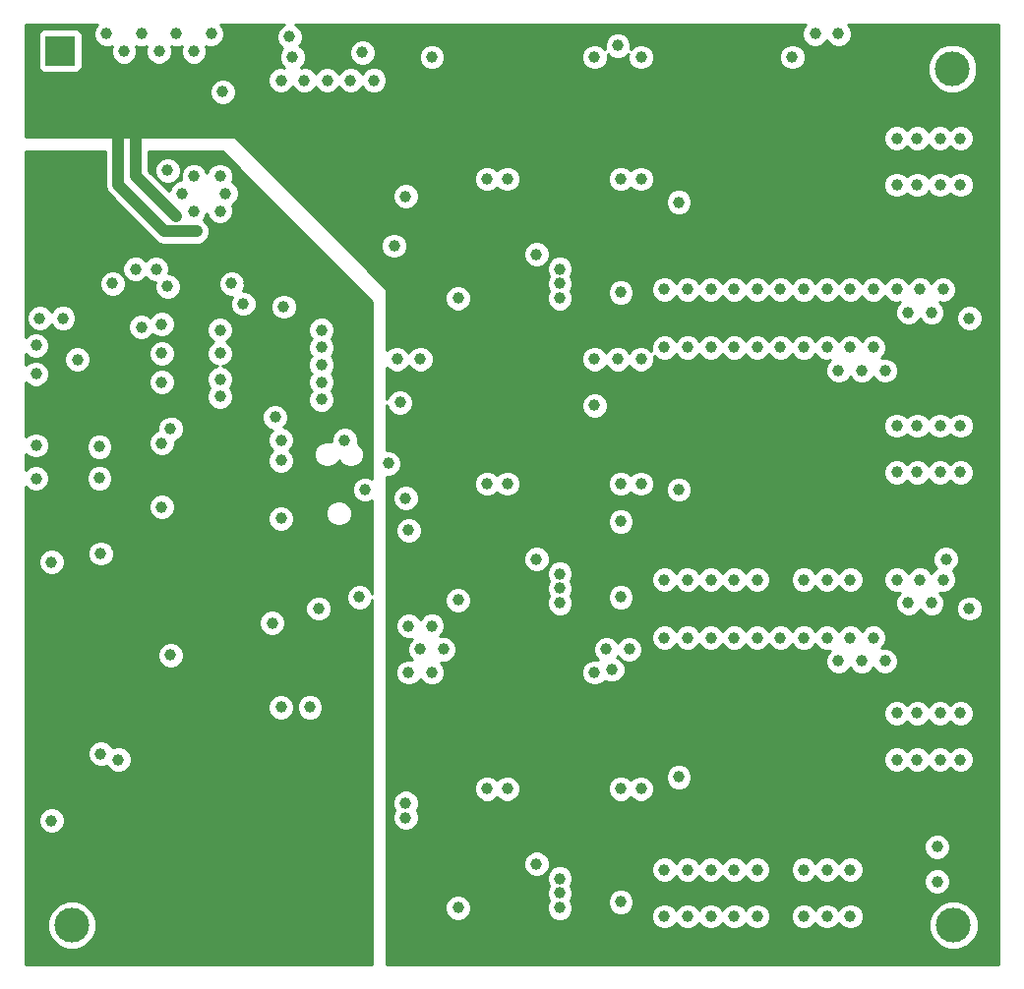
<source format=gbr>
G04 (created by PCBNEW (2013-04-21 BZR 4107)-testing) date Thursday, 13 June 2013 16:51:54*
%MOIN*%
G04 Gerber Fmt 3.4, Leading zero omitted, Abs format*
%FSLAX34Y34*%
G01*
G70*
G90*
G04 APERTURE LIST*
%ADD10C,2.3622e-06*%
%ADD11R,0.1X0.1*%
%ADD12C,0.1*%
%ADD13C,0.1181*%
%ADD14C,0.0393701*%
%ADD15C,0.0295276*%
%ADD16C,0.0393701*%
%ADD17C,0.0787402*%
%ADD18C,0.019685*%
%ADD19C,0.01*%
G04 APERTURE END LIST*
G54D10*
G54D11*
X63385Y-48212D03*
G54D12*
X63385Y-50212D03*
G54D13*
X93622Y-48819D03*
X63779Y-77854D03*
X93660Y-77854D03*
G54D14*
X80314Y-72183D03*
X80314Y-61848D03*
X80314Y-51513D03*
X76771Y-70472D03*
X77559Y-70472D03*
X77952Y-60236D03*
X78740Y-60236D03*
X79527Y-60236D03*
X80314Y-60236D03*
X77165Y-71259D03*
X77952Y-71259D03*
X78346Y-70472D03*
X79133Y-70472D03*
X79921Y-70472D03*
X79527Y-71259D03*
X78740Y-71259D03*
X76377Y-71259D03*
X75590Y-71259D03*
X77952Y-69291D03*
X78740Y-69291D03*
X79527Y-69291D03*
X76771Y-61023D03*
X77559Y-61023D03*
X78346Y-61023D03*
X79921Y-50000D03*
X79133Y-50000D03*
X78346Y-50000D03*
X77559Y-50000D03*
X65944Y-50000D03*
X65354Y-50590D03*
X67125Y-50000D03*
X66535Y-50590D03*
X68011Y-54330D03*
X67322Y-53838D03*
X79921Y-61023D03*
X79133Y-61023D03*
X77165Y-60236D03*
X70767Y-50886D03*
X71259Y-51574D03*
X70472Y-51574D03*
X74803Y-50787D03*
X75590Y-50787D03*
X76377Y-50787D03*
X77165Y-50787D03*
X77952Y-50787D03*
X78740Y-50787D03*
X79527Y-50787D03*
X77362Y-55118D03*
X76771Y-55118D03*
X67716Y-50590D03*
X64763Y-50000D03*
X78248Y-55118D03*
X78248Y-75787D03*
X77460Y-75787D03*
X78248Y-65452D03*
X77362Y-65452D03*
X80314Y-50688D03*
X80314Y-71358D03*
X74114Y-51574D03*
X76082Y-61023D03*
X74704Y-72539D03*
X78641Y-69881D03*
X78641Y-59547D03*
X78641Y-49212D03*
X63188Y-54429D03*
X63877Y-54429D03*
X62401Y-54133D03*
X62401Y-51968D03*
X68602Y-62401D03*
X70078Y-64960D03*
X68011Y-64960D03*
X71850Y-64173D03*
X73228Y-64763D03*
X69783Y-56102D03*
X70374Y-54527D03*
X70570Y-66043D03*
X66043Y-70964D03*
X62696Y-55511D03*
X64173Y-57283D03*
X62401Y-53051D03*
X63484Y-55511D03*
X69586Y-56791D03*
X67125Y-68700D03*
X70866Y-61417D03*
X73720Y-63090D03*
X67125Y-61023D03*
X68897Y-49606D03*
X93897Y-51181D03*
X68799Y-57677D03*
X92421Y-51181D03*
X93208Y-51181D03*
X91732Y-51181D03*
X91732Y-52755D03*
X92421Y-52755D03*
X93208Y-52755D03*
X93897Y-52755D03*
X72244Y-57677D03*
X75098Y-53149D03*
X82381Y-52559D03*
X77854Y-52559D03*
X78543Y-52559D03*
X82381Y-56397D03*
X83070Y-52559D03*
X84350Y-53346D03*
X66830Y-57480D03*
X94192Y-57283D03*
X93897Y-60925D03*
X68799Y-58464D03*
X93208Y-60925D03*
X92421Y-60925D03*
X91732Y-60925D03*
X91732Y-62500D03*
X93208Y-62500D03*
X92421Y-62500D03*
X93897Y-62500D03*
X72244Y-58858D03*
X75098Y-63385D03*
X72244Y-58267D03*
X74507Y-62204D03*
X82381Y-64173D03*
X82381Y-62893D03*
X82381Y-66732D03*
X83070Y-62893D03*
X84350Y-63090D03*
X77854Y-62893D03*
X78543Y-62893D03*
X66830Y-58464D03*
X94192Y-67125D03*
X68799Y-59350D03*
X93897Y-70669D03*
X92421Y-70669D03*
X93208Y-70669D03*
X91732Y-70669D03*
X93897Y-72244D03*
X93208Y-72244D03*
X92421Y-72244D03*
X91732Y-72244D03*
X75098Y-73720D03*
X72244Y-60039D03*
X75098Y-74212D03*
X72244Y-59448D03*
X82381Y-73228D03*
X83070Y-73228D03*
X82381Y-77066D03*
X84350Y-72834D03*
X77854Y-73228D03*
X78543Y-73228D03*
X66830Y-59448D03*
X93110Y-76377D03*
X80314Y-55610D03*
X80314Y-56594D03*
X80314Y-56102D03*
X80314Y-65944D03*
X80314Y-66437D03*
X80314Y-66929D03*
X80314Y-77263D03*
X80314Y-76771D03*
X80314Y-76279D03*
X74901Y-60137D03*
X79527Y-55118D03*
X79527Y-65452D03*
X79527Y-75787D03*
X88976Y-47637D03*
X89763Y-47637D03*
X88188Y-48425D03*
X82283Y-48031D03*
X83070Y-48425D03*
X81496Y-48425D03*
X75984Y-48425D03*
X93110Y-75196D03*
X70964Y-56889D03*
X76377Y-68503D03*
X75984Y-67716D03*
X75196Y-67716D03*
X75590Y-68503D03*
X75984Y-69291D03*
X75196Y-69291D03*
X82677Y-68503D03*
X81889Y-68503D03*
X81496Y-69291D03*
X90157Y-77559D03*
X89370Y-77559D03*
X88582Y-77559D03*
X87007Y-77559D03*
X86220Y-77559D03*
X85433Y-77559D03*
X84645Y-77559D03*
X83858Y-77559D03*
X83858Y-75984D03*
X84645Y-75984D03*
X85433Y-75984D03*
X86220Y-75984D03*
X87007Y-75984D03*
X88582Y-75984D03*
X89370Y-75984D03*
X90157Y-75984D03*
X89763Y-68897D03*
X90551Y-68897D03*
X91338Y-68897D03*
X90944Y-68110D03*
X90157Y-68110D03*
X89370Y-68110D03*
X88582Y-68110D03*
X87795Y-68110D03*
X87007Y-68110D03*
X86220Y-68110D03*
X85433Y-68110D03*
X84645Y-68110D03*
X83858Y-68110D03*
X88582Y-66141D03*
X89370Y-66141D03*
X90157Y-66141D03*
X87007Y-66141D03*
X86220Y-66141D03*
X85433Y-66141D03*
X84645Y-66141D03*
X83858Y-66141D03*
X92125Y-66929D03*
X92913Y-66929D03*
X93307Y-66141D03*
X92519Y-66141D03*
X91732Y-66141D03*
X73622Y-48269D03*
X74015Y-49212D03*
X73228Y-49212D03*
X72440Y-49212D03*
X71161Y-47736D03*
X70866Y-49212D03*
X71653Y-49212D03*
X71259Y-48425D03*
X83858Y-58267D03*
X84645Y-58267D03*
X85433Y-58267D03*
X86220Y-58267D03*
X87007Y-58267D03*
X87795Y-58267D03*
X88582Y-58267D03*
X89370Y-58267D03*
X90157Y-58267D03*
X90944Y-58267D03*
X89763Y-59055D03*
X90551Y-59055D03*
X91338Y-59055D03*
X92125Y-57086D03*
X92913Y-57086D03*
X93307Y-56299D03*
X92519Y-56299D03*
X91732Y-56299D03*
X90944Y-56299D03*
X90157Y-56299D03*
X89370Y-56299D03*
X88582Y-56299D03*
X87795Y-56299D03*
X87007Y-56299D03*
X86220Y-56299D03*
X85433Y-56299D03*
X84645Y-56299D03*
X83858Y-56299D03*
X83070Y-58661D03*
X82283Y-58661D03*
X81496Y-58661D03*
X81496Y-60236D03*
X75590Y-58661D03*
X74803Y-58661D03*
X64960Y-47637D03*
X65551Y-48228D03*
X66141Y-47637D03*
X66732Y-48228D03*
X67322Y-47637D03*
X67913Y-48228D03*
X68503Y-47637D03*
X68799Y-52460D03*
X68799Y-53641D03*
X68996Y-53051D03*
X75196Y-64468D03*
X93405Y-65452D03*
X82086Y-69192D03*
X74704Y-54822D03*
X76870Y-77263D03*
X76870Y-56594D03*
X76870Y-66830D03*
X62696Y-57283D03*
X63484Y-57283D03*
X66830Y-61515D03*
X66141Y-57578D03*
X65354Y-72244D03*
X70570Y-67618D03*
X63090Y-65551D03*
X67027Y-56200D03*
X70669Y-60629D03*
X68799Y-59940D03*
X70866Y-64074D03*
X72145Y-67125D03*
X71850Y-70472D03*
X70866Y-70472D03*
X73523Y-66732D03*
X66830Y-63681D03*
X70866Y-62106D03*
X67027Y-52263D03*
X69192Y-56102D03*
X64763Y-65255D03*
X73031Y-61417D03*
X65944Y-55610D03*
X67519Y-53051D03*
X67913Y-53641D03*
X67913Y-52460D03*
X64763Y-72047D03*
X63090Y-74311D03*
X65157Y-56102D03*
X66633Y-55610D03*
X64716Y-62704D03*
X64714Y-61635D03*
X63972Y-58681D03*
X62574Y-58196D03*
X62566Y-59161D03*
X62568Y-62718D03*
X62566Y-61590D03*
G54D15*
X80314Y-72183D02*
X80314Y-72145D01*
X80314Y-61848D02*
X80314Y-61811D01*
G54D16*
X77559Y-70472D02*
X76771Y-70472D01*
X77952Y-60236D02*
X77165Y-60236D01*
X78740Y-60236D02*
X79527Y-60236D01*
X65354Y-50590D02*
X65354Y-52755D01*
X65354Y-52755D02*
X66929Y-54330D01*
X66929Y-54330D02*
X68011Y-54330D01*
X65944Y-50000D02*
X65944Y-52460D01*
X65944Y-52460D02*
X67322Y-53838D01*
X77165Y-71259D02*
X77952Y-71259D01*
X78346Y-70472D02*
X79133Y-70472D01*
X79921Y-70472D02*
X79527Y-70866D01*
X79527Y-70866D02*
X79527Y-71259D01*
X76377Y-71259D02*
X75590Y-71259D01*
X77952Y-69291D02*
X78740Y-69291D01*
X77165Y-60236D02*
X77165Y-60629D01*
X77559Y-61023D02*
X78346Y-61023D01*
X77165Y-60629D02*
X76771Y-61023D01*
X79133Y-61023D02*
X79921Y-61023D01*
X79133Y-50000D02*
X79921Y-50000D01*
X77559Y-50000D02*
X78346Y-50000D01*
X79527Y-50787D02*
X78740Y-50787D01*
X77165Y-50787D02*
X77952Y-50787D01*
X75590Y-50787D02*
X76377Y-50787D01*
X70767Y-50886D02*
X70767Y-51279D01*
X70767Y-51279D02*
X70472Y-51574D01*
G54D17*
X64763Y-50000D02*
X65354Y-50590D01*
X67125Y-50000D02*
X67716Y-50590D01*
X65944Y-50000D02*
X66535Y-50590D01*
G54D18*
X63877Y-54429D02*
X63188Y-54429D01*
G54D10*
G36*
X73965Y-79175D02*
X72592Y-79175D01*
X72592Y-67037D01*
X72524Y-66873D01*
X72399Y-66747D01*
X72234Y-66679D01*
X72057Y-66679D01*
X71892Y-66746D01*
X71767Y-66872D01*
X71698Y-67036D01*
X71698Y-67214D01*
X71766Y-67378D01*
X71892Y-67504D01*
X72056Y-67572D01*
X72234Y-67572D01*
X72398Y-67505D01*
X72524Y-67379D01*
X72592Y-67215D01*
X72592Y-67037D01*
X72592Y-79175D01*
X72297Y-79175D01*
X72297Y-70383D01*
X72229Y-70219D01*
X72103Y-70093D01*
X71939Y-70025D01*
X71761Y-70025D01*
X71597Y-70093D01*
X71471Y-70218D01*
X71411Y-70364D01*
X71411Y-56801D01*
X71343Y-56636D01*
X71218Y-56511D01*
X71053Y-56442D01*
X70876Y-56442D01*
X70711Y-56510D01*
X70585Y-56636D01*
X70517Y-56800D01*
X70517Y-56978D01*
X70585Y-57142D01*
X70711Y-57268D01*
X70875Y-57336D01*
X71053Y-57336D01*
X71217Y-57268D01*
X71343Y-57143D01*
X71411Y-56979D01*
X71411Y-56801D01*
X71411Y-70364D01*
X71403Y-70383D01*
X71403Y-70560D01*
X71471Y-70725D01*
X71596Y-70851D01*
X71761Y-70919D01*
X71938Y-70919D01*
X72103Y-70851D01*
X72228Y-70725D01*
X72297Y-70561D01*
X72297Y-70383D01*
X72297Y-79175D01*
X71313Y-79175D01*
X71313Y-70383D01*
X71313Y-63986D01*
X71313Y-62017D01*
X71245Y-61853D01*
X71153Y-61761D01*
X71244Y-61670D01*
X71312Y-61506D01*
X71313Y-61328D01*
X71245Y-61164D01*
X71119Y-61038D01*
X70959Y-60972D01*
X71047Y-60883D01*
X71116Y-60719D01*
X71116Y-60541D01*
X71048Y-60377D01*
X70922Y-60251D01*
X70758Y-60183D01*
X70580Y-60182D01*
X70416Y-60250D01*
X70290Y-60376D01*
X70222Y-60540D01*
X70222Y-60718D01*
X70290Y-60882D01*
X70415Y-61008D01*
X70576Y-61075D01*
X70487Y-61163D01*
X70419Y-61328D01*
X70419Y-61505D01*
X70487Y-61670D01*
X70578Y-61761D01*
X70487Y-61852D01*
X70419Y-62017D01*
X70419Y-62194D01*
X70487Y-62359D01*
X70612Y-62484D01*
X70776Y-62553D01*
X70954Y-62553D01*
X71118Y-62485D01*
X71244Y-62359D01*
X71312Y-62195D01*
X71313Y-62017D01*
X71313Y-63986D01*
X71245Y-63822D01*
X71119Y-63696D01*
X70955Y-63628D01*
X70777Y-63627D01*
X70613Y-63695D01*
X70487Y-63821D01*
X70419Y-63985D01*
X70419Y-64163D01*
X70487Y-64327D01*
X70612Y-64453D01*
X70776Y-64521D01*
X70954Y-64521D01*
X71118Y-64453D01*
X71244Y-64328D01*
X71312Y-64164D01*
X71313Y-63986D01*
X71313Y-70383D01*
X71245Y-70219D01*
X71119Y-70093D01*
X71017Y-70051D01*
X71017Y-67529D01*
X70949Y-67365D01*
X70824Y-67239D01*
X70660Y-67171D01*
X70482Y-67171D01*
X70318Y-67239D01*
X70192Y-67364D01*
X70124Y-67528D01*
X70123Y-67706D01*
X70191Y-67870D01*
X70317Y-67996D01*
X70481Y-68064D01*
X70659Y-68065D01*
X70823Y-67997D01*
X70949Y-67871D01*
X71017Y-67707D01*
X71017Y-67529D01*
X71017Y-70051D01*
X70955Y-70025D01*
X70777Y-70025D01*
X70613Y-70093D01*
X70487Y-70218D01*
X70419Y-70383D01*
X70419Y-70560D01*
X70487Y-70725D01*
X70612Y-70851D01*
X70776Y-70919D01*
X70954Y-70919D01*
X71118Y-70851D01*
X71244Y-70725D01*
X71312Y-70561D01*
X71313Y-70383D01*
X71313Y-79175D01*
X70033Y-79175D01*
X70033Y-56702D01*
X69965Y-56538D01*
X69840Y-56412D01*
X69675Y-56344D01*
X69576Y-56344D01*
X69639Y-56191D01*
X69639Y-56013D01*
X69571Y-55849D01*
X69446Y-55723D01*
X69282Y-55655D01*
X69104Y-55655D01*
X68940Y-55723D01*
X68814Y-55848D01*
X68746Y-56013D01*
X68745Y-56190D01*
X68813Y-56355D01*
X68939Y-56480D01*
X69103Y-56549D01*
X69203Y-56549D01*
X69139Y-56702D01*
X69139Y-56879D01*
X69207Y-57044D01*
X69333Y-57169D01*
X69497Y-57238D01*
X69675Y-57238D01*
X69839Y-57170D01*
X69965Y-57044D01*
X70033Y-56880D01*
X70033Y-56702D01*
X70033Y-79175D01*
X69246Y-79175D01*
X69246Y-59852D01*
X69178Y-59688D01*
X69135Y-59645D01*
X69177Y-59603D01*
X69245Y-59439D01*
X69246Y-59261D01*
X69178Y-59097D01*
X69052Y-58971D01*
X68897Y-58907D01*
X69052Y-58843D01*
X69177Y-58718D01*
X69245Y-58553D01*
X69246Y-58376D01*
X69178Y-58211D01*
X69052Y-58085D01*
X69016Y-58070D01*
X69052Y-58056D01*
X69177Y-57930D01*
X69245Y-57766D01*
X69246Y-57588D01*
X69178Y-57424D01*
X69052Y-57298D01*
X68888Y-57230D01*
X68710Y-57230D01*
X68546Y-57298D01*
X68420Y-57423D01*
X68352Y-57587D01*
X68352Y-57765D01*
X68420Y-57929D01*
X68545Y-58055D01*
X68582Y-58070D01*
X68546Y-58085D01*
X68420Y-58211D01*
X68352Y-58375D01*
X68352Y-58553D01*
X68420Y-58717D01*
X68545Y-58843D01*
X68700Y-58907D01*
X68546Y-58971D01*
X68420Y-59096D01*
X68352Y-59261D01*
X68352Y-59438D01*
X68420Y-59603D01*
X68462Y-59645D01*
X68420Y-59687D01*
X68352Y-59851D01*
X68352Y-60029D01*
X68420Y-60193D01*
X68545Y-60319D01*
X68709Y-60387D01*
X68887Y-60387D01*
X69052Y-60319D01*
X69177Y-60194D01*
X69245Y-60030D01*
X69246Y-59852D01*
X69246Y-79175D01*
X67572Y-79175D01*
X67572Y-68612D01*
X67572Y-60935D01*
X67505Y-60770D01*
X67474Y-60740D01*
X67474Y-56112D01*
X67406Y-55947D01*
X67281Y-55822D01*
X67116Y-55754D01*
X67058Y-55753D01*
X67080Y-55699D01*
X67080Y-55521D01*
X67012Y-55357D01*
X66887Y-55231D01*
X66723Y-55163D01*
X66545Y-55163D01*
X66381Y-55231D01*
X66289Y-55322D01*
X66198Y-55231D01*
X66034Y-55163D01*
X65856Y-55163D01*
X65692Y-55231D01*
X65566Y-55356D01*
X65498Y-55520D01*
X65497Y-55698D01*
X65565Y-55863D01*
X65691Y-55988D01*
X65855Y-56057D01*
X66033Y-56057D01*
X66197Y-55989D01*
X66289Y-55897D01*
X66380Y-55988D01*
X66544Y-56057D01*
X66603Y-56057D01*
X66580Y-56111D01*
X66580Y-56289D01*
X66648Y-56453D01*
X66774Y-56579D01*
X66938Y-56647D01*
X67116Y-56647D01*
X67280Y-56579D01*
X67406Y-56454D01*
X67474Y-56290D01*
X67474Y-56112D01*
X67474Y-60740D01*
X67379Y-60645D01*
X67277Y-60602D01*
X67277Y-59360D01*
X67277Y-58376D01*
X67277Y-57391D01*
X67209Y-57227D01*
X67084Y-57101D01*
X66919Y-57033D01*
X66742Y-57033D01*
X66577Y-57101D01*
X66452Y-57226D01*
X66443Y-57248D01*
X66395Y-57200D01*
X66231Y-57131D01*
X66053Y-57131D01*
X65888Y-57199D01*
X65763Y-57325D01*
X65694Y-57489D01*
X65694Y-57667D01*
X65762Y-57831D01*
X65888Y-57957D01*
X66052Y-58025D01*
X66230Y-58025D01*
X66394Y-57957D01*
X66520Y-57832D01*
X66529Y-57810D01*
X66577Y-57858D01*
X66741Y-57927D01*
X66919Y-57927D01*
X67083Y-57859D01*
X67209Y-57733D01*
X67277Y-57569D01*
X67277Y-57391D01*
X67277Y-58376D01*
X67209Y-58211D01*
X67084Y-58085D01*
X66919Y-58017D01*
X66742Y-58017D01*
X66577Y-58085D01*
X66452Y-58211D01*
X66383Y-58375D01*
X66383Y-58553D01*
X66451Y-58717D01*
X66577Y-58843D01*
X66741Y-58911D01*
X66919Y-58911D01*
X67083Y-58843D01*
X67209Y-58718D01*
X67277Y-58553D01*
X67277Y-58376D01*
X67277Y-59360D01*
X67209Y-59196D01*
X67084Y-59070D01*
X66919Y-59002D01*
X66742Y-59001D01*
X66577Y-59069D01*
X66452Y-59195D01*
X66383Y-59359D01*
X66383Y-59537D01*
X66451Y-59701D01*
X66577Y-59827D01*
X66741Y-59895D01*
X66919Y-59895D01*
X67083Y-59827D01*
X67209Y-59702D01*
X67277Y-59538D01*
X67277Y-59360D01*
X67277Y-60602D01*
X67215Y-60576D01*
X67037Y-60576D01*
X66873Y-60644D01*
X66747Y-60770D01*
X66679Y-60934D01*
X66679Y-61094D01*
X66577Y-61136D01*
X66452Y-61262D01*
X66383Y-61426D01*
X66383Y-61604D01*
X66451Y-61768D01*
X66577Y-61894D01*
X66741Y-61962D01*
X66919Y-61962D01*
X67083Y-61894D01*
X67209Y-61769D01*
X67277Y-61605D01*
X67277Y-61444D01*
X67378Y-61402D01*
X67504Y-61277D01*
X67572Y-61112D01*
X67572Y-60935D01*
X67572Y-68612D01*
X67505Y-68447D01*
X67379Y-68322D01*
X67277Y-68279D01*
X67277Y-63592D01*
X67209Y-63428D01*
X67084Y-63302D01*
X66919Y-63234D01*
X66742Y-63234D01*
X66577Y-63302D01*
X66452Y-63427D01*
X66383Y-63591D01*
X66383Y-63769D01*
X66451Y-63933D01*
X66577Y-64059D01*
X66741Y-64127D01*
X66919Y-64128D01*
X67083Y-64060D01*
X67209Y-63934D01*
X67277Y-63770D01*
X67277Y-63592D01*
X67277Y-68279D01*
X67215Y-68254D01*
X67037Y-68253D01*
X66873Y-68321D01*
X66747Y-68447D01*
X66679Y-68611D01*
X66679Y-68789D01*
X66746Y-68953D01*
X66872Y-69079D01*
X67036Y-69147D01*
X67214Y-69147D01*
X67378Y-69079D01*
X67504Y-68954D01*
X67572Y-68790D01*
X67572Y-68612D01*
X67572Y-79175D01*
X65801Y-79175D01*
X65801Y-72155D01*
X65733Y-71991D01*
X65607Y-71865D01*
X65604Y-71864D01*
X65604Y-56013D01*
X65536Y-55849D01*
X65410Y-55723D01*
X65246Y-55655D01*
X65068Y-55655D01*
X64904Y-55723D01*
X64778Y-55848D01*
X64710Y-56013D01*
X64710Y-56190D01*
X64778Y-56355D01*
X64904Y-56480D01*
X65068Y-56549D01*
X65245Y-56549D01*
X65410Y-56481D01*
X65536Y-56355D01*
X65604Y-56191D01*
X65604Y-56013D01*
X65604Y-71864D01*
X65443Y-71797D01*
X65265Y-71797D01*
X65210Y-71819D01*
X65210Y-65167D01*
X65163Y-65053D01*
X65163Y-62616D01*
X65161Y-62611D01*
X65161Y-61547D01*
X65093Y-61383D01*
X64968Y-61257D01*
X64803Y-61189D01*
X64626Y-61188D01*
X64461Y-61256D01*
X64419Y-61299D01*
X64419Y-58592D01*
X64351Y-58428D01*
X64225Y-58302D01*
X64061Y-58234D01*
X63931Y-58234D01*
X63931Y-57194D01*
X63863Y-57030D01*
X63737Y-56904D01*
X63573Y-56836D01*
X63395Y-56836D01*
X63231Y-56904D01*
X63105Y-57030D01*
X63090Y-57066D01*
X63075Y-57030D01*
X62950Y-56904D01*
X62786Y-56836D01*
X62608Y-56836D01*
X62444Y-56904D01*
X62318Y-57030D01*
X62250Y-57194D01*
X62249Y-57371D01*
X62317Y-57536D01*
X62443Y-57662D01*
X62607Y-57730D01*
X62785Y-57730D01*
X62949Y-57662D01*
X63075Y-57536D01*
X63090Y-57500D01*
X63105Y-57536D01*
X63230Y-57662D01*
X63394Y-57730D01*
X63572Y-57730D01*
X63737Y-57662D01*
X63862Y-57536D01*
X63931Y-57372D01*
X63931Y-57194D01*
X63931Y-58234D01*
X63883Y-58234D01*
X63719Y-58302D01*
X63593Y-58427D01*
X63525Y-58591D01*
X63525Y-58769D01*
X63593Y-58933D01*
X63718Y-59059D01*
X63883Y-59127D01*
X64060Y-59128D01*
X64225Y-59060D01*
X64351Y-58934D01*
X64419Y-58770D01*
X64419Y-58592D01*
X64419Y-61299D01*
X64335Y-61382D01*
X64267Y-61546D01*
X64267Y-61724D01*
X64335Y-61888D01*
X64461Y-62014D01*
X64625Y-62082D01*
X64803Y-62082D01*
X64967Y-62014D01*
X65093Y-61889D01*
X65161Y-61725D01*
X65161Y-61547D01*
X65161Y-62611D01*
X65095Y-62451D01*
X64969Y-62326D01*
X64805Y-62257D01*
X64628Y-62257D01*
X64463Y-62325D01*
X64337Y-62451D01*
X64269Y-62615D01*
X64269Y-62793D01*
X64337Y-62957D01*
X64463Y-63083D01*
X64627Y-63151D01*
X64805Y-63151D01*
X64969Y-63083D01*
X65095Y-62958D01*
X65163Y-62793D01*
X65163Y-62616D01*
X65163Y-65053D01*
X65142Y-65003D01*
X65017Y-64877D01*
X64853Y-64809D01*
X64675Y-64808D01*
X64510Y-64876D01*
X64385Y-65002D01*
X64317Y-65166D01*
X64316Y-65344D01*
X64384Y-65508D01*
X64510Y-65634D01*
X64674Y-65702D01*
X64852Y-65702D01*
X65016Y-65634D01*
X65142Y-65509D01*
X65210Y-65345D01*
X65210Y-65167D01*
X65210Y-71819D01*
X65161Y-71840D01*
X65142Y-71794D01*
X65017Y-71668D01*
X64853Y-71600D01*
X64675Y-71600D01*
X64510Y-71668D01*
X64385Y-71793D01*
X64317Y-71957D01*
X64316Y-72135D01*
X64384Y-72300D01*
X64510Y-72425D01*
X64674Y-72494D01*
X64852Y-72494D01*
X64956Y-72451D01*
X64975Y-72496D01*
X65100Y-72622D01*
X65265Y-72690D01*
X65442Y-72691D01*
X65607Y-72623D01*
X65732Y-72497D01*
X65801Y-72333D01*
X65801Y-72155D01*
X65801Y-79175D01*
X64619Y-79175D01*
X64619Y-77687D01*
X64491Y-77378D01*
X64255Y-77141D01*
X63946Y-77013D01*
X63612Y-77013D01*
X63537Y-77044D01*
X63537Y-74222D01*
X63537Y-65462D01*
X63469Y-65298D01*
X63344Y-65172D01*
X63179Y-65104D01*
X63002Y-65104D01*
X62837Y-65172D01*
X62711Y-65297D01*
X62643Y-65461D01*
X62643Y-65639D01*
X62711Y-65803D01*
X62837Y-65929D01*
X63001Y-65997D01*
X63179Y-65998D01*
X63343Y-65930D01*
X63469Y-65804D01*
X63537Y-65640D01*
X63537Y-65462D01*
X63537Y-74222D01*
X63469Y-74058D01*
X63344Y-73932D01*
X63179Y-73864D01*
X63002Y-73864D01*
X62837Y-73931D01*
X62711Y-74057D01*
X62643Y-74221D01*
X62643Y-74399D01*
X62711Y-74563D01*
X62837Y-74689D01*
X63001Y-74757D01*
X63179Y-74757D01*
X63343Y-74690D01*
X63469Y-74564D01*
X63537Y-74400D01*
X63537Y-74222D01*
X63537Y-77044D01*
X63303Y-77141D01*
X63066Y-77377D01*
X62938Y-77686D01*
X62938Y-78020D01*
X63066Y-78329D01*
X63302Y-78566D01*
X63611Y-78694D01*
X63945Y-78694D01*
X64254Y-78566D01*
X64491Y-78330D01*
X64619Y-78021D01*
X64619Y-77687D01*
X64619Y-79175D01*
X62225Y-79175D01*
X62225Y-63006D01*
X62315Y-63097D01*
X62479Y-63165D01*
X62657Y-63165D01*
X62821Y-63097D01*
X62947Y-62971D01*
X63015Y-62807D01*
X63015Y-62630D01*
X62947Y-62465D01*
X62822Y-62339D01*
X62658Y-62271D01*
X62480Y-62271D01*
X62316Y-62339D01*
X62225Y-62430D01*
X62225Y-61880D01*
X62313Y-61969D01*
X62477Y-62037D01*
X62655Y-62037D01*
X62819Y-61969D01*
X62945Y-61844D01*
X63013Y-61679D01*
X63013Y-61502D01*
X62945Y-61337D01*
X62820Y-61211D01*
X62656Y-61143D01*
X62478Y-61143D01*
X62314Y-61211D01*
X62225Y-61300D01*
X62225Y-59451D01*
X62313Y-59540D01*
X62477Y-59608D01*
X62655Y-59608D01*
X62819Y-59540D01*
X62945Y-59414D01*
X63013Y-59250D01*
X63013Y-59072D01*
X62945Y-58908D01*
X62820Y-58782D01*
X62656Y-58714D01*
X62478Y-58714D01*
X62314Y-58782D01*
X62225Y-58871D01*
X62225Y-58478D01*
X62321Y-58575D01*
X62485Y-58643D01*
X62663Y-58643D01*
X62827Y-58575D01*
X62953Y-58450D01*
X63021Y-58286D01*
X63021Y-58108D01*
X62953Y-57944D01*
X62828Y-57818D01*
X62664Y-57750D01*
X62486Y-57749D01*
X62322Y-57817D01*
X62225Y-57914D01*
X62225Y-51624D01*
X64907Y-51624D01*
X64907Y-52755D01*
X64941Y-52926D01*
X65038Y-53071D01*
X66613Y-54646D01*
X66758Y-54743D01*
X66758Y-54743D01*
X66929Y-54777D01*
X68011Y-54777D01*
X68011Y-54777D01*
X68100Y-54777D01*
X68182Y-54743D01*
X68264Y-54709D01*
X68327Y-54646D01*
X68390Y-54584D01*
X68424Y-54501D01*
X68458Y-54419D01*
X68458Y-54330D01*
X68458Y-54242D01*
X68424Y-54159D01*
X68390Y-54077D01*
X68327Y-54014D01*
X68265Y-53952D01*
X68243Y-53943D01*
X68291Y-53895D01*
X68356Y-53740D01*
X68420Y-53894D01*
X68545Y-54020D01*
X68709Y-54088D01*
X68887Y-54088D01*
X69052Y-54020D01*
X69177Y-53895D01*
X69245Y-53731D01*
X69246Y-53553D01*
X69203Y-53449D01*
X69248Y-53430D01*
X69374Y-53304D01*
X69442Y-53140D01*
X69442Y-52962D01*
X69375Y-52798D01*
X69249Y-52672D01*
X69203Y-52653D01*
X69245Y-52549D01*
X69246Y-52372D01*
X69178Y-52207D01*
X69052Y-52082D01*
X68888Y-52013D01*
X68710Y-52013D01*
X68546Y-52081D01*
X68420Y-52207D01*
X68356Y-52362D01*
X68292Y-52207D01*
X68166Y-52082D01*
X68002Y-52013D01*
X67824Y-52013D01*
X67660Y-52081D01*
X67534Y-52207D01*
X67474Y-52352D01*
X67474Y-52175D01*
X67406Y-52010D01*
X67281Y-51885D01*
X67116Y-51817D01*
X66939Y-51816D01*
X66774Y-51884D01*
X66648Y-52010D01*
X66580Y-52174D01*
X66580Y-52352D01*
X66648Y-52516D01*
X66774Y-52642D01*
X66938Y-52710D01*
X67116Y-52710D01*
X67280Y-52642D01*
X67406Y-52517D01*
X67466Y-52371D01*
X67466Y-52549D01*
X67489Y-52604D01*
X67431Y-52604D01*
X67266Y-52672D01*
X67141Y-52797D01*
X67074Y-52958D01*
X66391Y-52275D01*
X66391Y-51624D01*
X68876Y-51624D01*
X73965Y-56713D01*
X73965Y-62708D01*
X73809Y-62643D01*
X73680Y-62643D01*
X73680Y-61805D01*
X73612Y-61641D01*
X73487Y-61515D01*
X73476Y-61511D01*
X73478Y-61506D01*
X73478Y-61328D01*
X73410Y-61164D01*
X73284Y-61038D01*
X73120Y-60970D01*
X72943Y-60970D01*
X72778Y-61038D01*
X72691Y-61125D01*
X72691Y-59950D01*
X72623Y-59786D01*
X72580Y-59744D01*
X72622Y-59702D01*
X72690Y-59538D01*
X72691Y-59360D01*
X72623Y-59196D01*
X72580Y-59153D01*
X72622Y-59111D01*
X72690Y-58947D01*
X72691Y-58769D01*
X72623Y-58605D01*
X72580Y-58563D01*
X72622Y-58521D01*
X72690Y-58356D01*
X72691Y-58179D01*
X72623Y-58014D01*
X72580Y-57972D01*
X72622Y-57930D01*
X72690Y-57766D01*
X72691Y-57588D01*
X72623Y-57424D01*
X72497Y-57298D01*
X72333Y-57230D01*
X72155Y-57230D01*
X71991Y-57298D01*
X71865Y-57423D01*
X71797Y-57587D01*
X71797Y-57765D01*
X71865Y-57929D01*
X71907Y-57972D01*
X71865Y-58014D01*
X71797Y-58178D01*
X71797Y-58356D01*
X71865Y-58520D01*
X71907Y-58562D01*
X71865Y-58604D01*
X71797Y-58768D01*
X71797Y-58946D01*
X71865Y-59111D01*
X71907Y-59153D01*
X71865Y-59195D01*
X71797Y-59359D01*
X71797Y-59537D01*
X71865Y-59701D01*
X71907Y-59744D01*
X71865Y-59785D01*
X71797Y-59950D01*
X71797Y-60127D01*
X71865Y-60292D01*
X71990Y-60417D01*
X72154Y-60486D01*
X72332Y-60486D01*
X72496Y-60418D01*
X72622Y-60292D01*
X72690Y-60128D01*
X72691Y-59950D01*
X72691Y-61125D01*
X72652Y-61163D01*
X72584Y-61328D01*
X72584Y-61473D01*
X72523Y-61447D01*
X72346Y-61447D01*
X72182Y-61515D01*
X72056Y-61640D01*
X71988Y-61804D01*
X71988Y-61982D01*
X72056Y-62146D01*
X72181Y-62271D01*
X72345Y-62339D01*
X72522Y-62339D01*
X72686Y-62272D01*
X72812Y-62146D01*
X72834Y-62093D01*
X72856Y-62146D01*
X72981Y-62271D01*
X73145Y-62339D01*
X73322Y-62339D01*
X73486Y-62272D01*
X73612Y-62146D01*
X73680Y-61982D01*
X73680Y-61805D01*
X73680Y-62643D01*
X73631Y-62643D01*
X73467Y-62711D01*
X73341Y-62837D01*
X73273Y-63001D01*
X73273Y-63179D01*
X73341Y-63343D01*
X73467Y-63469D01*
X73631Y-63537D01*
X73808Y-63537D01*
X73965Y-63472D01*
X73965Y-66632D01*
X73902Y-66479D01*
X73777Y-66353D01*
X73612Y-66285D01*
X73435Y-66285D01*
X73280Y-66349D01*
X73280Y-63805D01*
X73212Y-63641D01*
X73087Y-63515D01*
X72923Y-63447D01*
X72746Y-63447D01*
X72582Y-63515D01*
X72456Y-63640D01*
X72388Y-63804D01*
X72388Y-63982D01*
X72456Y-64146D01*
X72581Y-64271D01*
X72745Y-64339D01*
X72922Y-64339D01*
X73086Y-64272D01*
X73212Y-64146D01*
X73280Y-63982D01*
X73280Y-63805D01*
X73280Y-66349D01*
X73270Y-66353D01*
X73145Y-66478D01*
X73076Y-66643D01*
X73076Y-66820D01*
X73144Y-66985D01*
X73270Y-67110D01*
X73434Y-67179D01*
X73612Y-67179D01*
X73776Y-67111D01*
X73902Y-66985D01*
X73965Y-66832D01*
X73965Y-79175D01*
X73965Y-79175D01*
G37*
G54D19*
X73965Y-79175D02*
X72592Y-79175D01*
X72592Y-67037D01*
X72524Y-66873D01*
X72399Y-66747D01*
X72234Y-66679D01*
X72057Y-66679D01*
X71892Y-66746D01*
X71767Y-66872D01*
X71698Y-67036D01*
X71698Y-67214D01*
X71766Y-67378D01*
X71892Y-67504D01*
X72056Y-67572D01*
X72234Y-67572D01*
X72398Y-67505D01*
X72524Y-67379D01*
X72592Y-67215D01*
X72592Y-67037D01*
X72592Y-79175D01*
X72297Y-79175D01*
X72297Y-70383D01*
X72229Y-70219D01*
X72103Y-70093D01*
X71939Y-70025D01*
X71761Y-70025D01*
X71597Y-70093D01*
X71471Y-70218D01*
X71411Y-70364D01*
X71411Y-56801D01*
X71343Y-56636D01*
X71218Y-56511D01*
X71053Y-56442D01*
X70876Y-56442D01*
X70711Y-56510D01*
X70585Y-56636D01*
X70517Y-56800D01*
X70517Y-56978D01*
X70585Y-57142D01*
X70711Y-57268D01*
X70875Y-57336D01*
X71053Y-57336D01*
X71217Y-57268D01*
X71343Y-57143D01*
X71411Y-56979D01*
X71411Y-56801D01*
X71411Y-70364D01*
X71403Y-70383D01*
X71403Y-70560D01*
X71471Y-70725D01*
X71596Y-70851D01*
X71761Y-70919D01*
X71938Y-70919D01*
X72103Y-70851D01*
X72228Y-70725D01*
X72297Y-70561D01*
X72297Y-70383D01*
X72297Y-79175D01*
X71313Y-79175D01*
X71313Y-70383D01*
X71313Y-63986D01*
X71313Y-62017D01*
X71245Y-61853D01*
X71153Y-61761D01*
X71244Y-61670D01*
X71312Y-61506D01*
X71313Y-61328D01*
X71245Y-61164D01*
X71119Y-61038D01*
X70959Y-60972D01*
X71047Y-60883D01*
X71116Y-60719D01*
X71116Y-60541D01*
X71048Y-60377D01*
X70922Y-60251D01*
X70758Y-60183D01*
X70580Y-60182D01*
X70416Y-60250D01*
X70290Y-60376D01*
X70222Y-60540D01*
X70222Y-60718D01*
X70290Y-60882D01*
X70415Y-61008D01*
X70576Y-61075D01*
X70487Y-61163D01*
X70419Y-61328D01*
X70419Y-61505D01*
X70487Y-61670D01*
X70578Y-61761D01*
X70487Y-61852D01*
X70419Y-62017D01*
X70419Y-62194D01*
X70487Y-62359D01*
X70612Y-62484D01*
X70776Y-62553D01*
X70954Y-62553D01*
X71118Y-62485D01*
X71244Y-62359D01*
X71312Y-62195D01*
X71313Y-62017D01*
X71313Y-63986D01*
X71245Y-63822D01*
X71119Y-63696D01*
X70955Y-63628D01*
X70777Y-63627D01*
X70613Y-63695D01*
X70487Y-63821D01*
X70419Y-63985D01*
X70419Y-64163D01*
X70487Y-64327D01*
X70612Y-64453D01*
X70776Y-64521D01*
X70954Y-64521D01*
X71118Y-64453D01*
X71244Y-64328D01*
X71312Y-64164D01*
X71313Y-63986D01*
X71313Y-70383D01*
X71245Y-70219D01*
X71119Y-70093D01*
X71017Y-70051D01*
X71017Y-67529D01*
X70949Y-67365D01*
X70824Y-67239D01*
X70660Y-67171D01*
X70482Y-67171D01*
X70318Y-67239D01*
X70192Y-67364D01*
X70124Y-67528D01*
X70123Y-67706D01*
X70191Y-67870D01*
X70317Y-67996D01*
X70481Y-68064D01*
X70659Y-68065D01*
X70823Y-67997D01*
X70949Y-67871D01*
X71017Y-67707D01*
X71017Y-67529D01*
X71017Y-70051D01*
X70955Y-70025D01*
X70777Y-70025D01*
X70613Y-70093D01*
X70487Y-70218D01*
X70419Y-70383D01*
X70419Y-70560D01*
X70487Y-70725D01*
X70612Y-70851D01*
X70776Y-70919D01*
X70954Y-70919D01*
X71118Y-70851D01*
X71244Y-70725D01*
X71312Y-70561D01*
X71313Y-70383D01*
X71313Y-79175D01*
X70033Y-79175D01*
X70033Y-56702D01*
X69965Y-56538D01*
X69840Y-56412D01*
X69675Y-56344D01*
X69576Y-56344D01*
X69639Y-56191D01*
X69639Y-56013D01*
X69571Y-55849D01*
X69446Y-55723D01*
X69282Y-55655D01*
X69104Y-55655D01*
X68940Y-55723D01*
X68814Y-55848D01*
X68746Y-56013D01*
X68745Y-56190D01*
X68813Y-56355D01*
X68939Y-56480D01*
X69103Y-56549D01*
X69203Y-56549D01*
X69139Y-56702D01*
X69139Y-56879D01*
X69207Y-57044D01*
X69333Y-57169D01*
X69497Y-57238D01*
X69675Y-57238D01*
X69839Y-57170D01*
X69965Y-57044D01*
X70033Y-56880D01*
X70033Y-56702D01*
X70033Y-79175D01*
X69246Y-79175D01*
X69246Y-59852D01*
X69178Y-59688D01*
X69135Y-59645D01*
X69177Y-59603D01*
X69245Y-59439D01*
X69246Y-59261D01*
X69178Y-59097D01*
X69052Y-58971D01*
X68897Y-58907D01*
X69052Y-58843D01*
X69177Y-58718D01*
X69245Y-58553D01*
X69246Y-58376D01*
X69178Y-58211D01*
X69052Y-58085D01*
X69016Y-58070D01*
X69052Y-58056D01*
X69177Y-57930D01*
X69245Y-57766D01*
X69246Y-57588D01*
X69178Y-57424D01*
X69052Y-57298D01*
X68888Y-57230D01*
X68710Y-57230D01*
X68546Y-57298D01*
X68420Y-57423D01*
X68352Y-57587D01*
X68352Y-57765D01*
X68420Y-57929D01*
X68545Y-58055D01*
X68582Y-58070D01*
X68546Y-58085D01*
X68420Y-58211D01*
X68352Y-58375D01*
X68352Y-58553D01*
X68420Y-58717D01*
X68545Y-58843D01*
X68700Y-58907D01*
X68546Y-58971D01*
X68420Y-59096D01*
X68352Y-59261D01*
X68352Y-59438D01*
X68420Y-59603D01*
X68462Y-59645D01*
X68420Y-59687D01*
X68352Y-59851D01*
X68352Y-60029D01*
X68420Y-60193D01*
X68545Y-60319D01*
X68709Y-60387D01*
X68887Y-60387D01*
X69052Y-60319D01*
X69177Y-60194D01*
X69245Y-60030D01*
X69246Y-59852D01*
X69246Y-79175D01*
X67572Y-79175D01*
X67572Y-68612D01*
X67572Y-60935D01*
X67505Y-60770D01*
X67474Y-60740D01*
X67474Y-56112D01*
X67406Y-55947D01*
X67281Y-55822D01*
X67116Y-55754D01*
X67058Y-55753D01*
X67080Y-55699D01*
X67080Y-55521D01*
X67012Y-55357D01*
X66887Y-55231D01*
X66723Y-55163D01*
X66545Y-55163D01*
X66381Y-55231D01*
X66289Y-55322D01*
X66198Y-55231D01*
X66034Y-55163D01*
X65856Y-55163D01*
X65692Y-55231D01*
X65566Y-55356D01*
X65498Y-55520D01*
X65497Y-55698D01*
X65565Y-55863D01*
X65691Y-55988D01*
X65855Y-56057D01*
X66033Y-56057D01*
X66197Y-55989D01*
X66289Y-55897D01*
X66380Y-55988D01*
X66544Y-56057D01*
X66603Y-56057D01*
X66580Y-56111D01*
X66580Y-56289D01*
X66648Y-56453D01*
X66774Y-56579D01*
X66938Y-56647D01*
X67116Y-56647D01*
X67280Y-56579D01*
X67406Y-56454D01*
X67474Y-56290D01*
X67474Y-56112D01*
X67474Y-60740D01*
X67379Y-60645D01*
X67277Y-60602D01*
X67277Y-59360D01*
X67277Y-58376D01*
X67277Y-57391D01*
X67209Y-57227D01*
X67084Y-57101D01*
X66919Y-57033D01*
X66742Y-57033D01*
X66577Y-57101D01*
X66452Y-57226D01*
X66443Y-57248D01*
X66395Y-57200D01*
X66231Y-57131D01*
X66053Y-57131D01*
X65888Y-57199D01*
X65763Y-57325D01*
X65694Y-57489D01*
X65694Y-57667D01*
X65762Y-57831D01*
X65888Y-57957D01*
X66052Y-58025D01*
X66230Y-58025D01*
X66394Y-57957D01*
X66520Y-57832D01*
X66529Y-57810D01*
X66577Y-57858D01*
X66741Y-57927D01*
X66919Y-57927D01*
X67083Y-57859D01*
X67209Y-57733D01*
X67277Y-57569D01*
X67277Y-57391D01*
X67277Y-58376D01*
X67209Y-58211D01*
X67084Y-58085D01*
X66919Y-58017D01*
X66742Y-58017D01*
X66577Y-58085D01*
X66452Y-58211D01*
X66383Y-58375D01*
X66383Y-58553D01*
X66451Y-58717D01*
X66577Y-58843D01*
X66741Y-58911D01*
X66919Y-58911D01*
X67083Y-58843D01*
X67209Y-58718D01*
X67277Y-58553D01*
X67277Y-58376D01*
X67277Y-59360D01*
X67209Y-59196D01*
X67084Y-59070D01*
X66919Y-59002D01*
X66742Y-59001D01*
X66577Y-59069D01*
X66452Y-59195D01*
X66383Y-59359D01*
X66383Y-59537D01*
X66451Y-59701D01*
X66577Y-59827D01*
X66741Y-59895D01*
X66919Y-59895D01*
X67083Y-59827D01*
X67209Y-59702D01*
X67277Y-59538D01*
X67277Y-59360D01*
X67277Y-60602D01*
X67215Y-60576D01*
X67037Y-60576D01*
X66873Y-60644D01*
X66747Y-60770D01*
X66679Y-60934D01*
X66679Y-61094D01*
X66577Y-61136D01*
X66452Y-61262D01*
X66383Y-61426D01*
X66383Y-61604D01*
X66451Y-61768D01*
X66577Y-61894D01*
X66741Y-61962D01*
X66919Y-61962D01*
X67083Y-61894D01*
X67209Y-61769D01*
X67277Y-61605D01*
X67277Y-61444D01*
X67378Y-61402D01*
X67504Y-61277D01*
X67572Y-61112D01*
X67572Y-60935D01*
X67572Y-68612D01*
X67505Y-68447D01*
X67379Y-68322D01*
X67277Y-68279D01*
X67277Y-63592D01*
X67209Y-63428D01*
X67084Y-63302D01*
X66919Y-63234D01*
X66742Y-63234D01*
X66577Y-63302D01*
X66452Y-63427D01*
X66383Y-63591D01*
X66383Y-63769D01*
X66451Y-63933D01*
X66577Y-64059D01*
X66741Y-64127D01*
X66919Y-64128D01*
X67083Y-64060D01*
X67209Y-63934D01*
X67277Y-63770D01*
X67277Y-63592D01*
X67277Y-68279D01*
X67215Y-68254D01*
X67037Y-68253D01*
X66873Y-68321D01*
X66747Y-68447D01*
X66679Y-68611D01*
X66679Y-68789D01*
X66746Y-68953D01*
X66872Y-69079D01*
X67036Y-69147D01*
X67214Y-69147D01*
X67378Y-69079D01*
X67504Y-68954D01*
X67572Y-68790D01*
X67572Y-68612D01*
X67572Y-79175D01*
X65801Y-79175D01*
X65801Y-72155D01*
X65733Y-71991D01*
X65607Y-71865D01*
X65604Y-71864D01*
X65604Y-56013D01*
X65536Y-55849D01*
X65410Y-55723D01*
X65246Y-55655D01*
X65068Y-55655D01*
X64904Y-55723D01*
X64778Y-55848D01*
X64710Y-56013D01*
X64710Y-56190D01*
X64778Y-56355D01*
X64904Y-56480D01*
X65068Y-56549D01*
X65245Y-56549D01*
X65410Y-56481D01*
X65536Y-56355D01*
X65604Y-56191D01*
X65604Y-56013D01*
X65604Y-71864D01*
X65443Y-71797D01*
X65265Y-71797D01*
X65210Y-71819D01*
X65210Y-65167D01*
X65163Y-65053D01*
X65163Y-62616D01*
X65161Y-62611D01*
X65161Y-61547D01*
X65093Y-61383D01*
X64968Y-61257D01*
X64803Y-61189D01*
X64626Y-61188D01*
X64461Y-61256D01*
X64419Y-61299D01*
X64419Y-58592D01*
X64351Y-58428D01*
X64225Y-58302D01*
X64061Y-58234D01*
X63931Y-58234D01*
X63931Y-57194D01*
X63863Y-57030D01*
X63737Y-56904D01*
X63573Y-56836D01*
X63395Y-56836D01*
X63231Y-56904D01*
X63105Y-57030D01*
X63090Y-57066D01*
X63075Y-57030D01*
X62950Y-56904D01*
X62786Y-56836D01*
X62608Y-56836D01*
X62444Y-56904D01*
X62318Y-57030D01*
X62250Y-57194D01*
X62249Y-57371D01*
X62317Y-57536D01*
X62443Y-57662D01*
X62607Y-57730D01*
X62785Y-57730D01*
X62949Y-57662D01*
X63075Y-57536D01*
X63090Y-57500D01*
X63105Y-57536D01*
X63230Y-57662D01*
X63394Y-57730D01*
X63572Y-57730D01*
X63737Y-57662D01*
X63862Y-57536D01*
X63931Y-57372D01*
X63931Y-57194D01*
X63931Y-58234D01*
X63883Y-58234D01*
X63719Y-58302D01*
X63593Y-58427D01*
X63525Y-58591D01*
X63525Y-58769D01*
X63593Y-58933D01*
X63718Y-59059D01*
X63883Y-59127D01*
X64060Y-59128D01*
X64225Y-59060D01*
X64351Y-58934D01*
X64419Y-58770D01*
X64419Y-58592D01*
X64419Y-61299D01*
X64335Y-61382D01*
X64267Y-61546D01*
X64267Y-61724D01*
X64335Y-61888D01*
X64461Y-62014D01*
X64625Y-62082D01*
X64803Y-62082D01*
X64967Y-62014D01*
X65093Y-61889D01*
X65161Y-61725D01*
X65161Y-61547D01*
X65161Y-62611D01*
X65095Y-62451D01*
X64969Y-62326D01*
X64805Y-62257D01*
X64628Y-62257D01*
X64463Y-62325D01*
X64337Y-62451D01*
X64269Y-62615D01*
X64269Y-62793D01*
X64337Y-62957D01*
X64463Y-63083D01*
X64627Y-63151D01*
X64805Y-63151D01*
X64969Y-63083D01*
X65095Y-62958D01*
X65163Y-62793D01*
X65163Y-62616D01*
X65163Y-65053D01*
X65142Y-65003D01*
X65017Y-64877D01*
X64853Y-64809D01*
X64675Y-64808D01*
X64510Y-64876D01*
X64385Y-65002D01*
X64317Y-65166D01*
X64316Y-65344D01*
X64384Y-65508D01*
X64510Y-65634D01*
X64674Y-65702D01*
X64852Y-65702D01*
X65016Y-65634D01*
X65142Y-65509D01*
X65210Y-65345D01*
X65210Y-65167D01*
X65210Y-71819D01*
X65161Y-71840D01*
X65142Y-71794D01*
X65017Y-71668D01*
X64853Y-71600D01*
X64675Y-71600D01*
X64510Y-71668D01*
X64385Y-71793D01*
X64317Y-71957D01*
X64316Y-72135D01*
X64384Y-72300D01*
X64510Y-72425D01*
X64674Y-72494D01*
X64852Y-72494D01*
X64956Y-72451D01*
X64975Y-72496D01*
X65100Y-72622D01*
X65265Y-72690D01*
X65442Y-72691D01*
X65607Y-72623D01*
X65732Y-72497D01*
X65801Y-72333D01*
X65801Y-72155D01*
X65801Y-79175D01*
X64619Y-79175D01*
X64619Y-77687D01*
X64491Y-77378D01*
X64255Y-77141D01*
X63946Y-77013D01*
X63612Y-77013D01*
X63537Y-77044D01*
X63537Y-74222D01*
X63537Y-65462D01*
X63469Y-65298D01*
X63344Y-65172D01*
X63179Y-65104D01*
X63002Y-65104D01*
X62837Y-65172D01*
X62711Y-65297D01*
X62643Y-65461D01*
X62643Y-65639D01*
X62711Y-65803D01*
X62837Y-65929D01*
X63001Y-65997D01*
X63179Y-65998D01*
X63343Y-65930D01*
X63469Y-65804D01*
X63537Y-65640D01*
X63537Y-65462D01*
X63537Y-74222D01*
X63469Y-74058D01*
X63344Y-73932D01*
X63179Y-73864D01*
X63002Y-73864D01*
X62837Y-73931D01*
X62711Y-74057D01*
X62643Y-74221D01*
X62643Y-74399D01*
X62711Y-74563D01*
X62837Y-74689D01*
X63001Y-74757D01*
X63179Y-74757D01*
X63343Y-74690D01*
X63469Y-74564D01*
X63537Y-74400D01*
X63537Y-74222D01*
X63537Y-77044D01*
X63303Y-77141D01*
X63066Y-77377D01*
X62938Y-77686D01*
X62938Y-78020D01*
X63066Y-78329D01*
X63302Y-78566D01*
X63611Y-78694D01*
X63945Y-78694D01*
X64254Y-78566D01*
X64491Y-78330D01*
X64619Y-78021D01*
X64619Y-77687D01*
X64619Y-79175D01*
X62225Y-79175D01*
X62225Y-63006D01*
X62315Y-63097D01*
X62479Y-63165D01*
X62657Y-63165D01*
X62821Y-63097D01*
X62947Y-62971D01*
X63015Y-62807D01*
X63015Y-62630D01*
X62947Y-62465D01*
X62822Y-62339D01*
X62658Y-62271D01*
X62480Y-62271D01*
X62316Y-62339D01*
X62225Y-62430D01*
X62225Y-61880D01*
X62313Y-61969D01*
X62477Y-62037D01*
X62655Y-62037D01*
X62819Y-61969D01*
X62945Y-61844D01*
X63013Y-61679D01*
X63013Y-61502D01*
X62945Y-61337D01*
X62820Y-61211D01*
X62656Y-61143D01*
X62478Y-61143D01*
X62314Y-61211D01*
X62225Y-61300D01*
X62225Y-59451D01*
X62313Y-59540D01*
X62477Y-59608D01*
X62655Y-59608D01*
X62819Y-59540D01*
X62945Y-59414D01*
X63013Y-59250D01*
X63013Y-59072D01*
X62945Y-58908D01*
X62820Y-58782D01*
X62656Y-58714D01*
X62478Y-58714D01*
X62314Y-58782D01*
X62225Y-58871D01*
X62225Y-58478D01*
X62321Y-58575D01*
X62485Y-58643D01*
X62663Y-58643D01*
X62827Y-58575D01*
X62953Y-58450D01*
X63021Y-58286D01*
X63021Y-58108D01*
X62953Y-57944D01*
X62828Y-57818D01*
X62664Y-57750D01*
X62486Y-57749D01*
X62322Y-57817D01*
X62225Y-57914D01*
X62225Y-51624D01*
X64907Y-51624D01*
X64907Y-52755D01*
X64941Y-52926D01*
X65038Y-53071D01*
X66613Y-54646D01*
X66758Y-54743D01*
X66758Y-54743D01*
X66929Y-54777D01*
X68011Y-54777D01*
X68011Y-54777D01*
X68100Y-54777D01*
X68182Y-54743D01*
X68264Y-54709D01*
X68327Y-54646D01*
X68390Y-54584D01*
X68424Y-54501D01*
X68458Y-54419D01*
X68458Y-54330D01*
X68458Y-54242D01*
X68424Y-54159D01*
X68390Y-54077D01*
X68327Y-54014D01*
X68265Y-53952D01*
X68243Y-53943D01*
X68291Y-53895D01*
X68356Y-53740D01*
X68420Y-53894D01*
X68545Y-54020D01*
X68709Y-54088D01*
X68887Y-54088D01*
X69052Y-54020D01*
X69177Y-53895D01*
X69245Y-53731D01*
X69246Y-53553D01*
X69203Y-53449D01*
X69248Y-53430D01*
X69374Y-53304D01*
X69442Y-53140D01*
X69442Y-52962D01*
X69375Y-52798D01*
X69249Y-52672D01*
X69203Y-52653D01*
X69245Y-52549D01*
X69246Y-52372D01*
X69178Y-52207D01*
X69052Y-52082D01*
X68888Y-52013D01*
X68710Y-52013D01*
X68546Y-52081D01*
X68420Y-52207D01*
X68356Y-52362D01*
X68292Y-52207D01*
X68166Y-52082D01*
X68002Y-52013D01*
X67824Y-52013D01*
X67660Y-52081D01*
X67534Y-52207D01*
X67474Y-52352D01*
X67474Y-52175D01*
X67406Y-52010D01*
X67281Y-51885D01*
X67116Y-51817D01*
X66939Y-51816D01*
X66774Y-51884D01*
X66648Y-52010D01*
X66580Y-52174D01*
X66580Y-52352D01*
X66648Y-52516D01*
X66774Y-52642D01*
X66938Y-52710D01*
X67116Y-52710D01*
X67280Y-52642D01*
X67406Y-52517D01*
X67466Y-52371D01*
X67466Y-52549D01*
X67489Y-52604D01*
X67431Y-52604D01*
X67266Y-52672D01*
X67141Y-52797D01*
X67074Y-52958D01*
X66391Y-52275D01*
X66391Y-51624D01*
X68876Y-51624D01*
X73965Y-56713D01*
X73965Y-62708D01*
X73809Y-62643D01*
X73680Y-62643D01*
X73680Y-61805D01*
X73612Y-61641D01*
X73487Y-61515D01*
X73476Y-61511D01*
X73478Y-61506D01*
X73478Y-61328D01*
X73410Y-61164D01*
X73284Y-61038D01*
X73120Y-60970D01*
X72943Y-60970D01*
X72778Y-61038D01*
X72691Y-61125D01*
X72691Y-59950D01*
X72623Y-59786D01*
X72580Y-59744D01*
X72622Y-59702D01*
X72690Y-59538D01*
X72691Y-59360D01*
X72623Y-59196D01*
X72580Y-59153D01*
X72622Y-59111D01*
X72690Y-58947D01*
X72691Y-58769D01*
X72623Y-58605D01*
X72580Y-58563D01*
X72622Y-58521D01*
X72690Y-58356D01*
X72691Y-58179D01*
X72623Y-58014D01*
X72580Y-57972D01*
X72622Y-57930D01*
X72690Y-57766D01*
X72691Y-57588D01*
X72623Y-57424D01*
X72497Y-57298D01*
X72333Y-57230D01*
X72155Y-57230D01*
X71991Y-57298D01*
X71865Y-57423D01*
X71797Y-57587D01*
X71797Y-57765D01*
X71865Y-57929D01*
X71907Y-57972D01*
X71865Y-58014D01*
X71797Y-58178D01*
X71797Y-58356D01*
X71865Y-58520D01*
X71907Y-58562D01*
X71865Y-58604D01*
X71797Y-58768D01*
X71797Y-58946D01*
X71865Y-59111D01*
X71907Y-59153D01*
X71865Y-59195D01*
X71797Y-59359D01*
X71797Y-59537D01*
X71865Y-59701D01*
X71907Y-59744D01*
X71865Y-59785D01*
X71797Y-59950D01*
X71797Y-60127D01*
X71865Y-60292D01*
X71990Y-60417D01*
X72154Y-60486D01*
X72332Y-60486D01*
X72496Y-60418D01*
X72622Y-60292D01*
X72690Y-60128D01*
X72691Y-59950D01*
X72691Y-61125D01*
X72652Y-61163D01*
X72584Y-61328D01*
X72584Y-61473D01*
X72523Y-61447D01*
X72346Y-61447D01*
X72182Y-61515D01*
X72056Y-61640D01*
X71988Y-61804D01*
X71988Y-61982D01*
X72056Y-62146D01*
X72181Y-62271D01*
X72345Y-62339D01*
X72522Y-62339D01*
X72686Y-62272D01*
X72812Y-62146D01*
X72834Y-62093D01*
X72856Y-62146D01*
X72981Y-62271D01*
X73145Y-62339D01*
X73322Y-62339D01*
X73486Y-62272D01*
X73612Y-62146D01*
X73680Y-61982D01*
X73680Y-61805D01*
X73680Y-62643D01*
X73631Y-62643D01*
X73467Y-62711D01*
X73341Y-62837D01*
X73273Y-63001D01*
X73273Y-63179D01*
X73341Y-63343D01*
X73467Y-63469D01*
X73631Y-63537D01*
X73808Y-63537D01*
X73965Y-63472D01*
X73965Y-66632D01*
X73902Y-66479D01*
X73777Y-66353D01*
X73612Y-66285D01*
X73435Y-66285D01*
X73280Y-66349D01*
X73280Y-63805D01*
X73212Y-63641D01*
X73087Y-63515D01*
X72923Y-63447D01*
X72746Y-63447D01*
X72582Y-63515D01*
X72456Y-63640D01*
X72388Y-63804D01*
X72388Y-63982D01*
X72456Y-64146D01*
X72581Y-64271D01*
X72745Y-64339D01*
X72922Y-64339D01*
X73086Y-64272D01*
X73212Y-64146D01*
X73280Y-63982D01*
X73280Y-63805D01*
X73280Y-66349D01*
X73270Y-66353D01*
X73145Y-66478D01*
X73076Y-66643D01*
X73076Y-66820D01*
X73144Y-66985D01*
X73270Y-67110D01*
X73434Y-67179D01*
X73612Y-67179D01*
X73776Y-67111D01*
X73902Y-66985D01*
X73965Y-66832D01*
X73965Y-79175D01*
G54D10*
G36*
X95175Y-79175D02*
X94639Y-79175D01*
X94639Y-67037D01*
X94639Y-57194D01*
X94571Y-57030D01*
X94462Y-56921D01*
X94462Y-48652D01*
X94334Y-48343D01*
X94098Y-48106D01*
X93789Y-47978D01*
X93455Y-47978D01*
X93146Y-48106D01*
X92909Y-48342D01*
X92781Y-48651D01*
X92781Y-48985D01*
X92909Y-49294D01*
X93145Y-49531D01*
X93454Y-49659D01*
X93788Y-49659D01*
X94097Y-49531D01*
X94334Y-49295D01*
X94462Y-48986D01*
X94462Y-48652D01*
X94462Y-56921D01*
X94446Y-56904D01*
X94344Y-56862D01*
X94344Y-52667D01*
X94344Y-51092D01*
X94276Y-50928D01*
X94151Y-50802D01*
X93986Y-50734D01*
X93809Y-50734D01*
X93644Y-50802D01*
X93553Y-50893D01*
X93462Y-50802D01*
X93297Y-50734D01*
X93120Y-50734D01*
X92955Y-50802D01*
X92830Y-50927D01*
X92815Y-50963D01*
X92800Y-50928D01*
X92674Y-50802D01*
X92510Y-50734D01*
X92332Y-50734D01*
X92168Y-50802D01*
X92076Y-50893D01*
X91985Y-50802D01*
X91821Y-50734D01*
X91643Y-50734D01*
X91479Y-50802D01*
X91353Y-50927D01*
X91285Y-51091D01*
X91285Y-51269D01*
X91353Y-51433D01*
X91478Y-51559D01*
X91643Y-51627D01*
X91820Y-51628D01*
X91985Y-51560D01*
X92076Y-51468D01*
X92167Y-51559D01*
X92331Y-51627D01*
X92509Y-51628D01*
X92674Y-51560D01*
X92799Y-51434D01*
X92814Y-51398D01*
X92829Y-51433D01*
X92955Y-51559D01*
X93119Y-51627D01*
X93297Y-51628D01*
X93461Y-51560D01*
X93553Y-51468D01*
X93644Y-51559D01*
X93808Y-51627D01*
X93986Y-51628D01*
X94150Y-51560D01*
X94276Y-51434D01*
X94344Y-51270D01*
X94344Y-51092D01*
X94344Y-52667D01*
X94276Y-52503D01*
X94151Y-52377D01*
X93986Y-52309D01*
X93809Y-52308D01*
X93644Y-52376D01*
X93553Y-52468D01*
X93462Y-52377D01*
X93297Y-52309D01*
X93120Y-52308D01*
X92955Y-52376D01*
X92830Y-52502D01*
X92815Y-52538D01*
X92800Y-52503D01*
X92674Y-52377D01*
X92510Y-52309D01*
X92332Y-52308D01*
X92168Y-52376D01*
X92076Y-52468D01*
X91985Y-52377D01*
X91821Y-52309D01*
X91643Y-52308D01*
X91479Y-52376D01*
X91353Y-52502D01*
X91285Y-52666D01*
X91285Y-52844D01*
X91353Y-53008D01*
X91478Y-53134D01*
X91643Y-53202D01*
X91820Y-53202D01*
X91985Y-53134D01*
X92076Y-53043D01*
X92167Y-53134D01*
X92331Y-53202D01*
X92509Y-53202D01*
X92674Y-53134D01*
X92799Y-53009D01*
X92814Y-52973D01*
X92829Y-53008D01*
X92955Y-53134D01*
X93119Y-53202D01*
X93297Y-53202D01*
X93461Y-53134D01*
X93553Y-53043D01*
X93644Y-53134D01*
X93808Y-53202D01*
X93986Y-53202D01*
X94150Y-53134D01*
X94276Y-53009D01*
X94344Y-52845D01*
X94344Y-52667D01*
X94344Y-56862D01*
X94282Y-56836D01*
X94104Y-56836D01*
X93940Y-56904D01*
X93814Y-57030D01*
X93754Y-57175D01*
X93754Y-56210D01*
X93686Y-56046D01*
X93560Y-55920D01*
X93396Y-55852D01*
X93218Y-55852D01*
X93054Y-55920D01*
X92928Y-56045D01*
X92913Y-56082D01*
X92898Y-56046D01*
X92773Y-55920D01*
X92608Y-55852D01*
X92431Y-55852D01*
X92266Y-55920D01*
X92141Y-56045D01*
X92126Y-56082D01*
X92111Y-56046D01*
X91985Y-55920D01*
X91821Y-55852D01*
X91643Y-55852D01*
X91479Y-55920D01*
X91353Y-56045D01*
X91338Y-56082D01*
X91323Y-56046D01*
X91198Y-55920D01*
X91034Y-55852D01*
X90856Y-55852D01*
X90692Y-55920D01*
X90566Y-56045D01*
X90551Y-56082D01*
X90536Y-56046D01*
X90410Y-55920D01*
X90246Y-55852D01*
X90068Y-55852D01*
X89904Y-55920D01*
X89778Y-56045D01*
X89763Y-56082D01*
X89749Y-56046D01*
X89623Y-55920D01*
X89459Y-55852D01*
X89281Y-55852D01*
X89117Y-55920D01*
X88991Y-56045D01*
X88976Y-56082D01*
X88961Y-56046D01*
X88836Y-55920D01*
X88671Y-55852D01*
X88635Y-55852D01*
X88635Y-48336D01*
X88568Y-48172D01*
X88442Y-48046D01*
X88278Y-47978D01*
X88100Y-47978D01*
X87936Y-48046D01*
X87810Y-48171D01*
X87742Y-48335D01*
X87742Y-48513D01*
X87809Y-48677D01*
X87935Y-48803D01*
X88099Y-48871D01*
X88277Y-48872D01*
X88441Y-48804D01*
X88567Y-48678D01*
X88635Y-48514D01*
X88635Y-48336D01*
X88635Y-55852D01*
X88494Y-55852D01*
X88329Y-55920D01*
X88204Y-56045D01*
X88189Y-56082D01*
X88174Y-56046D01*
X88048Y-55920D01*
X87884Y-55852D01*
X87706Y-55852D01*
X87542Y-55920D01*
X87416Y-56045D01*
X87401Y-56082D01*
X87386Y-56046D01*
X87261Y-55920D01*
X87097Y-55852D01*
X86919Y-55852D01*
X86755Y-55920D01*
X86629Y-56045D01*
X86614Y-56082D01*
X86599Y-56046D01*
X86473Y-55920D01*
X86309Y-55852D01*
X86131Y-55852D01*
X85967Y-55920D01*
X85841Y-56045D01*
X85826Y-56082D01*
X85812Y-56046D01*
X85686Y-55920D01*
X85522Y-55852D01*
X85344Y-55852D01*
X85180Y-55920D01*
X85054Y-56045D01*
X85039Y-56082D01*
X85024Y-56046D01*
X84899Y-55920D01*
X84797Y-55878D01*
X84797Y-53257D01*
X84729Y-53093D01*
X84603Y-52967D01*
X84439Y-52899D01*
X84261Y-52899D01*
X84097Y-52967D01*
X83971Y-53093D01*
X83903Y-53257D01*
X83903Y-53434D01*
X83971Y-53599D01*
X84096Y-53725D01*
X84261Y-53793D01*
X84438Y-53793D01*
X84603Y-53725D01*
X84728Y-53599D01*
X84797Y-53435D01*
X84797Y-53257D01*
X84797Y-55878D01*
X84734Y-55852D01*
X84557Y-55852D01*
X84392Y-55920D01*
X84267Y-56045D01*
X84252Y-56082D01*
X84237Y-56046D01*
X84111Y-55920D01*
X83947Y-55852D01*
X83769Y-55852D01*
X83605Y-55920D01*
X83517Y-56007D01*
X83517Y-52470D01*
X83517Y-48336D01*
X83449Y-48172D01*
X83324Y-48046D01*
X83160Y-47978D01*
X82982Y-47978D01*
X82818Y-48046D01*
X82720Y-48143D01*
X82730Y-48120D01*
X82730Y-47943D01*
X82662Y-47778D01*
X82536Y-47652D01*
X82372Y-47584D01*
X82194Y-47584D01*
X82030Y-47652D01*
X81904Y-47778D01*
X81836Y-47942D01*
X81836Y-48119D01*
X81846Y-48143D01*
X81749Y-48046D01*
X81585Y-47978D01*
X81407Y-47978D01*
X81243Y-48046D01*
X81117Y-48171D01*
X81049Y-48335D01*
X81049Y-48513D01*
X81117Y-48677D01*
X81242Y-48803D01*
X81406Y-48871D01*
X81584Y-48872D01*
X81748Y-48804D01*
X81874Y-48678D01*
X81942Y-48514D01*
X81942Y-48336D01*
X81933Y-48313D01*
X82030Y-48410D01*
X82194Y-48478D01*
X82371Y-48478D01*
X82536Y-48410D01*
X82633Y-48313D01*
X82624Y-48335D01*
X82623Y-48513D01*
X82691Y-48677D01*
X82817Y-48803D01*
X82981Y-48871D01*
X83159Y-48872D01*
X83323Y-48804D01*
X83449Y-48678D01*
X83517Y-48514D01*
X83517Y-48336D01*
X83517Y-52470D01*
X83449Y-52306D01*
X83324Y-52180D01*
X83160Y-52112D01*
X82982Y-52112D01*
X82818Y-52180D01*
X82726Y-52271D01*
X82635Y-52180D01*
X82471Y-52112D01*
X82293Y-52112D01*
X82129Y-52180D01*
X82003Y-52305D01*
X81935Y-52469D01*
X81934Y-52647D01*
X82002Y-52811D01*
X82128Y-52937D01*
X82292Y-53005D01*
X82470Y-53005D01*
X82634Y-52938D01*
X82726Y-52846D01*
X82817Y-52937D01*
X82981Y-53005D01*
X83159Y-53005D01*
X83323Y-52938D01*
X83449Y-52812D01*
X83517Y-52648D01*
X83517Y-52470D01*
X83517Y-56007D01*
X83479Y-56045D01*
X83411Y-56209D01*
X83411Y-56387D01*
X83479Y-56552D01*
X83604Y-56677D01*
X83768Y-56745D01*
X83946Y-56746D01*
X84111Y-56678D01*
X84236Y-56552D01*
X84251Y-56516D01*
X84266Y-56552D01*
X84392Y-56677D01*
X84556Y-56745D01*
X84734Y-56746D01*
X84898Y-56678D01*
X85024Y-56552D01*
X85039Y-56516D01*
X85054Y-56552D01*
X85179Y-56677D01*
X85343Y-56745D01*
X85521Y-56746D01*
X85685Y-56678D01*
X85811Y-56552D01*
X85826Y-56516D01*
X85841Y-56552D01*
X85967Y-56677D01*
X86131Y-56745D01*
X86308Y-56746D01*
X86473Y-56678D01*
X86599Y-56552D01*
X86614Y-56516D01*
X86628Y-56552D01*
X86754Y-56677D01*
X86918Y-56745D01*
X87096Y-56746D01*
X87260Y-56678D01*
X87386Y-56552D01*
X87401Y-56516D01*
X87416Y-56552D01*
X87541Y-56677D01*
X87706Y-56745D01*
X87883Y-56746D01*
X88048Y-56678D01*
X88173Y-56552D01*
X88188Y-56516D01*
X88203Y-56552D01*
X88329Y-56677D01*
X88493Y-56745D01*
X88671Y-56746D01*
X88835Y-56678D01*
X88961Y-56552D01*
X88976Y-56516D01*
X88991Y-56552D01*
X89116Y-56677D01*
X89280Y-56745D01*
X89458Y-56746D01*
X89622Y-56678D01*
X89748Y-56552D01*
X89763Y-56516D01*
X89778Y-56552D01*
X89904Y-56677D01*
X90068Y-56745D01*
X90245Y-56746D01*
X90410Y-56678D01*
X90536Y-56552D01*
X90551Y-56516D01*
X90565Y-56552D01*
X90691Y-56677D01*
X90855Y-56745D01*
X91033Y-56746D01*
X91197Y-56678D01*
X91323Y-56552D01*
X91338Y-56516D01*
X91353Y-56552D01*
X91478Y-56677D01*
X91643Y-56745D01*
X91820Y-56746D01*
X91844Y-56736D01*
X91747Y-56833D01*
X91679Y-56997D01*
X91679Y-57175D01*
X91746Y-57339D01*
X91872Y-57465D01*
X92036Y-57533D01*
X92214Y-57533D01*
X92378Y-57465D01*
X92504Y-57340D01*
X92519Y-57303D01*
X92534Y-57339D01*
X92659Y-57465D01*
X92824Y-57533D01*
X93001Y-57533D01*
X93166Y-57465D01*
X93291Y-57340D01*
X93360Y-57175D01*
X93360Y-56998D01*
X93292Y-56833D01*
X93195Y-56736D01*
X93217Y-56745D01*
X93395Y-56746D01*
X93559Y-56678D01*
X93685Y-56552D01*
X93753Y-56388D01*
X93754Y-56210D01*
X93754Y-57175D01*
X93746Y-57194D01*
X93745Y-57371D01*
X93813Y-57536D01*
X93939Y-57662D01*
X94103Y-57730D01*
X94281Y-57730D01*
X94445Y-57662D01*
X94571Y-57536D01*
X94639Y-57372D01*
X94639Y-57194D01*
X94639Y-67037D01*
X94571Y-66873D01*
X94446Y-66747D01*
X94344Y-66705D01*
X94344Y-62411D01*
X94344Y-60836D01*
X94276Y-60672D01*
X94151Y-60546D01*
X93986Y-60478D01*
X93809Y-60478D01*
X93644Y-60546D01*
X93553Y-60637D01*
X93462Y-60546D01*
X93297Y-60478D01*
X93120Y-60478D01*
X92955Y-60546D01*
X92830Y-60671D01*
X92815Y-60707D01*
X92800Y-60672D01*
X92674Y-60546D01*
X92510Y-60478D01*
X92332Y-60478D01*
X92168Y-60546D01*
X92076Y-60637D01*
X91985Y-60546D01*
X91821Y-60478D01*
X91785Y-60478D01*
X91785Y-58966D01*
X91717Y-58802D01*
X91592Y-58676D01*
X91427Y-58608D01*
X91250Y-58608D01*
X91226Y-58617D01*
X91323Y-58521D01*
X91391Y-58356D01*
X91391Y-58179D01*
X91323Y-58014D01*
X91198Y-57889D01*
X91034Y-57820D01*
X90856Y-57820D01*
X90692Y-57888D01*
X90566Y-58014D01*
X90551Y-58050D01*
X90536Y-58014D01*
X90410Y-57889D01*
X90246Y-57820D01*
X90068Y-57820D01*
X89904Y-57888D01*
X89778Y-58014D01*
X89763Y-58050D01*
X89749Y-58014D01*
X89623Y-57889D01*
X89459Y-57820D01*
X89281Y-57820D01*
X89117Y-57888D01*
X88991Y-58014D01*
X88976Y-58050D01*
X88961Y-58014D01*
X88836Y-57889D01*
X88671Y-57820D01*
X88494Y-57820D01*
X88329Y-57888D01*
X88204Y-58014D01*
X88189Y-58050D01*
X88174Y-58014D01*
X88048Y-57889D01*
X87884Y-57820D01*
X87706Y-57820D01*
X87542Y-57888D01*
X87416Y-58014D01*
X87401Y-58050D01*
X87386Y-58014D01*
X87261Y-57889D01*
X87097Y-57820D01*
X86919Y-57820D01*
X86755Y-57888D01*
X86629Y-58014D01*
X86614Y-58050D01*
X86599Y-58014D01*
X86473Y-57889D01*
X86309Y-57820D01*
X86131Y-57820D01*
X85967Y-57888D01*
X85841Y-58014D01*
X85826Y-58050D01*
X85812Y-58014D01*
X85686Y-57889D01*
X85522Y-57820D01*
X85344Y-57820D01*
X85180Y-57888D01*
X85054Y-58014D01*
X85039Y-58050D01*
X85024Y-58014D01*
X84899Y-57889D01*
X84734Y-57820D01*
X84557Y-57820D01*
X84392Y-57888D01*
X84267Y-58014D01*
X84252Y-58050D01*
X84237Y-58014D01*
X84111Y-57889D01*
X83947Y-57820D01*
X83769Y-57820D01*
X83605Y-57888D01*
X83479Y-58014D01*
X83411Y-58178D01*
X83411Y-58356D01*
X83421Y-58379D01*
X83324Y-58282D01*
X83160Y-58214D01*
X82982Y-58214D01*
X82828Y-58277D01*
X82828Y-56309D01*
X82760Y-56144D01*
X82635Y-56019D01*
X82471Y-55950D01*
X82293Y-55950D01*
X82129Y-56018D01*
X82003Y-56144D01*
X81935Y-56308D01*
X81934Y-56486D01*
X82002Y-56650D01*
X82128Y-56776D01*
X82292Y-56844D01*
X82470Y-56844D01*
X82634Y-56776D01*
X82760Y-56651D01*
X82828Y-56486D01*
X82828Y-56309D01*
X82828Y-58277D01*
X82818Y-58282D01*
X82692Y-58407D01*
X82677Y-58444D01*
X82662Y-58408D01*
X82536Y-58282D01*
X82372Y-58214D01*
X82194Y-58214D01*
X82030Y-58282D01*
X81904Y-58407D01*
X81889Y-58444D01*
X81875Y-58408D01*
X81749Y-58282D01*
X81585Y-58214D01*
X81407Y-58214D01*
X81243Y-58282D01*
X81117Y-58407D01*
X81049Y-58572D01*
X81049Y-58749D01*
X81117Y-58914D01*
X81242Y-59040D01*
X81406Y-59108D01*
X81584Y-59108D01*
X81748Y-59040D01*
X81874Y-58914D01*
X81889Y-58878D01*
X81904Y-58914D01*
X82030Y-59040D01*
X82194Y-59108D01*
X82371Y-59108D01*
X82536Y-59040D01*
X82662Y-58914D01*
X82677Y-58878D01*
X82691Y-58914D01*
X82817Y-59040D01*
X82981Y-59108D01*
X83159Y-59108D01*
X83323Y-59040D01*
X83449Y-58914D01*
X83517Y-58750D01*
X83517Y-58572D01*
X83508Y-58549D01*
X83604Y-58646D01*
X83768Y-58714D01*
X83946Y-58714D01*
X84111Y-58646D01*
X84236Y-58521D01*
X84251Y-58484D01*
X84266Y-58520D01*
X84392Y-58646D01*
X84556Y-58714D01*
X84734Y-58714D01*
X84898Y-58646D01*
X85024Y-58521D01*
X85039Y-58484D01*
X85054Y-58520D01*
X85179Y-58646D01*
X85343Y-58714D01*
X85521Y-58714D01*
X85685Y-58646D01*
X85811Y-58521D01*
X85826Y-58484D01*
X85841Y-58520D01*
X85967Y-58646D01*
X86131Y-58714D01*
X86308Y-58714D01*
X86473Y-58646D01*
X86599Y-58521D01*
X86614Y-58484D01*
X86628Y-58520D01*
X86754Y-58646D01*
X86918Y-58714D01*
X87096Y-58714D01*
X87260Y-58646D01*
X87386Y-58521D01*
X87401Y-58484D01*
X87416Y-58520D01*
X87541Y-58646D01*
X87706Y-58714D01*
X87883Y-58714D01*
X88048Y-58646D01*
X88173Y-58521D01*
X88188Y-58484D01*
X88203Y-58520D01*
X88329Y-58646D01*
X88493Y-58714D01*
X88671Y-58714D01*
X88835Y-58646D01*
X88961Y-58521D01*
X88976Y-58484D01*
X88991Y-58520D01*
X89116Y-58646D01*
X89280Y-58714D01*
X89458Y-58714D01*
X89482Y-58704D01*
X89385Y-58801D01*
X89317Y-58965D01*
X89316Y-59143D01*
X89384Y-59307D01*
X89510Y-59433D01*
X89674Y-59501D01*
X89852Y-59502D01*
X90016Y-59434D01*
X90142Y-59308D01*
X90157Y-59272D01*
X90172Y-59307D01*
X90297Y-59433D01*
X90461Y-59501D01*
X90639Y-59502D01*
X90803Y-59434D01*
X90929Y-59308D01*
X90944Y-59272D01*
X90959Y-59307D01*
X91085Y-59433D01*
X91249Y-59501D01*
X91427Y-59502D01*
X91591Y-59434D01*
X91717Y-59308D01*
X91785Y-59144D01*
X91785Y-58966D01*
X91785Y-60478D01*
X91643Y-60478D01*
X91479Y-60546D01*
X91353Y-60671D01*
X91285Y-60835D01*
X91285Y-61013D01*
X91353Y-61177D01*
X91478Y-61303D01*
X91643Y-61371D01*
X91820Y-61372D01*
X91985Y-61304D01*
X92076Y-61212D01*
X92167Y-61303D01*
X92331Y-61371D01*
X92509Y-61372D01*
X92674Y-61304D01*
X92799Y-61178D01*
X92814Y-61142D01*
X92829Y-61177D01*
X92955Y-61303D01*
X93119Y-61371D01*
X93297Y-61372D01*
X93461Y-61304D01*
X93553Y-61212D01*
X93644Y-61303D01*
X93808Y-61371D01*
X93986Y-61372D01*
X94150Y-61304D01*
X94276Y-61178D01*
X94344Y-61014D01*
X94344Y-60836D01*
X94344Y-62411D01*
X94276Y-62247D01*
X94151Y-62121D01*
X93986Y-62053D01*
X93809Y-62053D01*
X93644Y-62120D01*
X93553Y-62212D01*
X93462Y-62121D01*
X93297Y-62053D01*
X93120Y-62053D01*
X92955Y-62120D01*
X92830Y-62246D01*
X92815Y-62282D01*
X92800Y-62247D01*
X92674Y-62121D01*
X92510Y-62053D01*
X92332Y-62053D01*
X92168Y-62120D01*
X92076Y-62212D01*
X91985Y-62121D01*
X91821Y-62053D01*
X91643Y-62053D01*
X91479Y-62120D01*
X91353Y-62246D01*
X91285Y-62410D01*
X91285Y-62588D01*
X91353Y-62752D01*
X91478Y-62878D01*
X91643Y-62946D01*
X91820Y-62946D01*
X91985Y-62879D01*
X92076Y-62787D01*
X92167Y-62878D01*
X92331Y-62946D01*
X92509Y-62946D01*
X92674Y-62879D01*
X92799Y-62753D01*
X92814Y-62717D01*
X92829Y-62752D01*
X92955Y-62878D01*
X93119Y-62946D01*
X93297Y-62946D01*
X93461Y-62879D01*
X93553Y-62787D01*
X93644Y-62878D01*
X93808Y-62946D01*
X93986Y-62946D01*
X94150Y-62879D01*
X94276Y-62753D01*
X94344Y-62589D01*
X94344Y-62411D01*
X94344Y-66705D01*
X94282Y-66679D01*
X94104Y-66679D01*
X93940Y-66746D01*
X93852Y-66834D01*
X93852Y-65364D01*
X93784Y-65199D01*
X93658Y-65074D01*
X93494Y-65005D01*
X93317Y-65005D01*
X93152Y-65073D01*
X93026Y-65199D01*
X92958Y-65363D01*
X92958Y-65541D01*
X93026Y-65705D01*
X93074Y-65754D01*
X93054Y-65762D01*
X92928Y-65888D01*
X92913Y-65924D01*
X92898Y-65888D01*
X92773Y-65763D01*
X92608Y-65694D01*
X92431Y-65694D01*
X92266Y-65762D01*
X92141Y-65888D01*
X92126Y-65924D01*
X92111Y-65888D01*
X91985Y-65763D01*
X91821Y-65694D01*
X91643Y-65694D01*
X91479Y-65762D01*
X91353Y-65888D01*
X91285Y-66052D01*
X91285Y-66230D01*
X91353Y-66394D01*
X91478Y-66520D01*
X91643Y-66588D01*
X91820Y-66588D01*
X91844Y-66578D01*
X91747Y-66675D01*
X91679Y-66839D01*
X91679Y-67017D01*
X91746Y-67181D01*
X91872Y-67307D01*
X92036Y-67375D01*
X92214Y-67376D01*
X92378Y-67308D01*
X92504Y-67182D01*
X92519Y-67146D01*
X92534Y-67181D01*
X92659Y-67307D01*
X92824Y-67375D01*
X93001Y-67376D01*
X93166Y-67308D01*
X93291Y-67182D01*
X93360Y-67018D01*
X93360Y-66840D01*
X93292Y-66676D01*
X93195Y-66579D01*
X93217Y-66588D01*
X93395Y-66588D01*
X93559Y-66520D01*
X93685Y-66395D01*
X93753Y-66231D01*
X93754Y-66053D01*
X93686Y-65888D01*
X93637Y-65840D01*
X93658Y-65831D01*
X93784Y-65706D01*
X93852Y-65542D01*
X93852Y-65364D01*
X93852Y-66834D01*
X93814Y-66872D01*
X93746Y-67036D01*
X93745Y-67214D01*
X93813Y-67378D01*
X93939Y-67504D01*
X94103Y-67572D01*
X94281Y-67572D01*
X94445Y-67505D01*
X94571Y-67379D01*
X94639Y-67215D01*
X94639Y-67037D01*
X94639Y-79175D01*
X94500Y-79175D01*
X94500Y-77687D01*
X94372Y-77378D01*
X94344Y-77350D01*
X94344Y-72155D01*
X94344Y-70580D01*
X94276Y-70416D01*
X94151Y-70290D01*
X93986Y-70222D01*
X93809Y-70222D01*
X93644Y-70290D01*
X93553Y-70381D01*
X93462Y-70290D01*
X93297Y-70222D01*
X93120Y-70222D01*
X92955Y-70290D01*
X92830Y-70415D01*
X92815Y-70452D01*
X92800Y-70416D01*
X92674Y-70290D01*
X92510Y-70222D01*
X92332Y-70222D01*
X92168Y-70290D01*
X92076Y-70381D01*
X91985Y-70290D01*
X91821Y-70222D01*
X91785Y-70222D01*
X91785Y-68809D01*
X91717Y-68644D01*
X91592Y-68519D01*
X91427Y-68450D01*
X91250Y-68450D01*
X91226Y-68460D01*
X91323Y-68363D01*
X91391Y-68199D01*
X91391Y-68021D01*
X91323Y-67857D01*
X91198Y-67731D01*
X91034Y-67663D01*
X90856Y-67663D01*
X90692Y-67731D01*
X90604Y-67818D01*
X90604Y-66053D01*
X90536Y-65888D01*
X90410Y-65763D01*
X90246Y-65694D01*
X90068Y-65694D01*
X89904Y-65762D01*
X89778Y-65888D01*
X89763Y-65924D01*
X89749Y-65888D01*
X89623Y-65763D01*
X89459Y-65694D01*
X89281Y-65694D01*
X89117Y-65762D01*
X88991Y-65888D01*
X88976Y-65924D01*
X88961Y-65888D01*
X88836Y-65763D01*
X88671Y-65694D01*
X88494Y-65694D01*
X88329Y-65762D01*
X88204Y-65888D01*
X88135Y-66052D01*
X88135Y-66230D01*
X88203Y-66394D01*
X88329Y-66520D01*
X88493Y-66588D01*
X88671Y-66588D01*
X88835Y-66520D01*
X88961Y-66395D01*
X88976Y-66358D01*
X88991Y-66394D01*
X89116Y-66520D01*
X89280Y-66588D01*
X89458Y-66588D01*
X89622Y-66520D01*
X89748Y-66395D01*
X89763Y-66358D01*
X89778Y-66394D01*
X89904Y-66520D01*
X90068Y-66588D01*
X90245Y-66588D01*
X90410Y-66520D01*
X90536Y-66395D01*
X90604Y-66231D01*
X90604Y-66053D01*
X90604Y-67818D01*
X90566Y-67856D01*
X90551Y-67893D01*
X90536Y-67857D01*
X90410Y-67731D01*
X90246Y-67663D01*
X90068Y-67663D01*
X89904Y-67731D01*
X89778Y-67856D01*
X89763Y-67893D01*
X89749Y-67857D01*
X89623Y-67731D01*
X89459Y-67663D01*
X89281Y-67663D01*
X89117Y-67731D01*
X88991Y-67856D01*
X88976Y-67893D01*
X88961Y-67857D01*
X88836Y-67731D01*
X88671Y-67663D01*
X88494Y-67663D01*
X88329Y-67731D01*
X88204Y-67856D01*
X88189Y-67893D01*
X88174Y-67857D01*
X88048Y-67731D01*
X87884Y-67663D01*
X87706Y-67663D01*
X87542Y-67731D01*
X87454Y-67818D01*
X87454Y-66053D01*
X87386Y-65888D01*
X87261Y-65763D01*
X87097Y-65694D01*
X86919Y-65694D01*
X86755Y-65762D01*
X86629Y-65888D01*
X86614Y-65924D01*
X86599Y-65888D01*
X86473Y-65763D01*
X86309Y-65694D01*
X86131Y-65694D01*
X85967Y-65762D01*
X85841Y-65888D01*
X85826Y-65924D01*
X85812Y-65888D01*
X85686Y-65763D01*
X85522Y-65694D01*
X85344Y-65694D01*
X85180Y-65762D01*
X85054Y-65888D01*
X85039Y-65924D01*
X85024Y-65888D01*
X84899Y-65763D01*
X84797Y-65720D01*
X84797Y-63002D01*
X84729Y-62837D01*
X84603Y-62711D01*
X84439Y-62643D01*
X84261Y-62643D01*
X84097Y-62711D01*
X83971Y-62837D01*
X83903Y-63001D01*
X83903Y-63179D01*
X83971Y-63343D01*
X84096Y-63469D01*
X84261Y-63537D01*
X84438Y-63537D01*
X84603Y-63469D01*
X84728Y-63344D01*
X84797Y-63179D01*
X84797Y-63002D01*
X84797Y-65720D01*
X84734Y-65694D01*
X84557Y-65694D01*
X84392Y-65762D01*
X84267Y-65888D01*
X84252Y-65924D01*
X84237Y-65888D01*
X84111Y-65763D01*
X83947Y-65694D01*
X83769Y-65694D01*
X83605Y-65762D01*
X83517Y-65850D01*
X83517Y-62805D01*
X83449Y-62640D01*
X83324Y-62515D01*
X83160Y-62446D01*
X82982Y-62446D01*
X82818Y-62514D01*
X82726Y-62606D01*
X82635Y-62515D01*
X82471Y-62446D01*
X82293Y-62446D01*
X82129Y-62514D01*
X82003Y-62640D01*
X81942Y-62785D01*
X81942Y-60147D01*
X81875Y-59983D01*
X81749Y-59857D01*
X81585Y-59789D01*
X81407Y-59789D01*
X81243Y-59857D01*
X81117Y-59982D01*
X81049Y-60146D01*
X81049Y-60324D01*
X81117Y-60489D01*
X81242Y-60614D01*
X81406Y-60682D01*
X81584Y-60683D01*
X81748Y-60615D01*
X81874Y-60489D01*
X81942Y-60325D01*
X81942Y-60147D01*
X81942Y-62785D01*
X81935Y-62804D01*
X81934Y-62982D01*
X82002Y-63146D01*
X82128Y-63272D01*
X82292Y-63340D01*
X82470Y-63340D01*
X82634Y-63272D01*
X82726Y-63181D01*
X82817Y-63272D01*
X82981Y-63340D01*
X83159Y-63340D01*
X83323Y-63272D01*
X83449Y-63147D01*
X83517Y-62982D01*
X83517Y-62805D01*
X83517Y-65850D01*
X83479Y-65888D01*
X83411Y-66052D01*
X83411Y-66230D01*
X83479Y-66394D01*
X83604Y-66520D01*
X83768Y-66588D01*
X83946Y-66588D01*
X84111Y-66520D01*
X84236Y-66395D01*
X84251Y-66358D01*
X84266Y-66394D01*
X84392Y-66520D01*
X84556Y-66588D01*
X84734Y-66588D01*
X84898Y-66520D01*
X85024Y-66395D01*
X85039Y-66358D01*
X85054Y-66394D01*
X85179Y-66520D01*
X85343Y-66588D01*
X85521Y-66588D01*
X85685Y-66520D01*
X85811Y-66395D01*
X85826Y-66358D01*
X85841Y-66394D01*
X85967Y-66520D01*
X86131Y-66588D01*
X86308Y-66588D01*
X86473Y-66520D01*
X86599Y-66395D01*
X86614Y-66358D01*
X86628Y-66394D01*
X86754Y-66520D01*
X86918Y-66588D01*
X87096Y-66588D01*
X87260Y-66520D01*
X87386Y-66395D01*
X87454Y-66231D01*
X87454Y-66053D01*
X87454Y-67818D01*
X87416Y-67856D01*
X87401Y-67893D01*
X87386Y-67857D01*
X87261Y-67731D01*
X87097Y-67663D01*
X86919Y-67663D01*
X86755Y-67731D01*
X86629Y-67856D01*
X86614Y-67893D01*
X86599Y-67857D01*
X86473Y-67731D01*
X86309Y-67663D01*
X86131Y-67663D01*
X85967Y-67731D01*
X85841Y-67856D01*
X85826Y-67893D01*
X85812Y-67857D01*
X85686Y-67731D01*
X85522Y-67663D01*
X85344Y-67663D01*
X85180Y-67731D01*
X85054Y-67856D01*
X85039Y-67893D01*
X85024Y-67857D01*
X84899Y-67731D01*
X84734Y-67663D01*
X84557Y-67663D01*
X84392Y-67731D01*
X84267Y-67856D01*
X84252Y-67893D01*
X84237Y-67857D01*
X84111Y-67731D01*
X83947Y-67663D01*
X83769Y-67663D01*
X83605Y-67731D01*
X83479Y-67856D01*
X83411Y-68020D01*
X83411Y-68198D01*
X83479Y-68363D01*
X83604Y-68488D01*
X83768Y-68557D01*
X83946Y-68557D01*
X84111Y-68489D01*
X84236Y-68363D01*
X84251Y-68327D01*
X84266Y-68363D01*
X84392Y-68488D01*
X84556Y-68557D01*
X84734Y-68557D01*
X84898Y-68489D01*
X85024Y-68363D01*
X85039Y-68327D01*
X85054Y-68363D01*
X85179Y-68488D01*
X85343Y-68557D01*
X85521Y-68557D01*
X85685Y-68489D01*
X85811Y-68363D01*
X85826Y-68327D01*
X85841Y-68363D01*
X85967Y-68488D01*
X86131Y-68557D01*
X86308Y-68557D01*
X86473Y-68489D01*
X86599Y-68363D01*
X86614Y-68327D01*
X86628Y-68363D01*
X86754Y-68488D01*
X86918Y-68557D01*
X87096Y-68557D01*
X87260Y-68489D01*
X87386Y-68363D01*
X87401Y-68327D01*
X87416Y-68363D01*
X87541Y-68488D01*
X87706Y-68557D01*
X87883Y-68557D01*
X88048Y-68489D01*
X88173Y-68363D01*
X88188Y-68327D01*
X88203Y-68363D01*
X88329Y-68488D01*
X88493Y-68557D01*
X88671Y-68557D01*
X88835Y-68489D01*
X88961Y-68363D01*
X88976Y-68327D01*
X88991Y-68363D01*
X89116Y-68488D01*
X89280Y-68557D01*
X89458Y-68557D01*
X89482Y-68547D01*
X89385Y-68644D01*
X89317Y-68808D01*
X89316Y-68986D01*
X89384Y-69150D01*
X89510Y-69276D01*
X89674Y-69344D01*
X89852Y-69344D01*
X90016Y-69276D01*
X90142Y-69151D01*
X90157Y-69114D01*
X90172Y-69150D01*
X90297Y-69276D01*
X90461Y-69344D01*
X90639Y-69344D01*
X90803Y-69276D01*
X90929Y-69151D01*
X90944Y-69114D01*
X90959Y-69150D01*
X91085Y-69276D01*
X91249Y-69344D01*
X91427Y-69344D01*
X91591Y-69276D01*
X91717Y-69151D01*
X91785Y-68986D01*
X91785Y-68809D01*
X91785Y-70222D01*
X91643Y-70222D01*
X91479Y-70290D01*
X91353Y-70415D01*
X91285Y-70580D01*
X91285Y-70757D01*
X91353Y-70922D01*
X91478Y-71047D01*
X91643Y-71116D01*
X91820Y-71116D01*
X91985Y-71048D01*
X92076Y-70956D01*
X92167Y-71047D01*
X92331Y-71116D01*
X92509Y-71116D01*
X92674Y-71048D01*
X92799Y-70922D01*
X92814Y-70886D01*
X92829Y-70922D01*
X92955Y-71047D01*
X93119Y-71116D01*
X93297Y-71116D01*
X93461Y-71048D01*
X93553Y-70956D01*
X93644Y-71047D01*
X93808Y-71116D01*
X93986Y-71116D01*
X94150Y-71048D01*
X94276Y-70922D01*
X94344Y-70758D01*
X94344Y-70580D01*
X94344Y-72155D01*
X94276Y-71991D01*
X94151Y-71865D01*
X93986Y-71797D01*
X93809Y-71797D01*
X93644Y-71865D01*
X93553Y-71956D01*
X93462Y-71865D01*
X93297Y-71797D01*
X93120Y-71797D01*
X92955Y-71865D01*
X92830Y-71990D01*
X92815Y-72026D01*
X92800Y-71991D01*
X92674Y-71865D01*
X92510Y-71797D01*
X92332Y-71797D01*
X92168Y-71865D01*
X92076Y-71956D01*
X91985Y-71865D01*
X91821Y-71797D01*
X91643Y-71797D01*
X91479Y-71865D01*
X91353Y-71990D01*
X91285Y-72154D01*
X91285Y-72332D01*
X91353Y-72496D01*
X91478Y-72622D01*
X91643Y-72690D01*
X91820Y-72691D01*
X91985Y-72623D01*
X92076Y-72531D01*
X92167Y-72622D01*
X92331Y-72690D01*
X92509Y-72691D01*
X92674Y-72623D01*
X92799Y-72497D01*
X92814Y-72461D01*
X92829Y-72496D01*
X92955Y-72622D01*
X93119Y-72690D01*
X93297Y-72691D01*
X93461Y-72623D01*
X93553Y-72531D01*
X93644Y-72622D01*
X93808Y-72690D01*
X93986Y-72691D01*
X94150Y-72623D01*
X94276Y-72497D01*
X94344Y-72333D01*
X94344Y-72155D01*
X94344Y-77350D01*
X94136Y-77141D01*
X93827Y-77013D01*
X93557Y-77013D01*
X93557Y-76289D01*
X93557Y-75108D01*
X93489Y-74944D01*
X93363Y-74818D01*
X93199Y-74750D01*
X93021Y-74749D01*
X92857Y-74817D01*
X92731Y-74943D01*
X92663Y-75107D01*
X92663Y-75285D01*
X92731Y-75449D01*
X92856Y-75575D01*
X93020Y-75643D01*
X93198Y-75643D01*
X93363Y-75575D01*
X93488Y-75450D01*
X93557Y-75286D01*
X93557Y-75108D01*
X93557Y-76289D01*
X93489Y-76125D01*
X93363Y-75999D01*
X93199Y-75931D01*
X93021Y-75931D01*
X92857Y-75998D01*
X92731Y-76124D01*
X92663Y-76288D01*
X92663Y-76466D01*
X92731Y-76630D01*
X92856Y-76756D01*
X93020Y-76824D01*
X93198Y-76824D01*
X93363Y-76756D01*
X93488Y-76631D01*
X93557Y-76467D01*
X93557Y-76289D01*
X93557Y-77013D01*
X93493Y-77013D01*
X93184Y-77141D01*
X92947Y-77377D01*
X92819Y-77686D01*
X92819Y-78020D01*
X92947Y-78329D01*
X93183Y-78566D01*
X93492Y-78694D01*
X93826Y-78694D01*
X94135Y-78566D01*
X94372Y-78330D01*
X94500Y-78021D01*
X94500Y-77687D01*
X94500Y-79175D01*
X90604Y-79175D01*
X90604Y-77470D01*
X90604Y-75895D01*
X90536Y-75731D01*
X90410Y-75605D01*
X90246Y-75537D01*
X90068Y-75537D01*
X89904Y-75605D01*
X89778Y-75730D01*
X89763Y-75767D01*
X89749Y-75731D01*
X89623Y-75605D01*
X89459Y-75537D01*
X89281Y-75537D01*
X89117Y-75605D01*
X88991Y-75730D01*
X88976Y-75767D01*
X88961Y-75731D01*
X88836Y-75605D01*
X88671Y-75537D01*
X88494Y-75537D01*
X88329Y-75605D01*
X88204Y-75730D01*
X88135Y-75894D01*
X88135Y-76072D01*
X88203Y-76237D01*
X88329Y-76362D01*
X88493Y-76431D01*
X88671Y-76431D01*
X88835Y-76363D01*
X88961Y-76237D01*
X88976Y-76201D01*
X88991Y-76237D01*
X89116Y-76362D01*
X89280Y-76431D01*
X89458Y-76431D01*
X89622Y-76363D01*
X89748Y-76237D01*
X89763Y-76201D01*
X89778Y-76237D01*
X89904Y-76362D01*
X90068Y-76431D01*
X90245Y-76431D01*
X90410Y-76363D01*
X90536Y-76237D01*
X90604Y-76073D01*
X90604Y-75895D01*
X90604Y-77470D01*
X90536Y-77306D01*
X90410Y-77180D01*
X90246Y-77112D01*
X90068Y-77112D01*
X89904Y-77180D01*
X89778Y-77305D01*
X89763Y-77341D01*
X89749Y-77306D01*
X89623Y-77180D01*
X89459Y-77112D01*
X89281Y-77112D01*
X89117Y-77180D01*
X88991Y-77305D01*
X88976Y-77341D01*
X88961Y-77306D01*
X88836Y-77180D01*
X88671Y-77112D01*
X88494Y-77112D01*
X88329Y-77180D01*
X88204Y-77305D01*
X88135Y-77469D01*
X88135Y-77647D01*
X88203Y-77811D01*
X88329Y-77937D01*
X88493Y-78005D01*
X88671Y-78005D01*
X88835Y-77938D01*
X88961Y-77812D01*
X88976Y-77776D01*
X88991Y-77811D01*
X89116Y-77937D01*
X89280Y-78005D01*
X89458Y-78005D01*
X89622Y-77938D01*
X89748Y-77812D01*
X89763Y-77776D01*
X89778Y-77811D01*
X89904Y-77937D01*
X90068Y-78005D01*
X90245Y-78005D01*
X90410Y-77938D01*
X90536Y-77812D01*
X90604Y-77648D01*
X90604Y-77470D01*
X90604Y-79175D01*
X87454Y-79175D01*
X87454Y-77470D01*
X87454Y-75895D01*
X87386Y-75731D01*
X87261Y-75605D01*
X87097Y-75537D01*
X86919Y-75537D01*
X86755Y-75605D01*
X86629Y-75730D01*
X86614Y-75767D01*
X86599Y-75731D01*
X86473Y-75605D01*
X86309Y-75537D01*
X86131Y-75537D01*
X85967Y-75605D01*
X85841Y-75730D01*
X85826Y-75767D01*
X85812Y-75731D01*
X85686Y-75605D01*
X85522Y-75537D01*
X85344Y-75537D01*
X85180Y-75605D01*
X85054Y-75730D01*
X85039Y-75767D01*
X85024Y-75731D01*
X84899Y-75605D01*
X84797Y-75563D01*
X84797Y-72746D01*
X84729Y-72581D01*
X84603Y-72456D01*
X84439Y-72387D01*
X84261Y-72387D01*
X84097Y-72455D01*
X83971Y-72581D01*
X83903Y-72745D01*
X83903Y-72923D01*
X83971Y-73087D01*
X84096Y-73213D01*
X84261Y-73281D01*
X84438Y-73281D01*
X84603Y-73213D01*
X84728Y-73088D01*
X84797Y-72923D01*
X84797Y-72746D01*
X84797Y-75563D01*
X84734Y-75537D01*
X84557Y-75537D01*
X84392Y-75605D01*
X84267Y-75730D01*
X84252Y-75767D01*
X84237Y-75731D01*
X84111Y-75605D01*
X83947Y-75537D01*
X83769Y-75537D01*
X83605Y-75605D01*
X83517Y-75692D01*
X83517Y-73139D01*
X83449Y-72975D01*
X83324Y-72849D01*
X83160Y-72781D01*
X83124Y-72781D01*
X83124Y-68415D01*
X83056Y-68251D01*
X82930Y-68125D01*
X82828Y-68083D01*
X82828Y-66643D01*
X82828Y-64084D01*
X82760Y-63920D01*
X82635Y-63794D01*
X82471Y-63726D01*
X82293Y-63726D01*
X82129Y-63794D01*
X82003Y-63919D01*
X81935Y-64083D01*
X81934Y-64261D01*
X82002Y-64426D01*
X82128Y-64551D01*
X82292Y-64620D01*
X82470Y-64620D01*
X82634Y-64552D01*
X82760Y-64426D01*
X82828Y-64262D01*
X82828Y-64084D01*
X82828Y-66643D01*
X82760Y-66479D01*
X82635Y-66353D01*
X82471Y-66285D01*
X82293Y-66285D01*
X82129Y-66353D01*
X82003Y-66478D01*
X81935Y-66643D01*
X81934Y-66820D01*
X82002Y-66985D01*
X82128Y-67110D01*
X82292Y-67179D01*
X82470Y-67179D01*
X82634Y-67111D01*
X82760Y-66985D01*
X82828Y-66821D01*
X82828Y-66643D01*
X82828Y-68083D01*
X82766Y-68057D01*
X82588Y-68057D01*
X82424Y-68124D01*
X82298Y-68250D01*
X82283Y-68286D01*
X82268Y-68251D01*
X82143Y-68125D01*
X81979Y-68057D01*
X81801Y-68057D01*
X81636Y-68124D01*
X81511Y-68250D01*
X81442Y-68414D01*
X81442Y-68592D01*
X81510Y-68756D01*
X81607Y-68853D01*
X81585Y-68844D01*
X81407Y-68844D01*
X81243Y-68912D01*
X81117Y-69037D01*
X81049Y-69202D01*
X81049Y-69379D01*
X81117Y-69544D01*
X81242Y-69669D01*
X81406Y-69738D01*
X81584Y-69738D01*
X81748Y-69670D01*
X81843Y-69575D01*
X81997Y-69639D01*
X82175Y-69639D01*
X82339Y-69571D01*
X82465Y-69446D01*
X82533Y-69282D01*
X82533Y-69104D01*
X82465Y-68940D01*
X82340Y-68814D01*
X82249Y-68776D01*
X82268Y-68757D01*
X82283Y-68721D01*
X82298Y-68756D01*
X82423Y-68882D01*
X82587Y-68950D01*
X82765Y-68950D01*
X82929Y-68882D01*
X83055Y-68757D01*
X83123Y-68593D01*
X83124Y-68415D01*
X83124Y-72781D01*
X82982Y-72781D01*
X82818Y-72849D01*
X82726Y-72940D01*
X82635Y-72849D01*
X82471Y-72781D01*
X82293Y-72781D01*
X82129Y-72849D01*
X82003Y-72974D01*
X81935Y-73139D01*
X81934Y-73316D01*
X82002Y-73481D01*
X82128Y-73606D01*
X82292Y-73675D01*
X82470Y-73675D01*
X82634Y-73607D01*
X82726Y-73515D01*
X82817Y-73606D01*
X82981Y-73675D01*
X83159Y-73675D01*
X83323Y-73607D01*
X83449Y-73481D01*
X83517Y-73317D01*
X83517Y-73139D01*
X83517Y-75692D01*
X83479Y-75730D01*
X83411Y-75894D01*
X83411Y-76072D01*
X83479Y-76237D01*
X83604Y-76362D01*
X83768Y-76431D01*
X83946Y-76431D01*
X84111Y-76363D01*
X84236Y-76237D01*
X84251Y-76201D01*
X84266Y-76237D01*
X84392Y-76362D01*
X84556Y-76431D01*
X84734Y-76431D01*
X84898Y-76363D01*
X85024Y-76237D01*
X85039Y-76201D01*
X85054Y-76237D01*
X85179Y-76362D01*
X85343Y-76431D01*
X85521Y-76431D01*
X85685Y-76363D01*
X85811Y-76237D01*
X85826Y-76201D01*
X85841Y-76237D01*
X85967Y-76362D01*
X86131Y-76431D01*
X86308Y-76431D01*
X86473Y-76363D01*
X86599Y-76237D01*
X86614Y-76201D01*
X86628Y-76237D01*
X86754Y-76362D01*
X86918Y-76431D01*
X87096Y-76431D01*
X87260Y-76363D01*
X87386Y-76237D01*
X87454Y-76073D01*
X87454Y-75895D01*
X87454Y-77470D01*
X87386Y-77306D01*
X87261Y-77180D01*
X87097Y-77112D01*
X86919Y-77112D01*
X86755Y-77180D01*
X86629Y-77305D01*
X86614Y-77341D01*
X86599Y-77306D01*
X86473Y-77180D01*
X86309Y-77112D01*
X86131Y-77112D01*
X85967Y-77180D01*
X85841Y-77305D01*
X85826Y-77341D01*
X85812Y-77306D01*
X85686Y-77180D01*
X85522Y-77112D01*
X85344Y-77112D01*
X85180Y-77180D01*
X85054Y-77305D01*
X85039Y-77341D01*
X85024Y-77306D01*
X84899Y-77180D01*
X84734Y-77112D01*
X84557Y-77112D01*
X84392Y-77180D01*
X84267Y-77305D01*
X84252Y-77341D01*
X84237Y-77306D01*
X84111Y-77180D01*
X83947Y-77112D01*
X83769Y-77112D01*
X83605Y-77180D01*
X83479Y-77305D01*
X83411Y-77469D01*
X83411Y-77647D01*
X83479Y-77811D01*
X83604Y-77937D01*
X83768Y-78005D01*
X83946Y-78005D01*
X84111Y-77938D01*
X84236Y-77812D01*
X84251Y-77776D01*
X84266Y-77811D01*
X84392Y-77937D01*
X84556Y-78005D01*
X84734Y-78005D01*
X84898Y-77938D01*
X85024Y-77812D01*
X85039Y-77776D01*
X85054Y-77811D01*
X85179Y-77937D01*
X85343Y-78005D01*
X85521Y-78005D01*
X85685Y-77938D01*
X85811Y-77812D01*
X85826Y-77776D01*
X85841Y-77811D01*
X85967Y-77937D01*
X86131Y-78005D01*
X86308Y-78005D01*
X86473Y-77938D01*
X86599Y-77812D01*
X86614Y-77776D01*
X86628Y-77811D01*
X86754Y-77937D01*
X86918Y-78005D01*
X87096Y-78005D01*
X87260Y-77938D01*
X87386Y-77812D01*
X87454Y-77648D01*
X87454Y-77470D01*
X87454Y-79175D01*
X82828Y-79175D01*
X82828Y-76978D01*
X82760Y-76814D01*
X82635Y-76688D01*
X82471Y-76620D01*
X82293Y-76620D01*
X82129Y-76687D01*
X82003Y-76813D01*
X81935Y-76977D01*
X81934Y-77155D01*
X82002Y-77319D01*
X82128Y-77445D01*
X82292Y-77513D01*
X82470Y-77513D01*
X82634Y-77445D01*
X82760Y-77320D01*
X82828Y-77156D01*
X82828Y-76978D01*
X82828Y-79175D01*
X80761Y-79175D01*
X80761Y-77175D01*
X80696Y-77017D01*
X80761Y-76860D01*
X80761Y-76683D01*
X80696Y-76525D01*
X80761Y-76368D01*
X80761Y-76191D01*
X80761Y-66840D01*
X80696Y-66682D01*
X80761Y-66526D01*
X80761Y-66348D01*
X80696Y-66190D01*
X80761Y-66034D01*
X80761Y-65856D01*
X80761Y-56505D01*
X80696Y-56348D01*
X80761Y-56191D01*
X80761Y-56013D01*
X80696Y-55856D01*
X80761Y-55699D01*
X80761Y-55521D01*
X80694Y-55357D01*
X80568Y-55231D01*
X80404Y-55163D01*
X80226Y-55163D01*
X80062Y-55231D01*
X79974Y-55318D01*
X79974Y-55029D01*
X79906Y-54865D01*
X79781Y-54739D01*
X79616Y-54671D01*
X79439Y-54671D01*
X79274Y-54739D01*
X79148Y-54864D01*
X79080Y-55028D01*
X79080Y-55206D01*
X79148Y-55370D01*
X79274Y-55496D01*
X79438Y-55564D01*
X79616Y-55565D01*
X79780Y-55497D01*
X79906Y-55371D01*
X79974Y-55207D01*
X79974Y-55029D01*
X79974Y-55318D01*
X79936Y-55356D01*
X79868Y-55520D01*
X79868Y-55698D01*
X79933Y-55856D01*
X79868Y-56013D01*
X79868Y-56190D01*
X79933Y-56348D01*
X79868Y-56505D01*
X79868Y-56682D01*
X79935Y-56847D01*
X80061Y-56973D01*
X80225Y-57041D01*
X80403Y-57041D01*
X80567Y-56973D01*
X80693Y-56847D01*
X80761Y-56683D01*
X80761Y-56505D01*
X80761Y-65856D01*
X80694Y-65692D01*
X80568Y-65566D01*
X80404Y-65498D01*
X80226Y-65497D01*
X80062Y-65565D01*
X79974Y-65653D01*
X79974Y-65364D01*
X79906Y-65199D01*
X79781Y-65074D01*
X79616Y-65005D01*
X79439Y-65005D01*
X79274Y-65073D01*
X79148Y-65199D01*
X79080Y-65363D01*
X79080Y-65541D01*
X79148Y-65705D01*
X79274Y-65831D01*
X79438Y-65899D01*
X79616Y-65899D01*
X79780Y-65831D01*
X79906Y-65706D01*
X79974Y-65542D01*
X79974Y-65364D01*
X79974Y-65653D01*
X79936Y-65691D01*
X79868Y-65855D01*
X79868Y-66033D01*
X79933Y-66191D01*
X79868Y-66347D01*
X79868Y-66525D01*
X79933Y-66683D01*
X79868Y-66839D01*
X79868Y-67017D01*
X79935Y-67181D01*
X80061Y-67307D01*
X80225Y-67375D01*
X80403Y-67376D01*
X80567Y-67308D01*
X80693Y-67182D01*
X80761Y-67018D01*
X80761Y-66840D01*
X80761Y-76191D01*
X80694Y-76026D01*
X80568Y-75900D01*
X80404Y-75832D01*
X80226Y-75832D01*
X80062Y-75900D01*
X79974Y-75988D01*
X79974Y-75698D01*
X79906Y-75534D01*
X79781Y-75408D01*
X79616Y-75340D01*
X79439Y-75340D01*
X79274Y-75408D01*
X79148Y-75533D01*
X79080Y-75698D01*
X79080Y-75875D01*
X79148Y-76040D01*
X79274Y-76166D01*
X79438Y-76234D01*
X79616Y-76234D01*
X79780Y-76166D01*
X79906Y-76040D01*
X79974Y-75876D01*
X79974Y-75698D01*
X79974Y-75988D01*
X79936Y-76026D01*
X79868Y-76190D01*
X79868Y-76368D01*
X79933Y-76525D01*
X79868Y-76682D01*
X79868Y-76860D01*
X79933Y-77017D01*
X79868Y-77174D01*
X79868Y-77352D01*
X79935Y-77516D01*
X80061Y-77642D01*
X80225Y-77710D01*
X80403Y-77710D01*
X80567Y-77642D01*
X80693Y-77517D01*
X80761Y-77353D01*
X80761Y-77175D01*
X80761Y-79175D01*
X78990Y-79175D01*
X78990Y-73139D01*
X78990Y-62805D01*
X78990Y-52470D01*
X78922Y-52306D01*
X78796Y-52180D01*
X78632Y-52112D01*
X78454Y-52112D01*
X78290Y-52180D01*
X78198Y-52271D01*
X78107Y-52180D01*
X77943Y-52112D01*
X77765Y-52112D01*
X77601Y-52180D01*
X77475Y-52305D01*
X77407Y-52469D01*
X77407Y-52647D01*
X77475Y-52811D01*
X77600Y-52937D01*
X77765Y-53005D01*
X77942Y-53005D01*
X78107Y-52938D01*
X78198Y-52846D01*
X78289Y-52937D01*
X78454Y-53005D01*
X78631Y-53005D01*
X78796Y-52938D01*
X78921Y-52812D01*
X78990Y-52648D01*
X78990Y-52470D01*
X78990Y-62805D01*
X78922Y-62640D01*
X78796Y-62515D01*
X78632Y-62446D01*
X78454Y-62446D01*
X78290Y-62514D01*
X78198Y-62606D01*
X78107Y-62515D01*
X77943Y-62446D01*
X77765Y-62446D01*
X77601Y-62514D01*
X77475Y-62640D01*
X77407Y-62804D01*
X77407Y-62982D01*
X77475Y-63146D01*
X77600Y-63272D01*
X77765Y-63340D01*
X77942Y-63340D01*
X78107Y-63272D01*
X78198Y-63181D01*
X78289Y-63272D01*
X78454Y-63340D01*
X78631Y-63340D01*
X78796Y-63272D01*
X78921Y-63147D01*
X78990Y-62982D01*
X78990Y-62805D01*
X78990Y-73139D01*
X78922Y-72975D01*
X78796Y-72849D01*
X78632Y-72781D01*
X78454Y-72781D01*
X78290Y-72849D01*
X78198Y-72940D01*
X78107Y-72849D01*
X77943Y-72781D01*
X77765Y-72781D01*
X77601Y-72849D01*
X77475Y-72974D01*
X77407Y-73139D01*
X77407Y-73316D01*
X77475Y-73481D01*
X77600Y-73606D01*
X77765Y-73675D01*
X77942Y-73675D01*
X78107Y-73607D01*
X78198Y-73515D01*
X78289Y-73606D01*
X78454Y-73675D01*
X78631Y-73675D01*
X78796Y-73607D01*
X78921Y-73481D01*
X78990Y-73317D01*
X78990Y-73139D01*
X78990Y-79175D01*
X77317Y-79175D01*
X77317Y-77175D01*
X77317Y-66742D01*
X77317Y-56505D01*
X77249Y-56341D01*
X77123Y-56215D01*
X76959Y-56147D01*
X76781Y-56147D01*
X76617Y-56215D01*
X76491Y-56341D01*
X76431Y-56486D01*
X76431Y-48336D01*
X76363Y-48172D01*
X76237Y-48046D01*
X76073Y-47978D01*
X75895Y-47978D01*
X75731Y-48046D01*
X75605Y-48171D01*
X75537Y-48335D01*
X75537Y-48513D01*
X75605Y-48677D01*
X75730Y-48803D01*
X75894Y-48871D01*
X76072Y-48872D01*
X76237Y-48804D01*
X76362Y-48678D01*
X76431Y-48514D01*
X76431Y-48336D01*
X76431Y-56486D01*
X76423Y-56505D01*
X76423Y-56682D01*
X76491Y-56847D01*
X76616Y-56973D01*
X76780Y-57041D01*
X76958Y-57041D01*
X77122Y-56973D01*
X77248Y-56847D01*
X77316Y-56683D01*
X77317Y-56505D01*
X77317Y-66742D01*
X77249Y-66577D01*
X77123Y-66452D01*
X76959Y-66383D01*
X76781Y-66383D01*
X76617Y-66451D01*
X76491Y-66577D01*
X76423Y-66741D01*
X76423Y-66919D01*
X76491Y-67083D01*
X76616Y-67209D01*
X76780Y-67277D01*
X76958Y-67277D01*
X77122Y-67209D01*
X77248Y-67084D01*
X77316Y-66919D01*
X77317Y-66742D01*
X77317Y-77175D01*
X77249Y-77010D01*
X77123Y-76885D01*
X76959Y-76817D01*
X76824Y-76816D01*
X76824Y-68415D01*
X76756Y-68251D01*
X76631Y-68125D01*
X76467Y-68057D01*
X76289Y-68057D01*
X76265Y-68066D01*
X76362Y-67969D01*
X76431Y-67805D01*
X76431Y-67628D01*
X76363Y-67463D01*
X76237Y-67337D01*
X76073Y-67269D01*
X75895Y-67269D01*
X75731Y-67337D01*
X75643Y-67425D01*
X75643Y-64380D01*
X75575Y-64215D01*
X75545Y-64185D01*
X75545Y-63297D01*
X75477Y-63133D01*
X75351Y-63007D01*
X75187Y-62939D01*
X75009Y-62938D01*
X74845Y-63006D01*
X74719Y-63132D01*
X74651Y-63296D01*
X74651Y-63474D01*
X74719Y-63638D01*
X74844Y-63764D01*
X75009Y-63832D01*
X75186Y-63832D01*
X75351Y-63764D01*
X75477Y-63639D01*
X75545Y-63475D01*
X75545Y-63297D01*
X75545Y-64185D01*
X75450Y-64089D01*
X75286Y-64021D01*
X75108Y-64021D01*
X74944Y-64089D01*
X74818Y-64215D01*
X74750Y-64379D01*
X74749Y-64556D01*
X74817Y-64721D01*
X74943Y-64847D01*
X75107Y-64915D01*
X75285Y-64915D01*
X75449Y-64847D01*
X75575Y-64721D01*
X75643Y-64557D01*
X75643Y-64380D01*
X75643Y-67425D01*
X75605Y-67463D01*
X75590Y-67499D01*
X75575Y-67463D01*
X75450Y-67337D01*
X75286Y-67269D01*
X75108Y-67269D01*
X74944Y-67337D01*
X74818Y-67463D01*
X74750Y-67627D01*
X74749Y-67805D01*
X74817Y-67969D01*
X74943Y-68095D01*
X75107Y-68163D01*
X75285Y-68163D01*
X75308Y-68153D01*
X75211Y-68250D01*
X75143Y-68414D01*
X75143Y-68592D01*
X75211Y-68756D01*
X75308Y-68853D01*
X75286Y-68844D01*
X75108Y-68844D01*
X74944Y-68912D01*
X74818Y-69037D01*
X74750Y-69202D01*
X74749Y-69379D01*
X74817Y-69544D01*
X74943Y-69669D01*
X75107Y-69738D01*
X75285Y-69738D01*
X75449Y-69670D01*
X75575Y-69544D01*
X75590Y-69508D01*
X75605Y-69544D01*
X75730Y-69669D01*
X75894Y-69738D01*
X76072Y-69738D01*
X76237Y-69670D01*
X76362Y-69544D01*
X76431Y-69380D01*
X76431Y-69202D01*
X76363Y-69038D01*
X76266Y-68941D01*
X76288Y-68950D01*
X76466Y-68950D01*
X76630Y-68882D01*
X76756Y-68757D01*
X76824Y-68593D01*
X76824Y-68415D01*
X76824Y-76816D01*
X76781Y-76816D01*
X76617Y-76884D01*
X76491Y-77010D01*
X76423Y-77174D01*
X76423Y-77352D01*
X76491Y-77516D01*
X76616Y-77642D01*
X76780Y-77710D01*
X76958Y-77710D01*
X77122Y-77642D01*
X77248Y-77517D01*
X77316Y-77353D01*
X77317Y-77175D01*
X77317Y-79175D01*
X75545Y-79175D01*
X75545Y-74124D01*
X75480Y-73966D01*
X75545Y-73809D01*
X75545Y-73631D01*
X75477Y-73467D01*
X75351Y-73341D01*
X75187Y-73273D01*
X75009Y-73273D01*
X74845Y-73341D01*
X74719Y-73467D01*
X74651Y-73631D01*
X74651Y-73808D01*
X74716Y-73966D01*
X74651Y-74123D01*
X74651Y-74301D01*
X74719Y-74465D01*
X74844Y-74591D01*
X75009Y-74659D01*
X75186Y-74659D01*
X75351Y-74591D01*
X75477Y-74466D01*
X75545Y-74301D01*
X75545Y-74124D01*
X75545Y-79175D01*
X74459Y-79175D01*
X74459Y-62651D01*
X74596Y-62651D01*
X74760Y-62583D01*
X74886Y-62458D01*
X74954Y-62293D01*
X74954Y-62116D01*
X74886Y-61951D01*
X74761Y-61826D01*
X74597Y-61757D01*
X74459Y-61757D01*
X74459Y-60237D01*
X74522Y-60390D01*
X74648Y-60516D01*
X74812Y-60584D01*
X74990Y-60584D01*
X75154Y-60516D01*
X75280Y-60391D01*
X75348Y-60227D01*
X75348Y-60049D01*
X75280Y-59885D01*
X75155Y-59759D01*
X74990Y-59691D01*
X74813Y-59690D01*
X74648Y-59758D01*
X74522Y-59884D01*
X74459Y-60037D01*
X74459Y-58949D01*
X74549Y-59040D01*
X74713Y-59108D01*
X74891Y-59108D01*
X75055Y-59040D01*
X75181Y-58914D01*
X75196Y-58878D01*
X75211Y-58914D01*
X75337Y-59040D01*
X75501Y-59108D01*
X75679Y-59108D01*
X75843Y-59040D01*
X75969Y-58914D01*
X76037Y-58750D01*
X76037Y-58572D01*
X75969Y-58408D01*
X75844Y-58282D01*
X75679Y-58214D01*
X75545Y-58214D01*
X75545Y-53061D01*
X75477Y-52896D01*
X75351Y-52771D01*
X75187Y-52702D01*
X75009Y-52702D01*
X74845Y-52770D01*
X74719Y-52896D01*
X74651Y-53060D01*
X74651Y-53238D01*
X74719Y-53402D01*
X74844Y-53528D01*
X75009Y-53596D01*
X75186Y-53596D01*
X75351Y-53528D01*
X75477Y-53403D01*
X75545Y-53238D01*
X75545Y-53061D01*
X75545Y-58214D01*
X75502Y-58214D01*
X75337Y-58282D01*
X75211Y-58407D01*
X75196Y-58444D01*
X75182Y-58408D01*
X75151Y-58378D01*
X75151Y-54734D01*
X75083Y-54570D01*
X74958Y-54444D01*
X74793Y-54376D01*
X74616Y-54375D01*
X74451Y-54443D01*
X74326Y-54569D01*
X74257Y-54733D01*
X74257Y-54911D01*
X74325Y-55075D01*
X74451Y-55201D01*
X74615Y-55269D01*
X74793Y-55269D01*
X74957Y-55201D01*
X75083Y-55076D01*
X75151Y-54912D01*
X75151Y-54734D01*
X75151Y-58378D01*
X75056Y-58282D01*
X74892Y-58214D01*
X74714Y-58214D01*
X74550Y-58282D01*
X74459Y-58373D01*
X74459Y-56278D01*
X69344Y-51163D01*
X69344Y-49517D01*
X69276Y-49353D01*
X69151Y-49227D01*
X68986Y-49159D01*
X68809Y-49159D01*
X68644Y-49227D01*
X68519Y-49352D01*
X68450Y-49517D01*
X68450Y-49694D01*
X68518Y-49859D01*
X68644Y-49984D01*
X68808Y-50053D01*
X68986Y-50053D01*
X69150Y-49985D01*
X69276Y-49859D01*
X69344Y-49695D01*
X69344Y-49517D01*
X69344Y-51163D01*
X69312Y-51131D01*
X64135Y-51131D01*
X64135Y-48663D01*
X64135Y-47663D01*
X64097Y-47571D01*
X64027Y-47500D01*
X63935Y-47462D01*
X63836Y-47462D01*
X62836Y-47462D01*
X62744Y-47500D01*
X62674Y-47570D01*
X62635Y-47662D01*
X62635Y-47762D01*
X62635Y-48762D01*
X62673Y-48854D01*
X62744Y-48924D01*
X62835Y-48962D01*
X62935Y-48962D01*
X63935Y-48962D01*
X64027Y-48924D01*
X64097Y-48854D01*
X64135Y-48762D01*
X64135Y-48663D01*
X64135Y-51131D01*
X62225Y-51131D01*
X62225Y-47325D01*
X64641Y-47325D01*
X64582Y-47384D01*
X64513Y-47548D01*
X64513Y-47726D01*
X64581Y-47890D01*
X64707Y-48016D01*
X64871Y-48084D01*
X65049Y-48084D01*
X65143Y-48045D01*
X65104Y-48139D01*
X65104Y-48316D01*
X65172Y-48481D01*
X65297Y-48606D01*
X65461Y-48675D01*
X65639Y-48675D01*
X65803Y-48607D01*
X65929Y-48481D01*
X65997Y-48317D01*
X65998Y-48139D01*
X65959Y-48045D01*
X66052Y-48084D01*
X66230Y-48084D01*
X66324Y-48045D01*
X66285Y-48139D01*
X66285Y-48316D01*
X66353Y-48481D01*
X66478Y-48606D01*
X66643Y-48675D01*
X66820Y-48675D01*
X66985Y-48607D01*
X67110Y-48481D01*
X67179Y-48317D01*
X67179Y-48139D01*
X67140Y-48045D01*
X67233Y-48084D01*
X67411Y-48084D01*
X67505Y-48045D01*
X67466Y-48139D01*
X67466Y-48316D01*
X67534Y-48481D01*
X67659Y-48606D01*
X67824Y-48675D01*
X68001Y-48675D01*
X68166Y-48607D01*
X68291Y-48481D01*
X68360Y-48317D01*
X68360Y-48139D01*
X68321Y-48045D01*
X68414Y-48084D01*
X68592Y-48084D01*
X68756Y-48016D01*
X68882Y-47891D01*
X68950Y-47727D01*
X68950Y-47549D01*
X68882Y-47385D01*
X68823Y-47325D01*
X70986Y-47325D01*
X70908Y-47357D01*
X70782Y-47482D01*
X70714Y-47646D01*
X70714Y-47824D01*
X70782Y-47989D01*
X70907Y-48114D01*
X70929Y-48123D01*
X70881Y-48171D01*
X70813Y-48335D01*
X70812Y-48513D01*
X70880Y-48677D01*
X70977Y-48775D01*
X70955Y-48765D01*
X70777Y-48765D01*
X70613Y-48833D01*
X70487Y-48959D01*
X70419Y-49123D01*
X70419Y-49301D01*
X70487Y-49465D01*
X70612Y-49591D01*
X70776Y-49659D01*
X70954Y-49659D01*
X71118Y-49591D01*
X71244Y-49466D01*
X71259Y-49429D01*
X71274Y-49465D01*
X71400Y-49591D01*
X71564Y-49659D01*
X71742Y-49659D01*
X71906Y-49591D01*
X72032Y-49466D01*
X72047Y-49429D01*
X72061Y-49465D01*
X72187Y-49591D01*
X72351Y-49659D01*
X72529Y-49659D01*
X72693Y-49591D01*
X72819Y-49466D01*
X72834Y-49429D01*
X72849Y-49465D01*
X72974Y-49591D01*
X73139Y-49659D01*
X73316Y-49659D01*
X73481Y-49591D01*
X73606Y-49466D01*
X73622Y-49429D01*
X73636Y-49465D01*
X73762Y-49591D01*
X73926Y-49659D01*
X74104Y-49659D01*
X74268Y-49591D01*
X74394Y-49466D01*
X74462Y-49301D01*
X74462Y-49124D01*
X74394Y-48959D01*
X74269Y-48833D01*
X74105Y-48765D01*
X74068Y-48765D01*
X74068Y-48180D01*
X74001Y-48016D01*
X73875Y-47890D01*
X73711Y-47822D01*
X73533Y-47822D01*
X73369Y-47890D01*
X73243Y-48015D01*
X73175Y-48180D01*
X73175Y-48357D01*
X73243Y-48522D01*
X73368Y-48647D01*
X73532Y-48716D01*
X73710Y-48716D01*
X73874Y-48648D01*
X74000Y-48522D01*
X74068Y-48358D01*
X74068Y-48180D01*
X74068Y-48765D01*
X73927Y-48765D01*
X73762Y-48833D01*
X73637Y-48959D01*
X73622Y-48995D01*
X73607Y-48959D01*
X73481Y-48833D01*
X73317Y-48765D01*
X73139Y-48765D01*
X72975Y-48833D01*
X72849Y-48959D01*
X72834Y-48995D01*
X72819Y-48959D01*
X72694Y-48833D01*
X72530Y-48765D01*
X72352Y-48765D01*
X72188Y-48833D01*
X72062Y-48959D01*
X72047Y-48995D01*
X72032Y-48959D01*
X71906Y-48833D01*
X71742Y-48765D01*
X71565Y-48765D01*
X71541Y-48775D01*
X71638Y-48678D01*
X71706Y-48514D01*
X71706Y-48336D01*
X71638Y-48172D01*
X71513Y-48046D01*
X71491Y-48037D01*
X71540Y-47989D01*
X71608Y-47825D01*
X71608Y-47647D01*
X71540Y-47483D01*
X71414Y-47357D01*
X71336Y-47325D01*
X88657Y-47325D01*
X88597Y-47384D01*
X88529Y-47548D01*
X88529Y-47726D01*
X88597Y-47890D01*
X88722Y-48016D01*
X88887Y-48084D01*
X89064Y-48084D01*
X89229Y-48016D01*
X89354Y-47891D01*
X89370Y-47854D01*
X89384Y-47890D01*
X89510Y-48016D01*
X89674Y-48084D01*
X89852Y-48084D01*
X90016Y-48016D01*
X90142Y-47891D01*
X90210Y-47727D01*
X90210Y-47549D01*
X90142Y-47385D01*
X90082Y-47325D01*
X95175Y-47325D01*
X95175Y-79175D01*
X95175Y-79175D01*
G37*
G54D19*
X95175Y-79175D02*
X94639Y-79175D01*
X94639Y-67037D01*
X94639Y-57194D01*
X94571Y-57030D01*
X94462Y-56921D01*
X94462Y-48652D01*
X94334Y-48343D01*
X94098Y-48106D01*
X93789Y-47978D01*
X93455Y-47978D01*
X93146Y-48106D01*
X92909Y-48342D01*
X92781Y-48651D01*
X92781Y-48985D01*
X92909Y-49294D01*
X93145Y-49531D01*
X93454Y-49659D01*
X93788Y-49659D01*
X94097Y-49531D01*
X94334Y-49295D01*
X94462Y-48986D01*
X94462Y-48652D01*
X94462Y-56921D01*
X94446Y-56904D01*
X94344Y-56862D01*
X94344Y-52667D01*
X94344Y-51092D01*
X94276Y-50928D01*
X94151Y-50802D01*
X93986Y-50734D01*
X93809Y-50734D01*
X93644Y-50802D01*
X93553Y-50893D01*
X93462Y-50802D01*
X93297Y-50734D01*
X93120Y-50734D01*
X92955Y-50802D01*
X92830Y-50927D01*
X92815Y-50963D01*
X92800Y-50928D01*
X92674Y-50802D01*
X92510Y-50734D01*
X92332Y-50734D01*
X92168Y-50802D01*
X92076Y-50893D01*
X91985Y-50802D01*
X91821Y-50734D01*
X91643Y-50734D01*
X91479Y-50802D01*
X91353Y-50927D01*
X91285Y-51091D01*
X91285Y-51269D01*
X91353Y-51433D01*
X91478Y-51559D01*
X91643Y-51627D01*
X91820Y-51628D01*
X91985Y-51560D01*
X92076Y-51468D01*
X92167Y-51559D01*
X92331Y-51627D01*
X92509Y-51628D01*
X92674Y-51560D01*
X92799Y-51434D01*
X92814Y-51398D01*
X92829Y-51433D01*
X92955Y-51559D01*
X93119Y-51627D01*
X93297Y-51628D01*
X93461Y-51560D01*
X93553Y-51468D01*
X93644Y-51559D01*
X93808Y-51627D01*
X93986Y-51628D01*
X94150Y-51560D01*
X94276Y-51434D01*
X94344Y-51270D01*
X94344Y-51092D01*
X94344Y-52667D01*
X94276Y-52503D01*
X94151Y-52377D01*
X93986Y-52309D01*
X93809Y-52308D01*
X93644Y-52376D01*
X93553Y-52468D01*
X93462Y-52377D01*
X93297Y-52309D01*
X93120Y-52308D01*
X92955Y-52376D01*
X92830Y-52502D01*
X92815Y-52538D01*
X92800Y-52503D01*
X92674Y-52377D01*
X92510Y-52309D01*
X92332Y-52308D01*
X92168Y-52376D01*
X92076Y-52468D01*
X91985Y-52377D01*
X91821Y-52309D01*
X91643Y-52308D01*
X91479Y-52376D01*
X91353Y-52502D01*
X91285Y-52666D01*
X91285Y-52844D01*
X91353Y-53008D01*
X91478Y-53134D01*
X91643Y-53202D01*
X91820Y-53202D01*
X91985Y-53134D01*
X92076Y-53043D01*
X92167Y-53134D01*
X92331Y-53202D01*
X92509Y-53202D01*
X92674Y-53134D01*
X92799Y-53009D01*
X92814Y-52973D01*
X92829Y-53008D01*
X92955Y-53134D01*
X93119Y-53202D01*
X93297Y-53202D01*
X93461Y-53134D01*
X93553Y-53043D01*
X93644Y-53134D01*
X93808Y-53202D01*
X93986Y-53202D01*
X94150Y-53134D01*
X94276Y-53009D01*
X94344Y-52845D01*
X94344Y-52667D01*
X94344Y-56862D01*
X94282Y-56836D01*
X94104Y-56836D01*
X93940Y-56904D01*
X93814Y-57030D01*
X93754Y-57175D01*
X93754Y-56210D01*
X93686Y-56046D01*
X93560Y-55920D01*
X93396Y-55852D01*
X93218Y-55852D01*
X93054Y-55920D01*
X92928Y-56045D01*
X92913Y-56082D01*
X92898Y-56046D01*
X92773Y-55920D01*
X92608Y-55852D01*
X92431Y-55852D01*
X92266Y-55920D01*
X92141Y-56045D01*
X92126Y-56082D01*
X92111Y-56046D01*
X91985Y-55920D01*
X91821Y-55852D01*
X91643Y-55852D01*
X91479Y-55920D01*
X91353Y-56045D01*
X91338Y-56082D01*
X91323Y-56046D01*
X91198Y-55920D01*
X91034Y-55852D01*
X90856Y-55852D01*
X90692Y-55920D01*
X90566Y-56045D01*
X90551Y-56082D01*
X90536Y-56046D01*
X90410Y-55920D01*
X90246Y-55852D01*
X90068Y-55852D01*
X89904Y-55920D01*
X89778Y-56045D01*
X89763Y-56082D01*
X89749Y-56046D01*
X89623Y-55920D01*
X89459Y-55852D01*
X89281Y-55852D01*
X89117Y-55920D01*
X88991Y-56045D01*
X88976Y-56082D01*
X88961Y-56046D01*
X88836Y-55920D01*
X88671Y-55852D01*
X88635Y-55852D01*
X88635Y-48336D01*
X88568Y-48172D01*
X88442Y-48046D01*
X88278Y-47978D01*
X88100Y-47978D01*
X87936Y-48046D01*
X87810Y-48171D01*
X87742Y-48335D01*
X87742Y-48513D01*
X87809Y-48677D01*
X87935Y-48803D01*
X88099Y-48871D01*
X88277Y-48872D01*
X88441Y-48804D01*
X88567Y-48678D01*
X88635Y-48514D01*
X88635Y-48336D01*
X88635Y-55852D01*
X88494Y-55852D01*
X88329Y-55920D01*
X88204Y-56045D01*
X88189Y-56082D01*
X88174Y-56046D01*
X88048Y-55920D01*
X87884Y-55852D01*
X87706Y-55852D01*
X87542Y-55920D01*
X87416Y-56045D01*
X87401Y-56082D01*
X87386Y-56046D01*
X87261Y-55920D01*
X87097Y-55852D01*
X86919Y-55852D01*
X86755Y-55920D01*
X86629Y-56045D01*
X86614Y-56082D01*
X86599Y-56046D01*
X86473Y-55920D01*
X86309Y-55852D01*
X86131Y-55852D01*
X85967Y-55920D01*
X85841Y-56045D01*
X85826Y-56082D01*
X85812Y-56046D01*
X85686Y-55920D01*
X85522Y-55852D01*
X85344Y-55852D01*
X85180Y-55920D01*
X85054Y-56045D01*
X85039Y-56082D01*
X85024Y-56046D01*
X84899Y-55920D01*
X84797Y-55878D01*
X84797Y-53257D01*
X84729Y-53093D01*
X84603Y-52967D01*
X84439Y-52899D01*
X84261Y-52899D01*
X84097Y-52967D01*
X83971Y-53093D01*
X83903Y-53257D01*
X83903Y-53434D01*
X83971Y-53599D01*
X84096Y-53725D01*
X84261Y-53793D01*
X84438Y-53793D01*
X84603Y-53725D01*
X84728Y-53599D01*
X84797Y-53435D01*
X84797Y-53257D01*
X84797Y-55878D01*
X84734Y-55852D01*
X84557Y-55852D01*
X84392Y-55920D01*
X84267Y-56045D01*
X84252Y-56082D01*
X84237Y-56046D01*
X84111Y-55920D01*
X83947Y-55852D01*
X83769Y-55852D01*
X83605Y-55920D01*
X83517Y-56007D01*
X83517Y-52470D01*
X83517Y-48336D01*
X83449Y-48172D01*
X83324Y-48046D01*
X83160Y-47978D01*
X82982Y-47978D01*
X82818Y-48046D01*
X82720Y-48143D01*
X82730Y-48120D01*
X82730Y-47943D01*
X82662Y-47778D01*
X82536Y-47652D01*
X82372Y-47584D01*
X82194Y-47584D01*
X82030Y-47652D01*
X81904Y-47778D01*
X81836Y-47942D01*
X81836Y-48119D01*
X81846Y-48143D01*
X81749Y-48046D01*
X81585Y-47978D01*
X81407Y-47978D01*
X81243Y-48046D01*
X81117Y-48171D01*
X81049Y-48335D01*
X81049Y-48513D01*
X81117Y-48677D01*
X81242Y-48803D01*
X81406Y-48871D01*
X81584Y-48872D01*
X81748Y-48804D01*
X81874Y-48678D01*
X81942Y-48514D01*
X81942Y-48336D01*
X81933Y-48313D01*
X82030Y-48410D01*
X82194Y-48478D01*
X82371Y-48478D01*
X82536Y-48410D01*
X82633Y-48313D01*
X82624Y-48335D01*
X82623Y-48513D01*
X82691Y-48677D01*
X82817Y-48803D01*
X82981Y-48871D01*
X83159Y-48872D01*
X83323Y-48804D01*
X83449Y-48678D01*
X83517Y-48514D01*
X83517Y-48336D01*
X83517Y-52470D01*
X83449Y-52306D01*
X83324Y-52180D01*
X83160Y-52112D01*
X82982Y-52112D01*
X82818Y-52180D01*
X82726Y-52271D01*
X82635Y-52180D01*
X82471Y-52112D01*
X82293Y-52112D01*
X82129Y-52180D01*
X82003Y-52305D01*
X81935Y-52469D01*
X81934Y-52647D01*
X82002Y-52811D01*
X82128Y-52937D01*
X82292Y-53005D01*
X82470Y-53005D01*
X82634Y-52938D01*
X82726Y-52846D01*
X82817Y-52937D01*
X82981Y-53005D01*
X83159Y-53005D01*
X83323Y-52938D01*
X83449Y-52812D01*
X83517Y-52648D01*
X83517Y-52470D01*
X83517Y-56007D01*
X83479Y-56045D01*
X83411Y-56209D01*
X83411Y-56387D01*
X83479Y-56552D01*
X83604Y-56677D01*
X83768Y-56745D01*
X83946Y-56746D01*
X84111Y-56678D01*
X84236Y-56552D01*
X84251Y-56516D01*
X84266Y-56552D01*
X84392Y-56677D01*
X84556Y-56745D01*
X84734Y-56746D01*
X84898Y-56678D01*
X85024Y-56552D01*
X85039Y-56516D01*
X85054Y-56552D01*
X85179Y-56677D01*
X85343Y-56745D01*
X85521Y-56746D01*
X85685Y-56678D01*
X85811Y-56552D01*
X85826Y-56516D01*
X85841Y-56552D01*
X85967Y-56677D01*
X86131Y-56745D01*
X86308Y-56746D01*
X86473Y-56678D01*
X86599Y-56552D01*
X86614Y-56516D01*
X86628Y-56552D01*
X86754Y-56677D01*
X86918Y-56745D01*
X87096Y-56746D01*
X87260Y-56678D01*
X87386Y-56552D01*
X87401Y-56516D01*
X87416Y-56552D01*
X87541Y-56677D01*
X87706Y-56745D01*
X87883Y-56746D01*
X88048Y-56678D01*
X88173Y-56552D01*
X88188Y-56516D01*
X88203Y-56552D01*
X88329Y-56677D01*
X88493Y-56745D01*
X88671Y-56746D01*
X88835Y-56678D01*
X88961Y-56552D01*
X88976Y-56516D01*
X88991Y-56552D01*
X89116Y-56677D01*
X89280Y-56745D01*
X89458Y-56746D01*
X89622Y-56678D01*
X89748Y-56552D01*
X89763Y-56516D01*
X89778Y-56552D01*
X89904Y-56677D01*
X90068Y-56745D01*
X90245Y-56746D01*
X90410Y-56678D01*
X90536Y-56552D01*
X90551Y-56516D01*
X90565Y-56552D01*
X90691Y-56677D01*
X90855Y-56745D01*
X91033Y-56746D01*
X91197Y-56678D01*
X91323Y-56552D01*
X91338Y-56516D01*
X91353Y-56552D01*
X91478Y-56677D01*
X91643Y-56745D01*
X91820Y-56746D01*
X91844Y-56736D01*
X91747Y-56833D01*
X91679Y-56997D01*
X91679Y-57175D01*
X91746Y-57339D01*
X91872Y-57465D01*
X92036Y-57533D01*
X92214Y-57533D01*
X92378Y-57465D01*
X92504Y-57340D01*
X92519Y-57303D01*
X92534Y-57339D01*
X92659Y-57465D01*
X92824Y-57533D01*
X93001Y-57533D01*
X93166Y-57465D01*
X93291Y-57340D01*
X93360Y-57175D01*
X93360Y-56998D01*
X93292Y-56833D01*
X93195Y-56736D01*
X93217Y-56745D01*
X93395Y-56746D01*
X93559Y-56678D01*
X93685Y-56552D01*
X93753Y-56388D01*
X93754Y-56210D01*
X93754Y-57175D01*
X93746Y-57194D01*
X93745Y-57371D01*
X93813Y-57536D01*
X93939Y-57662D01*
X94103Y-57730D01*
X94281Y-57730D01*
X94445Y-57662D01*
X94571Y-57536D01*
X94639Y-57372D01*
X94639Y-57194D01*
X94639Y-67037D01*
X94571Y-66873D01*
X94446Y-66747D01*
X94344Y-66705D01*
X94344Y-62411D01*
X94344Y-60836D01*
X94276Y-60672D01*
X94151Y-60546D01*
X93986Y-60478D01*
X93809Y-60478D01*
X93644Y-60546D01*
X93553Y-60637D01*
X93462Y-60546D01*
X93297Y-60478D01*
X93120Y-60478D01*
X92955Y-60546D01*
X92830Y-60671D01*
X92815Y-60707D01*
X92800Y-60672D01*
X92674Y-60546D01*
X92510Y-60478D01*
X92332Y-60478D01*
X92168Y-60546D01*
X92076Y-60637D01*
X91985Y-60546D01*
X91821Y-60478D01*
X91785Y-60478D01*
X91785Y-58966D01*
X91717Y-58802D01*
X91592Y-58676D01*
X91427Y-58608D01*
X91250Y-58608D01*
X91226Y-58617D01*
X91323Y-58521D01*
X91391Y-58356D01*
X91391Y-58179D01*
X91323Y-58014D01*
X91198Y-57889D01*
X91034Y-57820D01*
X90856Y-57820D01*
X90692Y-57888D01*
X90566Y-58014D01*
X90551Y-58050D01*
X90536Y-58014D01*
X90410Y-57889D01*
X90246Y-57820D01*
X90068Y-57820D01*
X89904Y-57888D01*
X89778Y-58014D01*
X89763Y-58050D01*
X89749Y-58014D01*
X89623Y-57889D01*
X89459Y-57820D01*
X89281Y-57820D01*
X89117Y-57888D01*
X88991Y-58014D01*
X88976Y-58050D01*
X88961Y-58014D01*
X88836Y-57889D01*
X88671Y-57820D01*
X88494Y-57820D01*
X88329Y-57888D01*
X88204Y-58014D01*
X88189Y-58050D01*
X88174Y-58014D01*
X88048Y-57889D01*
X87884Y-57820D01*
X87706Y-57820D01*
X87542Y-57888D01*
X87416Y-58014D01*
X87401Y-58050D01*
X87386Y-58014D01*
X87261Y-57889D01*
X87097Y-57820D01*
X86919Y-57820D01*
X86755Y-57888D01*
X86629Y-58014D01*
X86614Y-58050D01*
X86599Y-58014D01*
X86473Y-57889D01*
X86309Y-57820D01*
X86131Y-57820D01*
X85967Y-57888D01*
X85841Y-58014D01*
X85826Y-58050D01*
X85812Y-58014D01*
X85686Y-57889D01*
X85522Y-57820D01*
X85344Y-57820D01*
X85180Y-57888D01*
X85054Y-58014D01*
X85039Y-58050D01*
X85024Y-58014D01*
X84899Y-57889D01*
X84734Y-57820D01*
X84557Y-57820D01*
X84392Y-57888D01*
X84267Y-58014D01*
X84252Y-58050D01*
X84237Y-58014D01*
X84111Y-57889D01*
X83947Y-57820D01*
X83769Y-57820D01*
X83605Y-57888D01*
X83479Y-58014D01*
X83411Y-58178D01*
X83411Y-58356D01*
X83421Y-58379D01*
X83324Y-58282D01*
X83160Y-58214D01*
X82982Y-58214D01*
X82828Y-58277D01*
X82828Y-56309D01*
X82760Y-56144D01*
X82635Y-56019D01*
X82471Y-55950D01*
X82293Y-55950D01*
X82129Y-56018D01*
X82003Y-56144D01*
X81935Y-56308D01*
X81934Y-56486D01*
X82002Y-56650D01*
X82128Y-56776D01*
X82292Y-56844D01*
X82470Y-56844D01*
X82634Y-56776D01*
X82760Y-56651D01*
X82828Y-56486D01*
X82828Y-56309D01*
X82828Y-58277D01*
X82818Y-58282D01*
X82692Y-58407D01*
X82677Y-58444D01*
X82662Y-58408D01*
X82536Y-58282D01*
X82372Y-58214D01*
X82194Y-58214D01*
X82030Y-58282D01*
X81904Y-58407D01*
X81889Y-58444D01*
X81875Y-58408D01*
X81749Y-58282D01*
X81585Y-58214D01*
X81407Y-58214D01*
X81243Y-58282D01*
X81117Y-58407D01*
X81049Y-58572D01*
X81049Y-58749D01*
X81117Y-58914D01*
X81242Y-59040D01*
X81406Y-59108D01*
X81584Y-59108D01*
X81748Y-59040D01*
X81874Y-58914D01*
X81889Y-58878D01*
X81904Y-58914D01*
X82030Y-59040D01*
X82194Y-59108D01*
X82371Y-59108D01*
X82536Y-59040D01*
X82662Y-58914D01*
X82677Y-58878D01*
X82691Y-58914D01*
X82817Y-59040D01*
X82981Y-59108D01*
X83159Y-59108D01*
X83323Y-59040D01*
X83449Y-58914D01*
X83517Y-58750D01*
X83517Y-58572D01*
X83508Y-58549D01*
X83604Y-58646D01*
X83768Y-58714D01*
X83946Y-58714D01*
X84111Y-58646D01*
X84236Y-58521D01*
X84251Y-58484D01*
X84266Y-58520D01*
X84392Y-58646D01*
X84556Y-58714D01*
X84734Y-58714D01*
X84898Y-58646D01*
X85024Y-58521D01*
X85039Y-58484D01*
X85054Y-58520D01*
X85179Y-58646D01*
X85343Y-58714D01*
X85521Y-58714D01*
X85685Y-58646D01*
X85811Y-58521D01*
X85826Y-58484D01*
X85841Y-58520D01*
X85967Y-58646D01*
X86131Y-58714D01*
X86308Y-58714D01*
X86473Y-58646D01*
X86599Y-58521D01*
X86614Y-58484D01*
X86628Y-58520D01*
X86754Y-58646D01*
X86918Y-58714D01*
X87096Y-58714D01*
X87260Y-58646D01*
X87386Y-58521D01*
X87401Y-58484D01*
X87416Y-58520D01*
X87541Y-58646D01*
X87706Y-58714D01*
X87883Y-58714D01*
X88048Y-58646D01*
X88173Y-58521D01*
X88188Y-58484D01*
X88203Y-58520D01*
X88329Y-58646D01*
X88493Y-58714D01*
X88671Y-58714D01*
X88835Y-58646D01*
X88961Y-58521D01*
X88976Y-58484D01*
X88991Y-58520D01*
X89116Y-58646D01*
X89280Y-58714D01*
X89458Y-58714D01*
X89482Y-58704D01*
X89385Y-58801D01*
X89317Y-58965D01*
X89316Y-59143D01*
X89384Y-59307D01*
X89510Y-59433D01*
X89674Y-59501D01*
X89852Y-59502D01*
X90016Y-59434D01*
X90142Y-59308D01*
X90157Y-59272D01*
X90172Y-59307D01*
X90297Y-59433D01*
X90461Y-59501D01*
X90639Y-59502D01*
X90803Y-59434D01*
X90929Y-59308D01*
X90944Y-59272D01*
X90959Y-59307D01*
X91085Y-59433D01*
X91249Y-59501D01*
X91427Y-59502D01*
X91591Y-59434D01*
X91717Y-59308D01*
X91785Y-59144D01*
X91785Y-58966D01*
X91785Y-60478D01*
X91643Y-60478D01*
X91479Y-60546D01*
X91353Y-60671D01*
X91285Y-60835D01*
X91285Y-61013D01*
X91353Y-61177D01*
X91478Y-61303D01*
X91643Y-61371D01*
X91820Y-61372D01*
X91985Y-61304D01*
X92076Y-61212D01*
X92167Y-61303D01*
X92331Y-61371D01*
X92509Y-61372D01*
X92674Y-61304D01*
X92799Y-61178D01*
X92814Y-61142D01*
X92829Y-61177D01*
X92955Y-61303D01*
X93119Y-61371D01*
X93297Y-61372D01*
X93461Y-61304D01*
X93553Y-61212D01*
X93644Y-61303D01*
X93808Y-61371D01*
X93986Y-61372D01*
X94150Y-61304D01*
X94276Y-61178D01*
X94344Y-61014D01*
X94344Y-60836D01*
X94344Y-62411D01*
X94276Y-62247D01*
X94151Y-62121D01*
X93986Y-62053D01*
X93809Y-62053D01*
X93644Y-62120D01*
X93553Y-62212D01*
X93462Y-62121D01*
X93297Y-62053D01*
X93120Y-62053D01*
X92955Y-62120D01*
X92830Y-62246D01*
X92815Y-62282D01*
X92800Y-62247D01*
X92674Y-62121D01*
X92510Y-62053D01*
X92332Y-62053D01*
X92168Y-62120D01*
X92076Y-62212D01*
X91985Y-62121D01*
X91821Y-62053D01*
X91643Y-62053D01*
X91479Y-62120D01*
X91353Y-62246D01*
X91285Y-62410D01*
X91285Y-62588D01*
X91353Y-62752D01*
X91478Y-62878D01*
X91643Y-62946D01*
X91820Y-62946D01*
X91985Y-62879D01*
X92076Y-62787D01*
X92167Y-62878D01*
X92331Y-62946D01*
X92509Y-62946D01*
X92674Y-62879D01*
X92799Y-62753D01*
X92814Y-62717D01*
X92829Y-62752D01*
X92955Y-62878D01*
X93119Y-62946D01*
X93297Y-62946D01*
X93461Y-62879D01*
X93553Y-62787D01*
X93644Y-62878D01*
X93808Y-62946D01*
X93986Y-62946D01*
X94150Y-62879D01*
X94276Y-62753D01*
X94344Y-62589D01*
X94344Y-62411D01*
X94344Y-66705D01*
X94282Y-66679D01*
X94104Y-66679D01*
X93940Y-66746D01*
X93852Y-66834D01*
X93852Y-65364D01*
X93784Y-65199D01*
X93658Y-65074D01*
X93494Y-65005D01*
X93317Y-65005D01*
X93152Y-65073D01*
X93026Y-65199D01*
X92958Y-65363D01*
X92958Y-65541D01*
X93026Y-65705D01*
X93074Y-65754D01*
X93054Y-65762D01*
X92928Y-65888D01*
X92913Y-65924D01*
X92898Y-65888D01*
X92773Y-65763D01*
X92608Y-65694D01*
X92431Y-65694D01*
X92266Y-65762D01*
X92141Y-65888D01*
X92126Y-65924D01*
X92111Y-65888D01*
X91985Y-65763D01*
X91821Y-65694D01*
X91643Y-65694D01*
X91479Y-65762D01*
X91353Y-65888D01*
X91285Y-66052D01*
X91285Y-66230D01*
X91353Y-66394D01*
X91478Y-66520D01*
X91643Y-66588D01*
X91820Y-66588D01*
X91844Y-66578D01*
X91747Y-66675D01*
X91679Y-66839D01*
X91679Y-67017D01*
X91746Y-67181D01*
X91872Y-67307D01*
X92036Y-67375D01*
X92214Y-67376D01*
X92378Y-67308D01*
X92504Y-67182D01*
X92519Y-67146D01*
X92534Y-67181D01*
X92659Y-67307D01*
X92824Y-67375D01*
X93001Y-67376D01*
X93166Y-67308D01*
X93291Y-67182D01*
X93360Y-67018D01*
X93360Y-66840D01*
X93292Y-66676D01*
X93195Y-66579D01*
X93217Y-66588D01*
X93395Y-66588D01*
X93559Y-66520D01*
X93685Y-66395D01*
X93753Y-66231D01*
X93754Y-66053D01*
X93686Y-65888D01*
X93637Y-65840D01*
X93658Y-65831D01*
X93784Y-65706D01*
X93852Y-65542D01*
X93852Y-65364D01*
X93852Y-66834D01*
X93814Y-66872D01*
X93746Y-67036D01*
X93745Y-67214D01*
X93813Y-67378D01*
X93939Y-67504D01*
X94103Y-67572D01*
X94281Y-67572D01*
X94445Y-67505D01*
X94571Y-67379D01*
X94639Y-67215D01*
X94639Y-67037D01*
X94639Y-79175D01*
X94500Y-79175D01*
X94500Y-77687D01*
X94372Y-77378D01*
X94344Y-77350D01*
X94344Y-72155D01*
X94344Y-70580D01*
X94276Y-70416D01*
X94151Y-70290D01*
X93986Y-70222D01*
X93809Y-70222D01*
X93644Y-70290D01*
X93553Y-70381D01*
X93462Y-70290D01*
X93297Y-70222D01*
X93120Y-70222D01*
X92955Y-70290D01*
X92830Y-70415D01*
X92815Y-70452D01*
X92800Y-70416D01*
X92674Y-70290D01*
X92510Y-70222D01*
X92332Y-70222D01*
X92168Y-70290D01*
X92076Y-70381D01*
X91985Y-70290D01*
X91821Y-70222D01*
X91785Y-70222D01*
X91785Y-68809D01*
X91717Y-68644D01*
X91592Y-68519D01*
X91427Y-68450D01*
X91250Y-68450D01*
X91226Y-68460D01*
X91323Y-68363D01*
X91391Y-68199D01*
X91391Y-68021D01*
X91323Y-67857D01*
X91198Y-67731D01*
X91034Y-67663D01*
X90856Y-67663D01*
X90692Y-67731D01*
X90604Y-67818D01*
X90604Y-66053D01*
X90536Y-65888D01*
X90410Y-65763D01*
X90246Y-65694D01*
X90068Y-65694D01*
X89904Y-65762D01*
X89778Y-65888D01*
X89763Y-65924D01*
X89749Y-65888D01*
X89623Y-65763D01*
X89459Y-65694D01*
X89281Y-65694D01*
X89117Y-65762D01*
X88991Y-65888D01*
X88976Y-65924D01*
X88961Y-65888D01*
X88836Y-65763D01*
X88671Y-65694D01*
X88494Y-65694D01*
X88329Y-65762D01*
X88204Y-65888D01*
X88135Y-66052D01*
X88135Y-66230D01*
X88203Y-66394D01*
X88329Y-66520D01*
X88493Y-66588D01*
X88671Y-66588D01*
X88835Y-66520D01*
X88961Y-66395D01*
X88976Y-66358D01*
X88991Y-66394D01*
X89116Y-66520D01*
X89280Y-66588D01*
X89458Y-66588D01*
X89622Y-66520D01*
X89748Y-66395D01*
X89763Y-66358D01*
X89778Y-66394D01*
X89904Y-66520D01*
X90068Y-66588D01*
X90245Y-66588D01*
X90410Y-66520D01*
X90536Y-66395D01*
X90604Y-66231D01*
X90604Y-66053D01*
X90604Y-67818D01*
X90566Y-67856D01*
X90551Y-67893D01*
X90536Y-67857D01*
X90410Y-67731D01*
X90246Y-67663D01*
X90068Y-67663D01*
X89904Y-67731D01*
X89778Y-67856D01*
X89763Y-67893D01*
X89749Y-67857D01*
X89623Y-67731D01*
X89459Y-67663D01*
X89281Y-67663D01*
X89117Y-67731D01*
X88991Y-67856D01*
X88976Y-67893D01*
X88961Y-67857D01*
X88836Y-67731D01*
X88671Y-67663D01*
X88494Y-67663D01*
X88329Y-67731D01*
X88204Y-67856D01*
X88189Y-67893D01*
X88174Y-67857D01*
X88048Y-67731D01*
X87884Y-67663D01*
X87706Y-67663D01*
X87542Y-67731D01*
X87454Y-67818D01*
X87454Y-66053D01*
X87386Y-65888D01*
X87261Y-65763D01*
X87097Y-65694D01*
X86919Y-65694D01*
X86755Y-65762D01*
X86629Y-65888D01*
X86614Y-65924D01*
X86599Y-65888D01*
X86473Y-65763D01*
X86309Y-65694D01*
X86131Y-65694D01*
X85967Y-65762D01*
X85841Y-65888D01*
X85826Y-65924D01*
X85812Y-65888D01*
X85686Y-65763D01*
X85522Y-65694D01*
X85344Y-65694D01*
X85180Y-65762D01*
X85054Y-65888D01*
X85039Y-65924D01*
X85024Y-65888D01*
X84899Y-65763D01*
X84797Y-65720D01*
X84797Y-63002D01*
X84729Y-62837D01*
X84603Y-62711D01*
X84439Y-62643D01*
X84261Y-62643D01*
X84097Y-62711D01*
X83971Y-62837D01*
X83903Y-63001D01*
X83903Y-63179D01*
X83971Y-63343D01*
X84096Y-63469D01*
X84261Y-63537D01*
X84438Y-63537D01*
X84603Y-63469D01*
X84728Y-63344D01*
X84797Y-63179D01*
X84797Y-63002D01*
X84797Y-65720D01*
X84734Y-65694D01*
X84557Y-65694D01*
X84392Y-65762D01*
X84267Y-65888D01*
X84252Y-65924D01*
X84237Y-65888D01*
X84111Y-65763D01*
X83947Y-65694D01*
X83769Y-65694D01*
X83605Y-65762D01*
X83517Y-65850D01*
X83517Y-62805D01*
X83449Y-62640D01*
X83324Y-62515D01*
X83160Y-62446D01*
X82982Y-62446D01*
X82818Y-62514D01*
X82726Y-62606D01*
X82635Y-62515D01*
X82471Y-62446D01*
X82293Y-62446D01*
X82129Y-62514D01*
X82003Y-62640D01*
X81942Y-62785D01*
X81942Y-60147D01*
X81875Y-59983D01*
X81749Y-59857D01*
X81585Y-59789D01*
X81407Y-59789D01*
X81243Y-59857D01*
X81117Y-59982D01*
X81049Y-60146D01*
X81049Y-60324D01*
X81117Y-60489D01*
X81242Y-60614D01*
X81406Y-60682D01*
X81584Y-60683D01*
X81748Y-60615D01*
X81874Y-60489D01*
X81942Y-60325D01*
X81942Y-60147D01*
X81942Y-62785D01*
X81935Y-62804D01*
X81934Y-62982D01*
X82002Y-63146D01*
X82128Y-63272D01*
X82292Y-63340D01*
X82470Y-63340D01*
X82634Y-63272D01*
X82726Y-63181D01*
X82817Y-63272D01*
X82981Y-63340D01*
X83159Y-63340D01*
X83323Y-63272D01*
X83449Y-63147D01*
X83517Y-62982D01*
X83517Y-62805D01*
X83517Y-65850D01*
X83479Y-65888D01*
X83411Y-66052D01*
X83411Y-66230D01*
X83479Y-66394D01*
X83604Y-66520D01*
X83768Y-66588D01*
X83946Y-66588D01*
X84111Y-66520D01*
X84236Y-66395D01*
X84251Y-66358D01*
X84266Y-66394D01*
X84392Y-66520D01*
X84556Y-66588D01*
X84734Y-66588D01*
X84898Y-66520D01*
X85024Y-66395D01*
X85039Y-66358D01*
X85054Y-66394D01*
X85179Y-66520D01*
X85343Y-66588D01*
X85521Y-66588D01*
X85685Y-66520D01*
X85811Y-66395D01*
X85826Y-66358D01*
X85841Y-66394D01*
X85967Y-66520D01*
X86131Y-66588D01*
X86308Y-66588D01*
X86473Y-66520D01*
X86599Y-66395D01*
X86614Y-66358D01*
X86628Y-66394D01*
X86754Y-66520D01*
X86918Y-66588D01*
X87096Y-66588D01*
X87260Y-66520D01*
X87386Y-66395D01*
X87454Y-66231D01*
X87454Y-66053D01*
X87454Y-67818D01*
X87416Y-67856D01*
X87401Y-67893D01*
X87386Y-67857D01*
X87261Y-67731D01*
X87097Y-67663D01*
X86919Y-67663D01*
X86755Y-67731D01*
X86629Y-67856D01*
X86614Y-67893D01*
X86599Y-67857D01*
X86473Y-67731D01*
X86309Y-67663D01*
X86131Y-67663D01*
X85967Y-67731D01*
X85841Y-67856D01*
X85826Y-67893D01*
X85812Y-67857D01*
X85686Y-67731D01*
X85522Y-67663D01*
X85344Y-67663D01*
X85180Y-67731D01*
X85054Y-67856D01*
X85039Y-67893D01*
X85024Y-67857D01*
X84899Y-67731D01*
X84734Y-67663D01*
X84557Y-67663D01*
X84392Y-67731D01*
X84267Y-67856D01*
X84252Y-67893D01*
X84237Y-67857D01*
X84111Y-67731D01*
X83947Y-67663D01*
X83769Y-67663D01*
X83605Y-67731D01*
X83479Y-67856D01*
X83411Y-68020D01*
X83411Y-68198D01*
X83479Y-68363D01*
X83604Y-68488D01*
X83768Y-68557D01*
X83946Y-68557D01*
X84111Y-68489D01*
X84236Y-68363D01*
X84251Y-68327D01*
X84266Y-68363D01*
X84392Y-68488D01*
X84556Y-68557D01*
X84734Y-68557D01*
X84898Y-68489D01*
X85024Y-68363D01*
X85039Y-68327D01*
X85054Y-68363D01*
X85179Y-68488D01*
X85343Y-68557D01*
X85521Y-68557D01*
X85685Y-68489D01*
X85811Y-68363D01*
X85826Y-68327D01*
X85841Y-68363D01*
X85967Y-68488D01*
X86131Y-68557D01*
X86308Y-68557D01*
X86473Y-68489D01*
X86599Y-68363D01*
X86614Y-68327D01*
X86628Y-68363D01*
X86754Y-68488D01*
X86918Y-68557D01*
X87096Y-68557D01*
X87260Y-68489D01*
X87386Y-68363D01*
X87401Y-68327D01*
X87416Y-68363D01*
X87541Y-68488D01*
X87706Y-68557D01*
X87883Y-68557D01*
X88048Y-68489D01*
X88173Y-68363D01*
X88188Y-68327D01*
X88203Y-68363D01*
X88329Y-68488D01*
X88493Y-68557D01*
X88671Y-68557D01*
X88835Y-68489D01*
X88961Y-68363D01*
X88976Y-68327D01*
X88991Y-68363D01*
X89116Y-68488D01*
X89280Y-68557D01*
X89458Y-68557D01*
X89482Y-68547D01*
X89385Y-68644D01*
X89317Y-68808D01*
X89316Y-68986D01*
X89384Y-69150D01*
X89510Y-69276D01*
X89674Y-69344D01*
X89852Y-69344D01*
X90016Y-69276D01*
X90142Y-69151D01*
X90157Y-69114D01*
X90172Y-69150D01*
X90297Y-69276D01*
X90461Y-69344D01*
X90639Y-69344D01*
X90803Y-69276D01*
X90929Y-69151D01*
X90944Y-69114D01*
X90959Y-69150D01*
X91085Y-69276D01*
X91249Y-69344D01*
X91427Y-69344D01*
X91591Y-69276D01*
X91717Y-69151D01*
X91785Y-68986D01*
X91785Y-68809D01*
X91785Y-70222D01*
X91643Y-70222D01*
X91479Y-70290D01*
X91353Y-70415D01*
X91285Y-70580D01*
X91285Y-70757D01*
X91353Y-70922D01*
X91478Y-71047D01*
X91643Y-71116D01*
X91820Y-71116D01*
X91985Y-71048D01*
X92076Y-70956D01*
X92167Y-71047D01*
X92331Y-71116D01*
X92509Y-71116D01*
X92674Y-71048D01*
X92799Y-70922D01*
X92814Y-70886D01*
X92829Y-70922D01*
X92955Y-71047D01*
X93119Y-71116D01*
X93297Y-71116D01*
X93461Y-71048D01*
X93553Y-70956D01*
X93644Y-71047D01*
X93808Y-71116D01*
X93986Y-71116D01*
X94150Y-71048D01*
X94276Y-70922D01*
X94344Y-70758D01*
X94344Y-70580D01*
X94344Y-72155D01*
X94276Y-71991D01*
X94151Y-71865D01*
X93986Y-71797D01*
X93809Y-71797D01*
X93644Y-71865D01*
X93553Y-71956D01*
X93462Y-71865D01*
X93297Y-71797D01*
X93120Y-71797D01*
X92955Y-71865D01*
X92830Y-71990D01*
X92815Y-72026D01*
X92800Y-71991D01*
X92674Y-71865D01*
X92510Y-71797D01*
X92332Y-71797D01*
X92168Y-71865D01*
X92076Y-71956D01*
X91985Y-71865D01*
X91821Y-71797D01*
X91643Y-71797D01*
X91479Y-71865D01*
X91353Y-71990D01*
X91285Y-72154D01*
X91285Y-72332D01*
X91353Y-72496D01*
X91478Y-72622D01*
X91643Y-72690D01*
X91820Y-72691D01*
X91985Y-72623D01*
X92076Y-72531D01*
X92167Y-72622D01*
X92331Y-72690D01*
X92509Y-72691D01*
X92674Y-72623D01*
X92799Y-72497D01*
X92814Y-72461D01*
X92829Y-72496D01*
X92955Y-72622D01*
X93119Y-72690D01*
X93297Y-72691D01*
X93461Y-72623D01*
X93553Y-72531D01*
X93644Y-72622D01*
X93808Y-72690D01*
X93986Y-72691D01*
X94150Y-72623D01*
X94276Y-72497D01*
X94344Y-72333D01*
X94344Y-72155D01*
X94344Y-77350D01*
X94136Y-77141D01*
X93827Y-77013D01*
X93557Y-77013D01*
X93557Y-76289D01*
X93557Y-75108D01*
X93489Y-74944D01*
X93363Y-74818D01*
X93199Y-74750D01*
X93021Y-74749D01*
X92857Y-74817D01*
X92731Y-74943D01*
X92663Y-75107D01*
X92663Y-75285D01*
X92731Y-75449D01*
X92856Y-75575D01*
X93020Y-75643D01*
X93198Y-75643D01*
X93363Y-75575D01*
X93488Y-75450D01*
X93557Y-75286D01*
X93557Y-75108D01*
X93557Y-76289D01*
X93489Y-76125D01*
X93363Y-75999D01*
X93199Y-75931D01*
X93021Y-75931D01*
X92857Y-75998D01*
X92731Y-76124D01*
X92663Y-76288D01*
X92663Y-76466D01*
X92731Y-76630D01*
X92856Y-76756D01*
X93020Y-76824D01*
X93198Y-76824D01*
X93363Y-76756D01*
X93488Y-76631D01*
X93557Y-76467D01*
X93557Y-76289D01*
X93557Y-77013D01*
X93493Y-77013D01*
X93184Y-77141D01*
X92947Y-77377D01*
X92819Y-77686D01*
X92819Y-78020D01*
X92947Y-78329D01*
X93183Y-78566D01*
X93492Y-78694D01*
X93826Y-78694D01*
X94135Y-78566D01*
X94372Y-78330D01*
X94500Y-78021D01*
X94500Y-77687D01*
X94500Y-79175D01*
X90604Y-79175D01*
X90604Y-77470D01*
X90604Y-75895D01*
X90536Y-75731D01*
X90410Y-75605D01*
X90246Y-75537D01*
X90068Y-75537D01*
X89904Y-75605D01*
X89778Y-75730D01*
X89763Y-75767D01*
X89749Y-75731D01*
X89623Y-75605D01*
X89459Y-75537D01*
X89281Y-75537D01*
X89117Y-75605D01*
X88991Y-75730D01*
X88976Y-75767D01*
X88961Y-75731D01*
X88836Y-75605D01*
X88671Y-75537D01*
X88494Y-75537D01*
X88329Y-75605D01*
X88204Y-75730D01*
X88135Y-75894D01*
X88135Y-76072D01*
X88203Y-76237D01*
X88329Y-76362D01*
X88493Y-76431D01*
X88671Y-76431D01*
X88835Y-76363D01*
X88961Y-76237D01*
X88976Y-76201D01*
X88991Y-76237D01*
X89116Y-76362D01*
X89280Y-76431D01*
X89458Y-76431D01*
X89622Y-76363D01*
X89748Y-76237D01*
X89763Y-76201D01*
X89778Y-76237D01*
X89904Y-76362D01*
X90068Y-76431D01*
X90245Y-76431D01*
X90410Y-76363D01*
X90536Y-76237D01*
X90604Y-76073D01*
X90604Y-75895D01*
X90604Y-77470D01*
X90536Y-77306D01*
X90410Y-77180D01*
X90246Y-77112D01*
X90068Y-77112D01*
X89904Y-77180D01*
X89778Y-77305D01*
X89763Y-77341D01*
X89749Y-77306D01*
X89623Y-77180D01*
X89459Y-77112D01*
X89281Y-77112D01*
X89117Y-77180D01*
X88991Y-77305D01*
X88976Y-77341D01*
X88961Y-77306D01*
X88836Y-77180D01*
X88671Y-77112D01*
X88494Y-77112D01*
X88329Y-77180D01*
X88204Y-77305D01*
X88135Y-77469D01*
X88135Y-77647D01*
X88203Y-77811D01*
X88329Y-77937D01*
X88493Y-78005D01*
X88671Y-78005D01*
X88835Y-77938D01*
X88961Y-77812D01*
X88976Y-77776D01*
X88991Y-77811D01*
X89116Y-77937D01*
X89280Y-78005D01*
X89458Y-78005D01*
X89622Y-77938D01*
X89748Y-77812D01*
X89763Y-77776D01*
X89778Y-77811D01*
X89904Y-77937D01*
X90068Y-78005D01*
X90245Y-78005D01*
X90410Y-77938D01*
X90536Y-77812D01*
X90604Y-77648D01*
X90604Y-77470D01*
X90604Y-79175D01*
X87454Y-79175D01*
X87454Y-77470D01*
X87454Y-75895D01*
X87386Y-75731D01*
X87261Y-75605D01*
X87097Y-75537D01*
X86919Y-75537D01*
X86755Y-75605D01*
X86629Y-75730D01*
X86614Y-75767D01*
X86599Y-75731D01*
X86473Y-75605D01*
X86309Y-75537D01*
X86131Y-75537D01*
X85967Y-75605D01*
X85841Y-75730D01*
X85826Y-75767D01*
X85812Y-75731D01*
X85686Y-75605D01*
X85522Y-75537D01*
X85344Y-75537D01*
X85180Y-75605D01*
X85054Y-75730D01*
X85039Y-75767D01*
X85024Y-75731D01*
X84899Y-75605D01*
X84797Y-75563D01*
X84797Y-72746D01*
X84729Y-72581D01*
X84603Y-72456D01*
X84439Y-72387D01*
X84261Y-72387D01*
X84097Y-72455D01*
X83971Y-72581D01*
X83903Y-72745D01*
X83903Y-72923D01*
X83971Y-73087D01*
X84096Y-73213D01*
X84261Y-73281D01*
X84438Y-73281D01*
X84603Y-73213D01*
X84728Y-73088D01*
X84797Y-72923D01*
X84797Y-72746D01*
X84797Y-75563D01*
X84734Y-75537D01*
X84557Y-75537D01*
X84392Y-75605D01*
X84267Y-75730D01*
X84252Y-75767D01*
X84237Y-75731D01*
X84111Y-75605D01*
X83947Y-75537D01*
X83769Y-75537D01*
X83605Y-75605D01*
X83517Y-75692D01*
X83517Y-73139D01*
X83449Y-72975D01*
X83324Y-72849D01*
X83160Y-72781D01*
X83124Y-72781D01*
X83124Y-68415D01*
X83056Y-68251D01*
X82930Y-68125D01*
X82828Y-68083D01*
X82828Y-66643D01*
X82828Y-64084D01*
X82760Y-63920D01*
X82635Y-63794D01*
X82471Y-63726D01*
X82293Y-63726D01*
X82129Y-63794D01*
X82003Y-63919D01*
X81935Y-64083D01*
X81934Y-64261D01*
X82002Y-64426D01*
X82128Y-64551D01*
X82292Y-64620D01*
X82470Y-64620D01*
X82634Y-64552D01*
X82760Y-64426D01*
X82828Y-64262D01*
X82828Y-64084D01*
X82828Y-66643D01*
X82760Y-66479D01*
X82635Y-66353D01*
X82471Y-66285D01*
X82293Y-66285D01*
X82129Y-66353D01*
X82003Y-66478D01*
X81935Y-66643D01*
X81934Y-66820D01*
X82002Y-66985D01*
X82128Y-67110D01*
X82292Y-67179D01*
X82470Y-67179D01*
X82634Y-67111D01*
X82760Y-66985D01*
X82828Y-66821D01*
X82828Y-66643D01*
X82828Y-68083D01*
X82766Y-68057D01*
X82588Y-68057D01*
X82424Y-68124D01*
X82298Y-68250D01*
X82283Y-68286D01*
X82268Y-68251D01*
X82143Y-68125D01*
X81979Y-68057D01*
X81801Y-68057D01*
X81636Y-68124D01*
X81511Y-68250D01*
X81442Y-68414D01*
X81442Y-68592D01*
X81510Y-68756D01*
X81607Y-68853D01*
X81585Y-68844D01*
X81407Y-68844D01*
X81243Y-68912D01*
X81117Y-69037D01*
X81049Y-69202D01*
X81049Y-69379D01*
X81117Y-69544D01*
X81242Y-69669D01*
X81406Y-69738D01*
X81584Y-69738D01*
X81748Y-69670D01*
X81843Y-69575D01*
X81997Y-69639D01*
X82175Y-69639D01*
X82339Y-69571D01*
X82465Y-69446D01*
X82533Y-69282D01*
X82533Y-69104D01*
X82465Y-68940D01*
X82340Y-68814D01*
X82249Y-68776D01*
X82268Y-68757D01*
X82283Y-68721D01*
X82298Y-68756D01*
X82423Y-68882D01*
X82587Y-68950D01*
X82765Y-68950D01*
X82929Y-68882D01*
X83055Y-68757D01*
X83123Y-68593D01*
X83124Y-68415D01*
X83124Y-72781D01*
X82982Y-72781D01*
X82818Y-72849D01*
X82726Y-72940D01*
X82635Y-72849D01*
X82471Y-72781D01*
X82293Y-72781D01*
X82129Y-72849D01*
X82003Y-72974D01*
X81935Y-73139D01*
X81934Y-73316D01*
X82002Y-73481D01*
X82128Y-73606D01*
X82292Y-73675D01*
X82470Y-73675D01*
X82634Y-73607D01*
X82726Y-73515D01*
X82817Y-73606D01*
X82981Y-73675D01*
X83159Y-73675D01*
X83323Y-73607D01*
X83449Y-73481D01*
X83517Y-73317D01*
X83517Y-73139D01*
X83517Y-75692D01*
X83479Y-75730D01*
X83411Y-75894D01*
X83411Y-76072D01*
X83479Y-76237D01*
X83604Y-76362D01*
X83768Y-76431D01*
X83946Y-76431D01*
X84111Y-76363D01*
X84236Y-76237D01*
X84251Y-76201D01*
X84266Y-76237D01*
X84392Y-76362D01*
X84556Y-76431D01*
X84734Y-76431D01*
X84898Y-76363D01*
X85024Y-76237D01*
X85039Y-76201D01*
X85054Y-76237D01*
X85179Y-76362D01*
X85343Y-76431D01*
X85521Y-76431D01*
X85685Y-76363D01*
X85811Y-76237D01*
X85826Y-76201D01*
X85841Y-76237D01*
X85967Y-76362D01*
X86131Y-76431D01*
X86308Y-76431D01*
X86473Y-76363D01*
X86599Y-76237D01*
X86614Y-76201D01*
X86628Y-76237D01*
X86754Y-76362D01*
X86918Y-76431D01*
X87096Y-76431D01*
X87260Y-76363D01*
X87386Y-76237D01*
X87454Y-76073D01*
X87454Y-75895D01*
X87454Y-77470D01*
X87386Y-77306D01*
X87261Y-77180D01*
X87097Y-77112D01*
X86919Y-77112D01*
X86755Y-77180D01*
X86629Y-77305D01*
X86614Y-77341D01*
X86599Y-77306D01*
X86473Y-77180D01*
X86309Y-77112D01*
X86131Y-77112D01*
X85967Y-77180D01*
X85841Y-77305D01*
X85826Y-77341D01*
X85812Y-77306D01*
X85686Y-77180D01*
X85522Y-77112D01*
X85344Y-77112D01*
X85180Y-77180D01*
X85054Y-77305D01*
X85039Y-77341D01*
X85024Y-77306D01*
X84899Y-77180D01*
X84734Y-77112D01*
X84557Y-77112D01*
X84392Y-77180D01*
X84267Y-77305D01*
X84252Y-77341D01*
X84237Y-77306D01*
X84111Y-77180D01*
X83947Y-77112D01*
X83769Y-77112D01*
X83605Y-77180D01*
X83479Y-77305D01*
X83411Y-77469D01*
X83411Y-77647D01*
X83479Y-77811D01*
X83604Y-77937D01*
X83768Y-78005D01*
X83946Y-78005D01*
X84111Y-77938D01*
X84236Y-77812D01*
X84251Y-77776D01*
X84266Y-77811D01*
X84392Y-77937D01*
X84556Y-78005D01*
X84734Y-78005D01*
X84898Y-77938D01*
X85024Y-77812D01*
X85039Y-77776D01*
X85054Y-77811D01*
X85179Y-77937D01*
X85343Y-78005D01*
X85521Y-78005D01*
X85685Y-77938D01*
X85811Y-77812D01*
X85826Y-77776D01*
X85841Y-77811D01*
X85967Y-77937D01*
X86131Y-78005D01*
X86308Y-78005D01*
X86473Y-77938D01*
X86599Y-77812D01*
X86614Y-77776D01*
X86628Y-77811D01*
X86754Y-77937D01*
X86918Y-78005D01*
X87096Y-78005D01*
X87260Y-77938D01*
X87386Y-77812D01*
X87454Y-77648D01*
X87454Y-77470D01*
X87454Y-79175D01*
X82828Y-79175D01*
X82828Y-76978D01*
X82760Y-76814D01*
X82635Y-76688D01*
X82471Y-76620D01*
X82293Y-76620D01*
X82129Y-76687D01*
X82003Y-76813D01*
X81935Y-76977D01*
X81934Y-77155D01*
X82002Y-77319D01*
X82128Y-77445D01*
X82292Y-77513D01*
X82470Y-77513D01*
X82634Y-77445D01*
X82760Y-77320D01*
X82828Y-77156D01*
X82828Y-76978D01*
X82828Y-79175D01*
X80761Y-79175D01*
X80761Y-77175D01*
X80696Y-77017D01*
X80761Y-76860D01*
X80761Y-76683D01*
X80696Y-76525D01*
X80761Y-76368D01*
X80761Y-76191D01*
X80761Y-66840D01*
X80696Y-66682D01*
X80761Y-66526D01*
X80761Y-66348D01*
X80696Y-66190D01*
X80761Y-66034D01*
X80761Y-65856D01*
X80761Y-56505D01*
X80696Y-56348D01*
X80761Y-56191D01*
X80761Y-56013D01*
X80696Y-55856D01*
X80761Y-55699D01*
X80761Y-55521D01*
X80694Y-55357D01*
X80568Y-55231D01*
X80404Y-55163D01*
X80226Y-55163D01*
X80062Y-55231D01*
X79974Y-55318D01*
X79974Y-55029D01*
X79906Y-54865D01*
X79781Y-54739D01*
X79616Y-54671D01*
X79439Y-54671D01*
X79274Y-54739D01*
X79148Y-54864D01*
X79080Y-55028D01*
X79080Y-55206D01*
X79148Y-55370D01*
X79274Y-55496D01*
X79438Y-55564D01*
X79616Y-55565D01*
X79780Y-55497D01*
X79906Y-55371D01*
X79974Y-55207D01*
X79974Y-55029D01*
X79974Y-55318D01*
X79936Y-55356D01*
X79868Y-55520D01*
X79868Y-55698D01*
X79933Y-55856D01*
X79868Y-56013D01*
X79868Y-56190D01*
X79933Y-56348D01*
X79868Y-56505D01*
X79868Y-56682D01*
X79935Y-56847D01*
X80061Y-56973D01*
X80225Y-57041D01*
X80403Y-57041D01*
X80567Y-56973D01*
X80693Y-56847D01*
X80761Y-56683D01*
X80761Y-56505D01*
X80761Y-65856D01*
X80694Y-65692D01*
X80568Y-65566D01*
X80404Y-65498D01*
X80226Y-65497D01*
X80062Y-65565D01*
X79974Y-65653D01*
X79974Y-65364D01*
X79906Y-65199D01*
X79781Y-65074D01*
X79616Y-65005D01*
X79439Y-65005D01*
X79274Y-65073D01*
X79148Y-65199D01*
X79080Y-65363D01*
X79080Y-65541D01*
X79148Y-65705D01*
X79274Y-65831D01*
X79438Y-65899D01*
X79616Y-65899D01*
X79780Y-65831D01*
X79906Y-65706D01*
X79974Y-65542D01*
X79974Y-65364D01*
X79974Y-65653D01*
X79936Y-65691D01*
X79868Y-65855D01*
X79868Y-66033D01*
X79933Y-66191D01*
X79868Y-66347D01*
X79868Y-66525D01*
X79933Y-66683D01*
X79868Y-66839D01*
X79868Y-67017D01*
X79935Y-67181D01*
X80061Y-67307D01*
X80225Y-67375D01*
X80403Y-67376D01*
X80567Y-67308D01*
X80693Y-67182D01*
X80761Y-67018D01*
X80761Y-66840D01*
X80761Y-76191D01*
X80694Y-76026D01*
X80568Y-75900D01*
X80404Y-75832D01*
X80226Y-75832D01*
X80062Y-75900D01*
X79974Y-75988D01*
X79974Y-75698D01*
X79906Y-75534D01*
X79781Y-75408D01*
X79616Y-75340D01*
X79439Y-75340D01*
X79274Y-75408D01*
X79148Y-75533D01*
X79080Y-75698D01*
X79080Y-75875D01*
X79148Y-76040D01*
X79274Y-76166D01*
X79438Y-76234D01*
X79616Y-76234D01*
X79780Y-76166D01*
X79906Y-76040D01*
X79974Y-75876D01*
X79974Y-75698D01*
X79974Y-75988D01*
X79936Y-76026D01*
X79868Y-76190D01*
X79868Y-76368D01*
X79933Y-76525D01*
X79868Y-76682D01*
X79868Y-76860D01*
X79933Y-77017D01*
X79868Y-77174D01*
X79868Y-77352D01*
X79935Y-77516D01*
X80061Y-77642D01*
X80225Y-77710D01*
X80403Y-77710D01*
X80567Y-77642D01*
X80693Y-77517D01*
X80761Y-77353D01*
X80761Y-77175D01*
X80761Y-79175D01*
X78990Y-79175D01*
X78990Y-73139D01*
X78990Y-62805D01*
X78990Y-52470D01*
X78922Y-52306D01*
X78796Y-52180D01*
X78632Y-52112D01*
X78454Y-52112D01*
X78290Y-52180D01*
X78198Y-52271D01*
X78107Y-52180D01*
X77943Y-52112D01*
X77765Y-52112D01*
X77601Y-52180D01*
X77475Y-52305D01*
X77407Y-52469D01*
X77407Y-52647D01*
X77475Y-52811D01*
X77600Y-52937D01*
X77765Y-53005D01*
X77942Y-53005D01*
X78107Y-52938D01*
X78198Y-52846D01*
X78289Y-52937D01*
X78454Y-53005D01*
X78631Y-53005D01*
X78796Y-52938D01*
X78921Y-52812D01*
X78990Y-52648D01*
X78990Y-52470D01*
X78990Y-62805D01*
X78922Y-62640D01*
X78796Y-62515D01*
X78632Y-62446D01*
X78454Y-62446D01*
X78290Y-62514D01*
X78198Y-62606D01*
X78107Y-62515D01*
X77943Y-62446D01*
X77765Y-62446D01*
X77601Y-62514D01*
X77475Y-62640D01*
X77407Y-62804D01*
X77407Y-62982D01*
X77475Y-63146D01*
X77600Y-63272D01*
X77765Y-63340D01*
X77942Y-63340D01*
X78107Y-63272D01*
X78198Y-63181D01*
X78289Y-63272D01*
X78454Y-63340D01*
X78631Y-63340D01*
X78796Y-63272D01*
X78921Y-63147D01*
X78990Y-62982D01*
X78990Y-62805D01*
X78990Y-73139D01*
X78922Y-72975D01*
X78796Y-72849D01*
X78632Y-72781D01*
X78454Y-72781D01*
X78290Y-72849D01*
X78198Y-72940D01*
X78107Y-72849D01*
X77943Y-72781D01*
X77765Y-72781D01*
X77601Y-72849D01*
X77475Y-72974D01*
X77407Y-73139D01*
X77407Y-73316D01*
X77475Y-73481D01*
X77600Y-73606D01*
X77765Y-73675D01*
X77942Y-73675D01*
X78107Y-73607D01*
X78198Y-73515D01*
X78289Y-73606D01*
X78454Y-73675D01*
X78631Y-73675D01*
X78796Y-73607D01*
X78921Y-73481D01*
X78990Y-73317D01*
X78990Y-73139D01*
X78990Y-79175D01*
X77317Y-79175D01*
X77317Y-77175D01*
X77317Y-66742D01*
X77317Y-56505D01*
X77249Y-56341D01*
X77123Y-56215D01*
X76959Y-56147D01*
X76781Y-56147D01*
X76617Y-56215D01*
X76491Y-56341D01*
X76431Y-56486D01*
X76431Y-48336D01*
X76363Y-48172D01*
X76237Y-48046D01*
X76073Y-47978D01*
X75895Y-47978D01*
X75731Y-48046D01*
X75605Y-48171D01*
X75537Y-48335D01*
X75537Y-48513D01*
X75605Y-48677D01*
X75730Y-48803D01*
X75894Y-48871D01*
X76072Y-48872D01*
X76237Y-48804D01*
X76362Y-48678D01*
X76431Y-48514D01*
X76431Y-48336D01*
X76431Y-56486D01*
X76423Y-56505D01*
X76423Y-56682D01*
X76491Y-56847D01*
X76616Y-56973D01*
X76780Y-57041D01*
X76958Y-57041D01*
X77122Y-56973D01*
X77248Y-56847D01*
X77316Y-56683D01*
X77317Y-56505D01*
X77317Y-66742D01*
X77249Y-66577D01*
X77123Y-66452D01*
X76959Y-66383D01*
X76781Y-66383D01*
X76617Y-66451D01*
X76491Y-66577D01*
X76423Y-66741D01*
X76423Y-66919D01*
X76491Y-67083D01*
X76616Y-67209D01*
X76780Y-67277D01*
X76958Y-67277D01*
X77122Y-67209D01*
X77248Y-67084D01*
X77316Y-66919D01*
X77317Y-66742D01*
X77317Y-77175D01*
X77249Y-77010D01*
X77123Y-76885D01*
X76959Y-76817D01*
X76824Y-76816D01*
X76824Y-68415D01*
X76756Y-68251D01*
X76631Y-68125D01*
X76467Y-68057D01*
X76289Y-68057D01*
X76265Y-68066D01*
X76362Y-67969D01*
X76431Y-67805D01*
X76431Y-67628D01*
X76363Y-67463D01*
X76237Y-67337D01*
X76073Y-67269D01*
X75895Y-67269D01*
X75731Y-67337D01*
X75643Y-67425D01*
X75643Y-64380D01*
X75575Y-64215D01*
X75545Y-64185D01*
X75545Y-63297D01*
X75477Y-63133D01*
X75351Y-63007D01*
X75187Y-62939D01*
X75009Y-62938D01*
X74845Y-63006D01*
X74719Y-63132D01*
X74651Y-63296D01*
X74651Y-63474D01*
X74719Y-63638D01*
X74844Y-63764D01*
X75009Y-63832D01*
X75186Y-63832D01*
X75351Y-63764D01*
X75477Y-63639D01*
X75545Y-63475D01*
X75545Y-63297D01*
X75545Y-64185D01*
X75450Y-64089D01*
X75286Y-64021D01*
X75108Y-64021D01*
X74944Y-64089D01*
X74818Y-64215D01*
X74750Y-64379D01*
X74749Y-64556D01*
X74817Y-64721D01*
X74943Y-64847D01*
X75107Y-64915D01*
X75285Y-64915D01*
X75449Y-64847D01*
X75575Y-64721D01*
X75643Y-64557D01*
X75643Y-64380D01*
X75643Y-67425D01*
X75605Y-67463D01*
X75590Y-67499D01*
X75575Y-67463D01*
X75450Y-67337D01*
X75286Y-67269D01*
X75108Y-67269D01*
X74944Y-67337D01*
X74818Y-67463D01*
X74750Y-67627D01*
X74749Y-67805D01*
X74817Y-67969D01*
X74943Y-68095D01*
X75107Y-68163D01*
X75285Y-68163D01*
X75308Y-68153D01*
X75211Y-68250D01*
X75143Y-68414D01*
X75143Y-68592D01*
X75211Y-68756D01*
X75308Y-68853D01*
X75286Y-68844D01*
X75108Y-68844D01*
X74944Y-68912D01*
X74818Y-69037D01*
X74750Y-69202D01*
X74749Y-69379D01*
X74817Y-69544D01*
X74943Y-69669D01*
X75107Y-69738D01*
X75285Y-69738D01*
X75449Y-69670D01*
X75575Y-69544D01*
X75590Y-69508D01*
X75605Y-69544D01*
X75730Y-69669D01*
X75894Y-69738D01*
X76072Y-69738D01*
X76237Y-69670D01*
X76362Y-69544D01*
X76431Y-69380D01*
X76431Y-69202D01*
X76363Y-69038D01*
X76266Y-68941D01*
X76288Y-68950D01*
X76466Y-68950D01*
X76630Y-68882D01*
X76756Y-68757D01*
X76824Y-68593D01*
X76824Y-68415D01*
X76824Y-76816D01*
X76781Y-76816D01*
X76617Y-76884D01*
X76491Y-77010D01*
X76423Y-77174D01*
X76423Y-77352D01*
X76491Y-77516D01*
X76616Y-77642D01*
X76780Y-77710D01*
X76958Y-77710D01*
X77122Y-77642D01*
X77248Y-77517D01*
X77316Y-77353D01*
X77317Y-77175D01*
X77317Y-79175D01*
X75545Y-79175D01*
X75545Y-74124D01*
X75480Y-73966D01*
X75545Y-73809D01*
X75545Y-73631D01*
X75477Y-73467D01*
X75351Y-73341D01*
X75187Y-73273D01*
X75009Y-73273D01*
X74845Y-73341D01*
X74719Y-73467D01*
X74651Y-73631D01*
X74651Y-73808D01*
X74716Y-73966D01*
X74651Y-74123D01*
X74651Y-74301D01*
X74719Y-74465D01*
X74844Y-74591D01*
X75009Y-74659D01*
X75186Y-74659D01*
X75351Y-74591D01*
X75477Y-74466D01*
X75545Y-74301D01*
X75545Y-74124D01*
X75545Y-79175D01*
X74459Y-79175D01*
X74459Y-62651D01*
X74596Y-62651D01*
X74760Y-62583D01*
X74886Y-62458D01*
X74954Y-62293D01*
X74954Y-62116D01*
X74886Y-61951D01*
X74761Y-61826D01*
X74597Y-61757D01*
X74459Y-61757D01*
X74459Y-60237D01*
X74522Y-60390D01*
X74648Y-60516D01*
X74812Y-60584D01*
X74990Y-60584D01*
X75154Y-60516D01*
X75280Y-60391D01*
X75348Y-60227D01*
X75348Y-60049D01*
X75280Y-59885D01*
X75155Y-59759D01*
X74990Y-59691D01*
X74813Y-59690D01*
X74648Y-59758D01*
X74522Y-59884D01*
X74459Y-60037D01*
X74459Y-58949D01*
X74549Y-59040D01*
X74713Y-59108D01*
X74891Y-59108D01*
X75055Y-59040D01*
X75181Y-58914D01*
X75196Y-58878D01*
X75211Y-58914D01*
X75337Y-59040D01*
X75501Y-59108D01*
X75679Y-59108D01*
X75843Y-59040D01*
X75969Y-58914D01*
X76037Y-58750D01*
X76037Y-58572D01*
X75969Y-58408D01*
X75844Y-58282D01*
X75679Y-58214D01*
X75545Y-58214D01*
X75545Y-53061D01*
X75477Y-52896D01*
X75351Y-52771D01*
X75187Y-52702D01*
X75009Y-52702D01*
X74845Y-52770D01*
X74719Y-52896D01*
X74651Y-53060D01*
X74651Y-53238D01*
X74719Y-53402D01*
X74844Y-53528D01*
X75009Y-53596D01*
X75186Y-53596D01*
X75351Y-53528D01*
X75477Y-53403D01*
X75545Y-53238D01*
X75545Y-53061D01*
X75545Y-58214D01*
X75502Y-58214D01*
X75337Y-58282D01*
X75211Y-58407D01*
X75196Y-58444D01*
X75182Y-58408D01*
X75151Y-58378D01*
X75151Y-54734D01*
X75083Y-54570D01*
X74958Y-54444D01*
X74793Y-54376D01*
X74616Y-54375D01*
X74451Y-54443D01*
X74326Y-54569D01*
X74257Y-54733D01*
X74257Y-54911D01*
X74325Y-55075D01*
X74451Y-55201D01*
X74615Y-55269D01*
X74793Y-55269D01*
X74957Y-55201D01*
X75083Y-55076D01*
X75151Y-54912D01*
X75151Y-54734D01*
X75151Y-58378D01*
X75056Y-58282D01*
X74892Y-58214D01*
X74714Y-58214D01*
X74550Y-58282D01*
X74459Y-58373D01*
X74459Y-56278D01*
X69344Y-51163D01*
X69344Y-49517D01*
X69276Y-49353D01*
X69151Y-49227D01*
X68986Y-49159D01*
X68809Y-49159D01*
X68644Y-49227D01*
X68519Y-49352D01*
X68450Y-49517D01*
X68450Y-49694D01*
X68518Y-49859D01*
X68644Y-49984D01*
X68808Y-50053D01*
X68986Y-50053D01*
X69150Y-49985D01*
X69276Y-49859D01*
X69344Y-49695D01*
X69344Y-49517D01*
X69344Y-51163D01*
X69312Y-51131D01*
X64135Y-51131D01*
X64135Y-48663D01*
X64135Y-47663D01*
X64097Y-47571D01*
X64027Y-47500D01*
X63935Y-47462D01*
X63836Y-47462D01*
X62836Y-47462D01*
X62744Y-47500D01*
X62674Y-47570D01*
X62635Y-47662D01*
X62635Y-47762D01*
X62635Y-48762D01*
X62673Y-48854D01*
X62744Y-48924D01*
X62835Y-48962D01*
X62935Y-48962D01*
X63935Y-48962D01*
X64027Y-48924D01*
X64097Y-48854D01*
X64135Y-48762D01*
X64135Y-48663D01*
X64135Y-51131D01*
X62225Y-51131D01*
X62225Y-47325D01*
X64641Y-47325D01*
X64582Y-47384D01*
X64513Y-47548D01*
X64513Y-47726D01*
X64581Y-47890D01*
X64707Y-48016D01*
X64871Y-48084D01*
X65049Y-48084D01*
X65143Y-48045D01*
X65104Y-48139D01*
X65104Y-48316D01*
X65172Y-48481D01*
X65297Y-48606D01*
X65461Y-48675D01*
X65639Y-48675D01*
X65803Y-48607D01*
X65929Y-48481D01*
X65997Y-48317D01*
X65998Y-48139D01*
X65959Y-48045D01*
X66052Y-48084D01*
X66230Y-48084D01*
X66324Y-48045D01*
X66285Y-48139D01*
X66285Y-48316D01*
X66353Y-48481D01*
X66478Y-48606D01*
X66643Y-48675D01*
X66820Y-48675D01*
X66985Y-48607D01*
X67110Y-48481D01*
X67179Y-48317D01*
X67179Y-48139D01*
X67140Y-48045D01*
X67233Y-48084D01*
X67411Y-48084D01*
X67505Y-48045D01*
X67466Y-48139D01*
X67466Y-48316D01*
X67534Y-48481D01*
X67659Y-48606D01*
X67824Y-48675D01*
X68001Y-48675D01*
X68166Y-48607D01*
X68291Y-48481D01*
X68360Y-48317D01*
X68360Y-48139D01*
X68321Y-48045D01*
X68414Y-48084D01*
X68592Y-48084D01*
X68756Y-48016D01*
X68882Y-47891D01*
X68950Y-47727D01*
X68950Y-47549D01*
X68882Y-47385D01*
X68823Y-47325D01*
X70986Y-47325D01*
X70908Y-47357D01*
X70782Y-47482D01*
X70714Y-47646D01*
X70714Y-47824D01*
X70782Y-47989D01*
X70907Y-48114D01*
X70929Y-48123D01*
X70881Y-48171D01*
X70813Y-48335D01*
X70812Y-48513D01*
X70880Y-48677D01*
X70977Y-48775D01*
X70955Y-48765D01*
X70777Y-48765D01*
X70613Y-48833D01*
X70487Y-48959D01*
X70419Y-49123D01*
X70419Y-49301D01*
X70487Y-49465D01*
X70612Y-49591D01*
X70776Y-49659D01*
X70954Y-49659D01*
X71118Y-49591D01*
X71244Y-49466D01*
X71259Y-49429D01*
X71274Y-49465D01*
X71400Y-49591D01*
X71564Y-49659D01*
X71742Y-49659D01*
X71906Y-49591D01*
X72032Y-49466D01*
X72047Y-49429D01*
X72061Y-49465D01*
X72187Y-49591D01*
X72351Y-49659D01*
X72529Y-49659D01*
X72693Y-49591D01*
X72819Y-49466D01*
X72834Y-49429D01*
X72849Y-49465D01*
X72974Y-49591D01*
X73139Y-49659D01*
X73316Y-49659D01*
X73481Y-49591D01*
X73606Y-49466D01*
X73622Y-49429D01*
X73636Y-49465D01*
X73762Y-49591D01*
X73926Y-49659D01*
X74104Y-49659D01*
X74268Y-49591D01*
X74394Y-49466D01*
X74462Y-49301D01*
X74462Y-49124D01*
X74394Y-48959D01*
X74269Y-48833D01*
X74105Y-48765D01*
X74068Y-48765D01*
X74068Y-48180D01*
X74001Y-48016D01*
X73875Y-47890D01*
X73711Y-47822D01*
X73533Y-47822D01*
X73369Y-47890D01*
X73243Y-48015D01*
X73175Y-48180D01*
X73175Y-48357D01*
X73243Y-48522D01*
X73368Y-48647D01*
X73532Y-48716D01*
X73710Y-48716D01*
X73874Y-48648D01*
X74000Y-48522D01*
X74068Y-48358D01*
X74068Y-48180D01*
X74068Y-48765D01*
X73927Y-48765D01*
X73762Y-48833D01*
X73637Y-48959D01*
X73622Y-48995D01*
X73607Y-48959D01*
X73481Y-48833D01*
X73317Y-48765D01*
X73139Y-48765D01*
X72975Y-48833D01*
X72849Y-48959D01*
X72834Y-48995D01*
X72819Y-48959D01*
X72694Y-48833D01*
X72530Y-48765D01*
X72352Y-48765D01*
X72188Y-48833D01*
X72062Y-48959D01*
X72047Y-48995D01*
X72032Y-48959D01*
X71906Y-48833D01*
X71742Y-48765D01*
X71565Y-48765D01*
X71541Y-48775D01*
X71638Y-48678D01*
X71706Y-48514D01*
X71706Y-48336D01*
X71638Y-48172D01*
X71513Y-48046D01*
X71491Y-48037D01*
X71540Y-47989D01*
X71608Y-47825D01*
X71608Y-47647D01*
X71540Y-47483D01*
X71414Y-47357D01*
X71336Y-47325D01*
X88657Y-47325D01*
X88597Y-47384D01*
X88529Y-47548D01*
X88529Y-47726D01*
X88597Y-47890D01*
X88722Y-48016D01*
X88887Y-48084D01*
X89064Y-48084D01*
X89229Y-48016D01*
X89354Y-47891D01*
X89370Y-47854D01*
X89384Y-47890D01*
X89510Y-48016D01*
X89674Y-48084D01*
X89852Y-48084D01*
X90016Y-48016D01*
X90142Y-47891D01*
X90210Y-47727D01*
X90210Y-47549D01*
X90142Y-47385D01*
X90082Y-47325D01*
X95175Y-47325D01*
X95175Y-79175D01*
M02*

</source>
